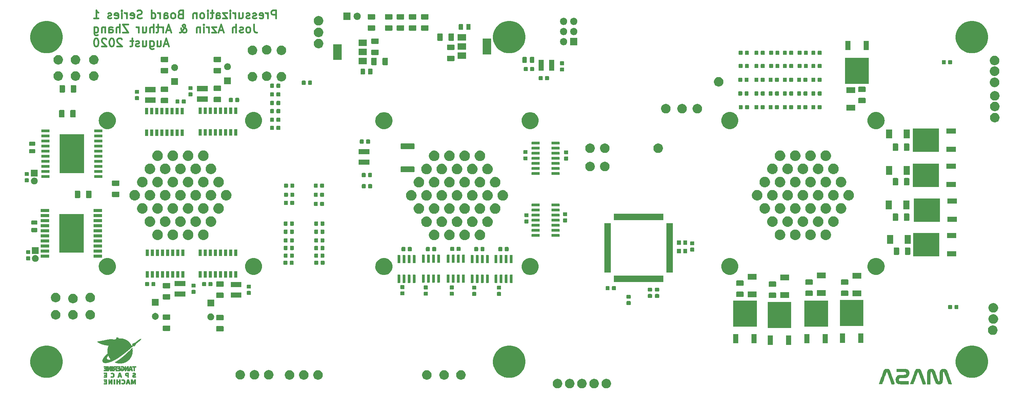
<source format=gbr>
G04 #@! TF.GenerationSoftware,KiCad,Pcbnew,(5.1.5-0-10_14)*
G04 #@! TF.CreationDate,2020-08-17T13:50:39-04:00*
G04 #@! TF.ProjectId,pressurization_series1,70726573-7375-4726-997a-6174696f6e5f,Rev 1*
G04 #@! TF.SameCoordinates,Original*
G04 #@! TF.FileFunction,Soldermask,Bot*
G04 #@! TF.FilePolarity,Negative*
%FSLAX46Y46*%
G04 Gerber Fmt 4.6, Leading zero omitted, Abs format (unit mm)*
G04 Created by KiCad (PCBNEW (5.1.5-0-10_14)) date 2020-08-17 13:50:39*
%MOMM*%
%LPD*%
G04 APERTURE LIST*
%ADD10C,0.457200*%
%ADD11C,0.010000*%
%ADD12C,0.100000*%
G04 APERTURE END LIST*
D10*
X87767522Y-55529238D02*
X87767522Y-53497238D01*
X86993427Y-53497238D01*
X86799903Y-53594000D01*
X86703141Y-53690761D01*
X86606380Y-53884285D01*
X86606380Y-54174571D01*
X86703141Y-54368095D01*
X86799903Y-54464857D01*
X86993427Y-54561619D01*
X87767522Y-54561619D01*
X85735522Y-55529238D02*
X85735522Y-54174571D01*
X85735522Y-54561619D02*
X85638760Y-54368095D01*
X85541999Y-54271333D01*
X85348475Y-54174571D01*
X85154951Y-54174571D01*
X83703522Y-55432476D02*
X83897046Y-55529238D01*
X84284094Y-55529238D01*
X84477618Y-55432476D01*
X84574380Y-55238952D01*
X84574380Y-54464857D01*
X84477618Y-54271333D01*
X84284094Y-54174571D01*
X83897046Y-54174571D01*
X83703522Y-54271333D01*
X83606760Y-54464857D01*
X83606760Y-54658380D01*
X84574380Y-54851904D01*
X82832665Y-55432476D02*
X82639141Y-55529238D01*
X82252094Y-55529238D01*
X82058570Y-55432476D01*
X81961808Y-55238952D01*
X81961808Y-55142190D01*
X82058570Y-54948666D01*
X82252094Y-54851904D01*
X82542380Y-54851904D01*
X82735903Y-54755142D01*
X82832665Y-54561619D01*
X82832665Y-54464857D01*
X82735903Y-54271333D01*
X82542380Y-54174571D01*
X82252094Y-54174571D01*
X82058570Y-54271333D01*
X81187713Y-55432476D02*
X80994189Y-55529238D01*
X80607141Y-55529238D01*
X80413618Y-55432476D01*
X80316856Y-55238952D01*
X80316856Y-55142190D01*
X80413618Y-54948666D01*
X80607141Y-54851904D01*
X80897427Y-54851904D01*
X81090951Y-54755142D01*
X81187713Y-54561619D01*
X81187713Y-54464857D01*
X81090951Y-54271333D01*
X80897427Y-54174571D01*
X80607141Y-54174571D01*
X80413618Y-54271333D01*
X78575141Y-54174571D02*
X78575141Y-55529238D01*
X79445999Y-54174571D02*
X79445999Y-55238952D01*
X79349237Y-55432476D01*
X79155713Y-55529238D01*
X78865427Y-55529238D01*
X78671903Y-55432476D01*
X78575141Y-55335714D01*
X77607522Y-55529238D02*
X77607522Y-54174571D01*
X77607522Y-54561619D02*
X77510760Y-54368095D01*
X77413999Y-54271333D01*
X77220475Y-54174571D01*
X77026951Y-54174571D01*
X76349618Y-55529238D02*
X76349618Y-54174571D01*
X76349618Y-53497238D02*
X76446380Y-53594000D01*
X76349618Y-53690761D01*
X76252856Y-53594000D01*
X76349618Y-53497238D01*
X76349618Y-53690761D01*
X75575522Y-54174571D02*
X74511141Y-54174571D01*
X75575522Y-55529238D01*
X74511141Y-55529238D01*
X72866189Y-55529238D02*
X72866189Y-54464857D01*
X72962951Y-54271333D01*
X73156475Y-54174571D01*
X73543522Y-54174571D01*
X73737046Y-54271333D01*
X72866189Y-55432476D02*
X73059713Y-55529238D01*
X73543522Y-55529238D01*
X73737046Y-55432476D01*
X73833808Y-55238952D01*
X73833808Y-55045428D01*
X73737046Y-54851904D01*
X73543522Y-54755142D01*
X73059713Y-54755142D01*
X72866189Y-54658380D01*
X72188856Y-54174571D02*
X71414760Y-54174571D01*
X71898570Y-53497238D02*
X71898570Y-55238952D01*
X71801808Y-55432476D01*
X71608284Y-55529238D01*
X71414760Y-55529238D01*
X70737427Y-55529238D02*
X70737427Y-54174571D01*
X70737427Y-53497238D02*
X70834189Y-53594000D01*
X70737427Y-53690761D01*
X70640665Y-53594000D01*
X70737427Y-53497238D01*
X70737427Y-53690761D01*
X69479522Y-55529238D02*
X69673046Y-55432476D01*
X69769808Y-55335714D01*
X69866570Y-55142190D01*
X69866570Y-54561619D01*
X69769808Y-54368095D01*
X69673046Y-54271333D01*
X69479522Y-54174571D01*
X69189237Y-54174571D01*
X68995713Y-54271333D01*
X68898951Y-54368095D01*
X68802189Y-54561619D01*
X68802189Y-55142190D01*
X68898951Y-55335714D01*
X68995713Y-55432476D01*
X69189237Y-55529238D01*
X69479522Y-55529238D01*
X67931332Y-54174571D02*
X67931332Y-55529238D01*
X67931332Y-54368095D02*
X67834570Y-54271333D01*
X67641046Y-54174571D01*
X67350760Y-54174571D01*
X67157237Y-54271333D01*
X67060475Y-54464857D01*
X67060475Y-55529238D01*
X63867332Y-54464857D02*
X63577046Y-54561619D01*
X63480284Y-54658380D01*
X63383522Y-54851904D01*
X63383522Y-55142190D01*
X63480284Y-55335714D01*
X63577046Y-55432476D01*
X63770570Y-55529238D01*
X64544665Y-55529238D01*
X64544665Y-53497238D01*
X63867332Y-53497238D01*
X63673808Y-53594000D01*
X63577046Y-53690761D01*
X63480284Y-53884285D01*
X63480284Y-54077809D01*
X63577046Y-54271333D01*
X63673808Y-54368095D01*
X63867332Y-54464857D01*
X64544665Y-54464857D01*
X62222380Y-55529238D02*
X62415903Y-55432476D01*
X62512665Y-55335714D01*
X62609427Y-55142190D01*
X62609427Y-54561619D01*
X62512665Y-54368095D01*
X62415903Y-54271333D01*
X62222380Y-54174571D01*
X61932094Y-54174571D01*
X61738570Y-54271333D01*
X61641808Y-54368095D01*
X61545046Y-54561619D01*
X61545046Y-55142190D01*
X61641808Y-55335714D01*
X61738570Y-55432476D01*
X61932094Y-55529238D01*
X62222380Y-55529238D01*
X59803332Y-55529238D02*
X59803332Y-54464857D01*
X59900094Y-54271333D01*
X60093618Y-54174571D01*
X60480665Y-54174571D01*
X60674189Y-54271333D01*
X59803332Y-55432476D02*
X59996856Y-55529238D01*
X60480665Y-55529238D01*
X60674189Y-55432476D01*
X60770951Y-55238952D01*
X60770951Y-55045428D01*
X60674189Y-54851904D01*
X60480665Y-54755142D01*
X59996856Y-54755142D01*
X59803332Y-54658380D01*
X58835713Y-55529238D02*
X58835713Y-54174571D01*
X58835713Y-54561619D02*
X58738951Y-54368095D01*
X58642189Y-54271333D01*
X58448665Y-54174571D01*
X58255141Y-54174571D01*
X56706951Y-55529238D02*
X56706951Y-53497238D01*
X56706951Y-55432476D02*
X56900475Y-55529238D01*
X57287522Y-55529238D01*
X57481046Y-55432476D01*
X57577808Y-55335714D01*
X57674570Y-55142190D01*
X57674570Y-54561619D01*
X57577808Y-54368095D01*
X57481046Y-54271333D01*
X57287522Y-54174571D01*
X56900475Y-54174571D01*
X56706951Y-54271333D01*
X54287903Y-55432476D02*
X53997618Y-55529238D01*
X53513808Y-55529238D01*
X53320284Y-55432476D01*
X53223522Y-55335714D01*
X53126760Y-55142190D01*
X53126760Y-54948666D01*
X53223522Y-54755142D01*
X53320284Y-54658380D01*
X53513808Y-54561619D01*
X53900856Y-54464857D01*
X54094380Y-54368095D01*
X54191141Y-54271333D01*
X54287903Y-54077809D01*
X54287903Y-53884285D01*
X54191141Y-53690761D01*
X54094380Y-53594000D01*
X53900856Y-53497238D01*
X53417046Y-53497238D01*
X53126760Y-53594000D01*
X51481808Y-55432476D02*
X51675332Y-55529238D01*
X52062380Y-55529238D01*
X52255903Y-55432476D01*
X52352665Y-55238952D01*
X52352665Y-54464857D01*
X52255903Y-54271333D01*
X52062380Y-54174571D01*
X51675332Y-54174571D01*
X51481808Y-54271333D01*
X51385046Y-54464857D01*
X51385046Y-54658380D01*
X52352665Y-54851904D01*
X50514189Y-55529238D02*
X50514189Y-54174571D01*
X50514189Y-54561619D02*
X50417427Y-54368095D01*
X50320665Y-54271333D01*
X50127141Y-54174571D01*
X49933618Y-54174571D01*
X49256284Y-55529238D02*
X49256284Y-54174571D01*
X49256284Y-53497238D02*
X49353046Y-53594000D01*
X49256284Y-53690761D01*
X49159522Y-53594000D01*
X49256284Y-53497238D01*
X49256284Y-53690761D01*
X47514570Y-55432476D02*
X47708094Y-55529238D01*
X48095141Y-55529238D01*
X48288665Y-55432476D01*
X48385427Y-55238952D01*
X48385427Y-54464857D01*
X48288665Y-54271333D01*
X48095141Y-54174571D01*
X47708094Y-54174571D01*
X47514570Y-54271333D01*
X47417808Y-54464857D01*
X47417808Y-54658380D01*
X48385427Y-54851904D01*
X46643713Y-55432476D02*
X46450189Y-55529238D01*
X46063141Y-55529238D01*
X45869618Y-55432476D01*
X45772856Y-55238952D01*
X45772856Y-55142190D01*
X45869618Y-54948666D01*
X46063141Y-54851904D01*
X46353427Y-54851904D01*
X46546951Y-54755142D01*
X46643713Y-54561619D01*
X46643713Y-54464857D01*
X46546951Y-54271333D01*
X46353427Y-54174571D01*
X46063141Y-54174571D01*
X45869618Y-54271333D01*
X42289427Y-55529238D02*
X43450570Y-55529238D01*
X42869999Y-55529238D02*
X42869999Y-53497238D01*
X43063522Y-53787523D01*
X43257046Y-53981047D01*
X43450570Y-54077809D01*
X82252094Y-57002438D02*
X82252094Y-58453866D01*
X82348856Y-58744152D01*
X82542380Y-58937676D01*
X82832665Y-59034438D01*
X83026189Y-59034438D01*
X80994189Y-59034438D02*
X81187713Y-58937676D01*
X81284475Y-58840914D01*
X81381237Y-58647390D01*
X81381237Y-58066819D01*
X81284475Y-57873295D01*
X81187713Y-57776533D01*
X80994189Y-57679771D01*
X80703903Y-57679771D01*
X80510380Y-57776533D01*
X80413618Y-57873295D01*
X80316856Y-58066819D01*
X80316856Y-58647390D01*
X80413618Y-58840914D01*
X80510380Y-58937676D01*
X80703903Y-59034438D01*
X80994189Y-59034438D01*
X79542760Y-58937676D02*
X79349237Y-59034438D01*
X78962189Y-59034438D01*
X78768665Y-58937676D01*
X78671903Y-58744152D01*
X78671903Y-58647390D01*
X78768665Y-58453866D01*
X78962189Y-58357104D01*
X79252475Y-58357104D01*
X79445999Y-58260342D01*
X79542760Y-58066819D01*
X79542760Y-57970057D01*
X79445999Y-57776533D01*
X79252475Y-57679771D01*
X78962189Y-57679771D01*
X78768665Y-57776533D01*
X77801046Y-59034438D02*
X77801046Y-57002438D01*
X76930189Y-59034438D02*
X76930189Y-57970057D01*
X77026951Y-57776533D01*
X77220475Y-57679771D01*
X77510760Y-57679771D01*
X77704284Y-57776533D01*
X77801046Y-57873295D01*
X74511141Y-58453866D02*
X73543522Y-58453866D01*
X74704665Y-59034438D02*
X74027332Y-57002438D01*
X73349999Y-59034438D01*
X72866189Y-57679771D02*
X71801808Y-57679771D01*
X72866189Y-59034438D01*
X71801808Y-59034438D01*
X71027713Y-59034438D02*
X71027713Y-57679771D01*
X71027713Y-58066819D02*
X70930951Y-57873295D01*
X70834189Y-57776533D01*
X70640665Y-57679771D01*
X70447141Y-57679771D01*
X69769808Y-59034438D02*
X69769808Y-57679771D01*
X69769808Y-57002438D02*
X69866570Y-57099200D01*
X69769808Y-57195961D01*
X69673046Y-57099200D01*
X69769808Y-57002438D01*
X69769808Y-57195961D01*
X68802189Y-57679771D02*
X68802189Y-59034438D01*
X68802189Y-57873295D02*
X68705427Y-57776533D01*
X68511903Y-57679771D01*
X68221618Y-57679771D01*
X68028094Y-57776533D01*
X67931332Y-57970057D01*
X67931332Y-59034438D01*
X63770570Y-59034438D02*
X63867332Y-59034438D01*
X64060856Y-58937676D01*
X64351141Y-58647390D01*
X64834951Y-58066819D01*
X65028475Y-57776533D01*
X65125237Y-57486247D01*
X65125237Y-57292723D01*
X65028475Y-57099200D01*
X64834951Y-57002438D01*
X64738189Y-57002438D01*
X64544665Y-57099200D01*
X64447903Y-57292723D01*
X64447903Y-57389485D01*
X64544665Y-57583009D01*
X64641427Y-57679771D01*
X65221999Y-58066819D01*
X65318760Y-58163580D01*
X65415522Y-58357104D01*
X65415522Y-58647390D01*
X65318760Y-58840914D01*
X65221999Y-58937676D01*
X65028475Y-59034438D01*
X64738189Y-59034438D01*
X64544665Y-58937676D01*
X64447903Y-58840914D01*
X64157618Y-58453866D01*
X64060856Y-58163580D01*
X64060856Y-57970057D01*
X61448284Y-58453866D02*
X60480665Y-58453866D01*
X61641808Y-59034438D02*
X60964475Y-57002438D01*
X60287141Y-59034438D01*
X59609808Y-59034438D02*
X59609808Y-57679771D01*
X59609808Y-58066819D02*
X59513046Y-57873295D01*
X59416284Y-57776533D01*
X59222760Y-57679771D01*
X59029237Y-57679771D01*
X58642189Y-57679771D02*
X57868094Y-57679771D01*
X58351903Y-57002438D02*
X58351903Y-58744152D01*
X58255141Y-58937676D01*
X58061618Y-59034438D01*
X57868094Y-59034438D01*
X57190760Y-59034438D02*
X57190760Y-57002438D01*
X56319903Y-59034438D02*
X56319903Y-57970057D01*
X56416665Y-57776533D01*
X56610189Y-57679771D01*
X56900475Y-57679771D01*
X57093999Y-57776533D01*
X57190760Y-57873295D01*
X54481427Y-57679771D02*
X54481427Y-59034438D01*
X55352284Y-57679771D02*
X55352284Y-58744152D01*
X55255522Y-58937676D01*
X55061999Y-59034438D01*
X54771713Y-59034438D01*
X54578189Y-58937676D01*
X54481427Y-58840914D01*
X53513808Y-59034438D02*
X53513808Y-57679771D01*
X53513808Y-58066819D02*
X53417046Y-57873295D01*
X53320284Y-57776533D01*
X53126760Y-57679771D01*
X52933237Y-57679771D01*
X50901237Y-57002438D02*
X49546570Y-57002438D01*
X50901237Y-59034438D01*
X49546570Y-59034438D01*
X48772475Y-59034438D02*
X48772475Y-57002438D01*
X47901618Y-59034438D02*
X47901618Y-57970057D01*
X47998380Y-57776533D01*
X48191903Y-57679771D01*
X48482189Y-57679771D01*
X48675713Y-57776533D01*
X48772475Y-57873295D01*
X46063141Y-59034438D02*
X46063141Y-57970057D01*
X46159903Y-57776533D01*
X46353427Y-57679771D01*
X46740475Y-57679771D01*
X46933999Y-57776533D01*
X46063141Y-58937676D02*
X46256665Y-59034438D01*
X46740475Y-59034438D01*
X46933999Y-58937676D01*
X47030760Y-58744152D01*
X47030760Y-58550628D01*
X46933999Y-58357104D01*
X46740475Y-58260342D01*
X46256665Y-58260342D01*
X46063141Y-58163580D01*
X45095522Y-57679771D02*
X45095522Y-59034438D01*
X45095522Y-57873295D02*
X44998760Y-57776533D01*
X44805237Y-57679771D01*
X44514951Y-57679771D01*
X44321427Y-57776533D01*
X44224665Y-57970057D01*
X44224665Y-59034438D01*
X42386189Y-57679771D02*
X42386189Y-59324723D01*
X42482951Y-59518247D01*
X42579713Y-59615009D01*
X42773237Y-59711771D01*
X43063522Y-59711771D01*
X43257046Y-59615009D01*
X42386189Y-58937676D02*
X42579713Y-59034438D01*
X42966760Y-59034438D01*
X43160284Y-58937676D01*
X43257046Y-58840914D01*
X43353808Y-58647390D01*
X43353808Y-58066819D01*
X43257046Y-57873295D01*
X43160284Y-57776533D01*
X42966760Y-57679771D01*
X42579713Y-57679771D01*
X42386189Y-57776533D01*
X60867713Y-61959066D02*
X59900094Y-61959066D01*
X61061237Y-62539638D02*
X60383903Y-60507638D01*
X59706570Y-62539638D01*
X58158380Y-61184971D02*
X58158380Y-62539638D01*
X59029237Y-61184971D02*
X59029237Y-62249352D01*
X58932475Y-62442876D01*
X58738951Y-62539638D01*
X58448665Y-62539638D01*
X58255141Y-62442876D01*
X58158380Y-62346114D01*
X56319903Y-61184971D02*
X56319903Y-62829923D01*
X56416665Y-63023447D01*
X56513427Y-63120209D01*
X56706951Y-63216971D01*
X56997237Y-63216971D01*
X57190760Y-63120209D01*
X56319903Y-62442876D02*
X56513427Y-62539638D01*
X56900475Y-62539638D01*
X57093999Y-62442876D01*
X57190760Y-62346114D01*
X57287522Y-62152590D01*
X57287522Y-61572019D01*
X57190760Y-61378495D01*
X57093999Y-61281733D01*
X56900475Y-61184971D01*
X56513427Y-61184971D01*
X56319903Y-61281733D01*
X54481427Y-61184971D02*
X54481427Y-62539638D01*
X55352284Y-61184971D02*
X55352284Y-62249352D01*
X55255522Y-62442876D01*
X55061999Y-62539638D01*
X54771713Y-62539638D01*
X54578189Y-62442876D01*
X54481427Y-62346114D01*
X53610570Y-62442876D02*
X53417046Y-62539638D01*
X53029999Y-62539638D01*
X52836475Y-62442876D01*
X52739713Y-62249352D01*
X52739713Y-62152590D01*
X52836475Y-61959066D01*
X53029999Y-61862304D01*
X53320284Y-61862304D01*
X53513808Y-61765542D01*
X53610570Y-61572019D01*
X53610570Y-61475257D01*
X53513808Y-61281733D01*
X53320284Y-61184971D01*
X53029999Y-61184971D01*
X52836475Y-61281733D01*
X52159141Y-61184971D02*
X51385046Y-61184971D01*
X51868856Y-60507638D02*
X51868856Y-62249352D01*
X51772094Y-62442876D01*
X51578570Y-62539638D01*
X51385046Y-62539638D01*
X49256284Y-60701161D02*
X49159522Y-60604400D01*
X48965999Y-60507638D01*
X48482189Y-60507638D01*
X48288665Y-60604400D01*
X48191903Y-60701161D01*
X48095141Y-60894685D01*
X48095141Y-61088209D01*
X48191903Y-61378495D01*
X49353046Y-62539638D01*
X48095141Y-62539638D01*
X46837237Y-60507638D02*
X46643713Y-60507638D01*
X46450189Y-60604400D01*
X46353427Y-60701161D01*
X46256665Y-60894685D01*
X46159903Y-61281733D01*
X46159903Y-61765542D01*
X46256665Y-62152590D01*
X46353427Y-62346114D01*
X46450189Y-62442876D01*
X46643713Y-62539638D01*
X46837237Y-62539638D01*
X47030760Y-62442876D01*
X47127522Y-62346114D01*
X47224284Y-62152590D01*
X47321046Y-61765542D01*
X47321046Y-61281733D01*
X47224284Y-60894685D01*
X47127522Y-60701161D01*
X47030760Y-60604400D01*
X46837237Y-60507638D01*
X45385808Y-60701161D02*
X45289046Y-60604400D01*
X45095522Y-60507638D01*
X44611713Y-60507638D01*
X44418189Y-60604400D01*
X44321427Y-60701161D01*
X44224665Y-60894685D01*
X44224665Y-61088209D01*
X44321427Y-61378495D01*
X45482570Y-62539638D01*
X44224665Y-62539638D01*
X42966760Y-60507638D02*
X42773237Y-60507638D01*
X42579713Y-60604400D01*
X42482951Y-60701161D01*
X42386189Y-60894685D01*
X42289427Y-61281733D01*
X42289427Y-61765542D01*
X42386189Y-62152590D01*
X42482951Y-62346114D01*
X42579713Y-62442876D01*
X42773237Y-62539638D01*
X42966760Y-62539638D01*
X43160284Y-62442876D01*
X43257046Y-62346114D01*
X43353808Y-62152590D01*
X43450570Y-61765542D01*
X43450570Y-61281733D01*
X43353808Y-60894685D01*
X43257046Y-60701161D01*
X43160284Y-60604400D01*
X42966760Y-60507638D01*
D11*
G36*
X49484955Y-145887113D02*
G01*
X49431246Y-145894249D01*
X49381769Y-145906578D01*
X49369133Y-145910888D01*
X49351864Y-145917918D01*
X49331178Y-145927489D01*
X49308738Y-145938701D01*
X49286204Y-145950656D01*
X49265237Y-145962454D01*
X49247498Y-145973197D01*
X49234646Y-145981985D01*
X49229433Y-145986508D01*
X49225343Y-145990020D01*
X49216262Y-145997390D01*
X49203871Y-146007260D01*
X49198742Y-146011307D01*
X49185795Y-146021963D01*
X49175908Y-146030990D01*
X49170636Y-146036929D01*
X49170167Y-146038069D01*
X49172551Y-146044193D01*
X49178392Y-146053883D01*
X49185727Y-146064204D01*
X49192591Y-146072220D01*
X49193729Y-146073283D01*
X49198339Y-146078326D01*
X49206702Y-146088341D01*
X49217393Y-146101600D01*
X49223447Y-146109267D01*
X49235187Y-146124163D01*
X49245699Y-146137362D01*
X49253375Y-146146854D01*
X49255565Y-146149483D01*
X49268387Y-146164540D01*
X49277499Y-146175321D01*
X49284704Y-146183973D01*
X49291806Y-146192647D01*
X49292157Y-146193079D01*
X49306815Y-146210980D01*
X49317145Y-146223242D01*
X49324074Y-146230868D01*
X49328525Y-146234860D01*
X49331423Y-146236220D01*
X49332017Y-146236267D01*
X49337441Y-146233628D01*
X49346457Y-146226900D01*
X49352195Y-146221958D01*
X49368991Y-146208834D01*
X49390934Y-146194552D01*
X49415186Y-146180761D01*
X49438907Y-146169112D01*
X49452914Y-146163392D01*
X49468703Y-146158690D01*
X49486319Y-146155823D01*
X49508411Y-146154436D01*
X49521533Y-146154189D01*
X49556506Y-146155664D01*
X49586595Y-146161314D01*
X49614678Y-146171937D01*
X49642713Y-146187739D01*
X49657380Y-146198335D01*
X49673490Y-146211930D01*
X49689705Y-146227145D01*
X49704689Y-146242599D01*
X49717105Y-146256914D01*
X49725617Y-146268708D01*
X49728887Y-146276603D01*
X49728890Y-146276695D01*
X49731664Y-146283410D01*
X49733712Y-146285885D01*
X49737758Y-146292144D01*
X49743476Y-146303611D01*
X49748578Y-146315306D01*
X49767070Y-146369917D01*
X49778304Y-146426365D01*
X49782423Y-146485712D01*
X49779735Y-146547271D01*
X49774716Y-146589511D01*
X49767827Y-146625830D01*
X49758450Y-146658680D01*
X49745969Y-146690514D01*
X49740811Y-146701746D01*
X49730540Y-146721623D01*
X49719654Y-146738205D01*
X49705981Y-146754460D01*
X49690994Y-146769796D01*
X49657636Y-146798170D01*
X49623060Y-146818529D01*
X49586200Y-146831324D01*
X49545989Y-146837008D01*
X49531107Y-146837400D01*
X49504231Y-146835757D01*
X49476121Y-146831207D01*
X49448626Y-146824319D01*
X49423592Y-146815662D01*
X49402865Y-146805805D01*
X49388293Y-146795316D01*
X49385814Y-146792645D01*
X49378953Y-146787454D01*
X49375577Y-146786600D01*
X49370288Y-146783896D01*
X49360606Y-146776670D01*
X49348258Y-146766255D01*
X49342696Y-146761253D01*
X49315034Y-146735905D01*
X49298692Y-146755911D01*
X49288803Y-146767820D01*
X49280225Y-146777814D01*
X49276000Y-146782471D01*
X49270994Y-146788150D01*
X49261908Y-146798922D01*
X49249989Y-146813296D01*
X49236479Y-146829781D01*
X49235023Y-146831569D01*
X49217235Y-146853388D01*
X49203521Y-146870105D01*
X49192639Y-146883205D01*
X49183345Y-146894174D01*
X49174398Y-146904498D01*
X49167012Y-146912886D01*
X49159032Y-146922362D01*
X49154066Y-146929136D01*
X49153254Y-146930873D01*
X49156212Y-146936070D01*
X49164166Y-146945303D01*
X49175669Y-146957117D01*
X49189271Y-146970054D01*
X49203526Y-146982659D01*
X49210431Y-146988371D01*
X49236734Y-147008882D01*
X49259320Y-147024879D01*
X49280438Y-147037855D01*
X49301512Y-147048905D01*
X49316097Y-147056063D01*
X49328294Y-147062122D01*
X49335527Y-147065803D01*
X49335643Y-147065865D01*
X49342334Y-147068516D01*
X49355139Y-147072867D01*
X49372041Y-147078250D01*
X49386124Y-147082543D01*
X49429879Y-147095633D01*
X49544498Y-147095347D01*
X49583186Y-147095117D01*
X49614290Y-147094611D01*
X49638690Y-147093790D01*
X49657266Y-147092613D01*
X49670897Y-147091039D01*
X49680283Y-147089079D01*
X49696997Y-147084511D01*
X49713922Y-147080121D01*
X49719293Y-147078797D01*
X49762060Y-147065261D01*
X49806521Y-147045322D01*
X49850633Y-147020171D01*
X49892348Y-146991000D01*
X49929622Y-146959001D01*
X49936535Y-146952194D01*
X49962527Y-146924066D01*
X49985791Y-146894567D01*
X50007313Y-146862153D01*
X50028077Y-146825279D01*
X50049067Y-146782400D01*
X50059577Y-146759083D01*
X50065905Y-146742063D01*
X50072930Y-146718658D01*
X50080116Y-146690859D01*
X50086930Y-146660657D01*
X50089715Y-146646900D01*
X50094020Y-146618425D01*
X50097183Y-146584323D01*
X50099190Y-146546595D01*
X50100028Y-146507245D01*
X50099686Y-146468276D01*
X50098149Y-146431690D01*
X50095404Y-146399490D01*
X50091475Y-146373850D01*
X50079682Y-146322075D01*
X50066910Y-146276817D01*
X50052399Y-146236131D01*
X50035389Y-146198071D01*
X50015118Y-146160690D01*
X49996348Y-146130433D01*
X49988990Y-146119143D01*
X49982984Y-146110250D01*
X49977237Y-146102490D01*
X49970657Y-146094600D01*
X49962150Y-146085318D01*
X49950626Y-146073379D01*
X49934990Y-146057522D01*
X49921583Y-146043988D01*
X49883507Y-146008258D01*
X49845507Y-145978569D01*
X49805534Y-145953665D01*
X49761536Y-145932290D01*
X49711462Y-145913188D01*
X49703567Y-145910530D01*
X49652202Y-145896878D01*
X49597360Y-145888425D01*
X49540969Y-145885171D01*
X49484955Y-145887113D01*
G37*
X49484955Y-145887113D02*
X49431246Y-145894249D01*
X49381769Y-145906578D01*
X49369133Y-145910888D01*
X49351864Y-145917918D01*
X49331178Y-145927489D01*
X49308738Y-145938701D01*
X49286204Y-145950656D01*
X49265237Y-145962454D01*
X49247498Y-145973197D01*
X49234646Y-145981985D01*
X49229433Y-145986508D01*
X49225343Y-145990020D01*
X49216262Y-145997390D01*
X49203871Y-146007260D01*
X49198742Y-146011307D01*
X49185795Y-146021963D01*
X49175908Y-146030990D01*
X49170636Y-146036929D01*
X49170167Y-146038069D01*
X49172551Y-146044193D01*
X49178392Y-146053883D01*
X49185727Y-146064204D01*
X49192591Y-146072220D01*
X49193729Y-146073283D01*
X49198339Y-146078326D01*
X49206702Y-146088341D01*
X49217393Y-146101600D01*
X49223447Y-146109267D01*
X49235187Y-146124163D01*
X49245699Y-146137362D01*
X49253375Y-146146854D01*
X49255565Y-146149483D01*
X49268387Y-146164540D01*
X49277499Y-146175321D01*
X49284704Y-146183973D01*
X49291806Y-146192647D01*
X49292157Y-146193079D01*
X49306815Y-146210980D01*
X49317145Y-146223242D01*
X49324074Y-146230868D01*
X49328525Y-146234860D01*
X49331423Y-146236220D01*
X49332017Y-146236267D01*
X49337441Y-146233628D01*
X49346457Y-146226900D01*
X49352195Y-146221958D01*
X49368991Y-146208834D01*
X49390934Y-146194552D01*
X49415186Y-146180761D01*
X49438907Y-146169112D01*
X49452914Y-146163392D01*
X49468703Y-146158690D01*
X49486319Y-146155823D01*
X49508411Y-146154436D01*
X49521533Y-146154189D01*
X49556506Y-146155664D01*
X49586595Y-146161314D01*
X49614678Y-146171937D01*
X49642713Y-146187739D01*
X49657380Y-146198335D01*
X49673490Y-146211930D01*
X49689705Y-146227145D01*
X49704689Y-146242599D01*
X49717105Y-146256914D01*
X49725617Y-146268708D01*
X49728887Y-146276603D01*
X49728890Y-146276695D01*
X49731664Y-146283410D01*
X49733712Y-146285885D01*
X49737758Y-146292144D01*
X49743476Y-146303611D01*
X49748578Y-146315306D01*
X49767070Y-146369917D01*
X49778304Y-146426365D01*
X49782423Y-146485712D01*
X49779735Y-146547271D01*
X49774716Y-146589511D01*
X49767827Y-146625830D01*
X49758450Y-146658680D01*
X49745969Y-146690514D01*
X49740811Y-146701746D01*
X49730540Y-146721623D01*
X49719654Y-146738205D01*
X49705981Y-146754460D01*
X49690994Y-146769796D01*
X49657636Y-146798170D01*
X49623060Y-146818529D01*
X49586200Y-146831324D01*
X49545989Y-146837008D01*
X49531107Y-146837400D01*
X49504231Y-146835757D01*
X49476121Y-146831207D01*
X49448626Y-146824319D01*
X49423592Y-146815662D01*
X49402865Y-146805805D01*
X49388293Y-146795316D01*
X49385814Y-146792645D01*
X49378953Y-146787454D01*
X49375577Y-146786600D01*
X49370288Y-146783896D01*
X49360606Y-146776670D01*
X49348258Y-146766255D01*
X49342696Y-146761253D01*
X49315034Y-146735905D01*
X49298692Y-146755911D01*
X49288803Y-146767820D01*
X49280225Y-146777814D01*
X49276000Y-146782471D01*
X49270994Y-146788150D01*
X49261908Y-146798922D01*
X49249989Y-146813296D01*
X49236479Y-146829781D01*
X49235023Y-146831569D01*
X49217235Y-146853388D01*
X49203521Y-146870105D01*
X49192639Y-146883205D01*
X49183345Y-146894174D01*
X49174398Y-146904498D01*
X49167012Y-146912886D01*
X49159032Y-146922362D01*
X49154066Y-146929136D01*
X49153254Y-146930873D01*
X49156212Y-146936070D01*
X49164166Y-146945303D01*
X49175669Y-146957117D01*
X49189271Y-146970054D01*
X49203526Y-146982659D01*
X49210431Y-146988371D01*
X49236734Y-147008882D01*
X49259320Y-147024879D01*
X49280438Y-147037855D01*
X49301512Y-147048905D01*
X49316097Y-147056063D01*
X49328294Y-147062122D01*
X49335527Y-147065803D01*
X49335643Y-147065865D01*
X49342334Y-147068516D01*
X49355139Y-147072867D01*
X49372041Y-147078250D01*
X49386124Y-147082543D01*
X49429879Y-147095633D01*
X49544498Y-147095347D01*
X49583186Y-147095117D01*
X49614290Y-147094611D01*
X49638690Y-147093790D01*
X49657266Y-147092613D01*
X49670897Y-147091039D01*
X49680283Y-147089079D01*
X49696997Y-147084511D01*
X49713922Y-147080121D01*
X49719293Y-147078797D01*
X49762060Y-147065261D01*
X49806521Y-147045322D01*
X49850633Y-147020171D01*
X49892348Y-146991000D01*
X49929622Y-146959001D01*
X49936535Y-146952194D01*
X49962527Y-146924066D01*
X49985791Y-146894567D01*
X50007313Y-146862153D01*
X50028077Y-146825279D01*
X50049067Y-146782400D01*
X50059577Y-146759083D01*
X50065905Y-146742063D01*
X50072930Y-146718658D01*
X50080116Y-146690859D01*
X50086930Y-146660657D01*
X50089715Y-146646900D01*
X50094020Y-146618425D01*
X50097183Y-146584323D01*
X50099190Y-146546595D01*
X50100028Y-146507245D01*
X50099686Y-146468276D01*
X50098149Y-146431690D01*
X50095404Y-146399490D01*
X50091475Y-146373850D01*
X50079682Y-146322075D01*
X50066910Y-146276817D01*
X50052399Y-146236131D01*
X50035389Y-146198071D01*
X50015118Y-146160690D01*
X49996348Y-146130433D01*
X49988990Y-146119143D01*
X49982984Y-146110250D01*
X49977237Y-146102490D01*
X49970657Y-146094600D01*
X49962150Y-146085318D01*
X49950626Y-146073379D01*
X49934990Y-146057522D01*
X49921583Y-146043988D01*
X49883507Y-146008258D01*
X49845507Y-145978569D01*
X49805534Y-145953665D01*
X49761536Y-145932290D01*
X49711462Y-145913188D01*
X49703567Y-145910530D01*
X49652202Y-145896878D01*
X49597360Y-145888425D01*
X49540969Y-145885171D01*
X49484955Y-145887113D01*
G36*
X52386930Y-145917708D02*
G01*
X52380404Y-145934570D01*
X52372551Y-145955356D01*
X52363904Y-145978601D01*
X52354995Y-146002844D01*
X52346354Y-146026619D01*
X52338513Y-146048465D01*
X52332005Y-146066917D01*
X52327360Y-146080511D01*
X52325111Y-146087786D01*
X52325040Y-146088100D01*
X52322138Y-146097874D01*
X52319584Y-146102917D01*
X52316650Y-146108874D01*
X52312136Y-146120385D01*
X52307118Y-146134667D01*
X52301927Y-146149156D01*
X52297208Y-146160514D01*
X52294033Y-146166205D01*
X52290636Y-146173626D01*
X52290134Y-146177904D01*
X52288151Y-146188328D01*
X52286238Y-146192932D01*
X52282778Y-146200707D01*
X52277737Y-146213453D01*
X52273200Y-146225683D01*
X52267762Y-146240260D01*
X52262902Y-146252386D01*
X52260162Y-146258434D01*
X52256851Y-146266919D01*
X52256267Y-146270494D01*
X52254608Y-146277304D01*
X52250569Y-146287555D01*
X52250119Y-146288543D01*
X52245968Y-146298502D01*
X52240081Y-146313821D01*
X52233465Y-146331849D01*
X52230573Y-146339983D01*
X52223984Y-146358644D01*
X52217785Y-146376065D01*
X52212968Y-146389464D01*
X52211582Y-146393261D01*
X52208242Y-146403171D01*
X52203237Y-146419061D01*
X52197233Y-146438774D01*
X52190897Y-146460151D01*
X52190651Y-146460994D01*
X52183588Y-146485197D01*
X52176189Y-146510559D01*
X52169403Y-146533820D01*
X52164838Y-146549474D01*
X52158146Y-146570880D01*
X52152712Y-146584588D01*
X52148222Y-146591217D01*
X52144363Y-146591389D01*
X52143888Y-146590965D01*
X52141855Y-146586181D01*
X52138056Y-146574864D01*
X52133010Y-146558636D01*
X52127233Y-146539115D01*
X52126396Y-146536214D01*
X52120114Y-146514370D01*
X52114144Y-146493620D01*
X52109163Y-146476318D01*
X52105864Y-146464867D01*
X52101403Y-146449192D01*
X52096301Y-146430976D01*
X52093966Y-146422533D01*
X52089669Y-146408291D01*
X52083393Y-146389185D01*
X52076157Y-146368272D01*
X52072069Y-146356917D01*
X52064601Y-146336297D01*
X52057301Y-146315780D01*
X52051256Y-146298433D01*
X52048842Y-146291300D01*
X52044435Y-146278372D01*
X52037976Y-146259848D01*
X52030295Y-146238094D01*
X52022223Y-146215474D01*
X52021328Y-146212983D01*
X52012956Y-146189595D01*
X52004573Y-146166016D01*
X51997126Y-146144917D01*
X51991561Y-146128969D01*
X51991336Y-146128317D01*
X51985739Y-146112509D01*
X51980678Y-146098962D01*
X51977203Y-146090482D01*
X51977078Y-146090217D01*
X51973131Y-146080269D01*
X51969072Y-146067684D01*
X51968859Y-146066933D01*
X51964470Y-146052802D01*
X51959127Y-146037385D01*
X51958309Y-146035183D01*
X51954039Y-146023599D01*
X51948257Y-146007579D01*
X51941535Y-145988749D01*
X51934446Y-145968738D01*
X51927565Y-145949174D01*
X51921464Y-145931685D01*
X51916716Y-145917898D01*
X51913896Y-145909441D01*
X51913367Y-145907587D01*
X51909284Y-145907254D01*
X51897636Y-145906945D01*
X51879325Y-145906670D01*
X51855253Y-145906437D01*
X51826321Y-145906254D01*
X51793431Y-145906129D01*
X51757486Y-145906070D01*
X51746150Y-145906067D01*
X51578933Y-145906067D01*
X51578933Y-147082933D01*
X51862567Y-147082933D01*
X51862627Y-146882908D01*
X51862582Y-146831146D01*
X51862359Y-146785551D01*
X51861875Y-146744858D01*
X51861047Y-146707805D01*
X51859790Y-146673128D01*
X51858023Y-146639563D01*
X51855661Y-146605847D01*
X51852621Y-146570717D01*
X51848821Y-146532907D01*
X51844176Y-146491157D01*
X51838604Y-146444200D01*
X51832021Y-146390775D01*
X51828169Y-146360000D01*
X51825884Y-146338431D01*
X51825359Y-146324417D01*
X51826563Y-146318152D01*
X51829465Y-146319832D01*
X51833302Y-146327794D01*
X51838076Y-146339588D01*
X51841683Y-146348450D01*
X51844072Y-146354987D01*
X51848666Y-146368155D01*
X51854984Y-146386556D01*
X51862548Y-146408790D01*
X51870875Y-146433460D01*
X51871472Y-146435233D01*
X51884516Y-146474019D01*
X51895161Y-146505615D01*
X51903698Y-146530857D01*
X51910417Y-146550582D01*
X51915611Y-146565629D01*
X51919569Y-146576835D01*
X51922583Y-146585036D01*
X51924944Y-146591070D01*
X51926943Y-146595774D01*
X51928343Y-146598856D01*
X51932542Y-146608841D01*
X51934541Y-146615430D01*
X51934566Y-146615790D01*
X51936019Y-146620799D01*
X51940003Y-146632258D01*
X51945996Y-146648719D01*
X51953475Y-146668735D01*
X51958045Y-146680767D01*
X51966999Y-146704434D01*
X51975603Y-146727576D01*
X51983054Y-146748004D01*
X51988546Y-146763528D01*
X51989908Y-146767550D01*
X51995050Y-146782435D01*
X51999779Y-146795068D01*
X52002476Y-146801417D01*
X52005201Y-146807644D01*
X52009420Y-146818387D01*
X52015443Y-146834476D01*
X52023578Y-146856740D01*
X52034137Y-146886009D01*
X52036443Y-146892433D01*
X52041664Y-146906534D01*
X52046819Y-146919818D01*
X52046872Y-146919950D01*
X52050908Y-146930496D01*
X52056466Y-146945661D01*
X52062012Y-146961225D01*
X52072041Y-146989800D01*
X52155402Y-146989800D01*
X52183900Y-146989776D01*
X52205068Y-146989620D01*
X52220043Y-146989206D01*
X52229963Y-146988408D01*
X52235965Y-146987100D01*
X52239186Y-146985156D01*
X52240763Y-146982451D01*
X52241431Y-146980275D01*
X52245401Y-146968510D01*
X52247969Y-146962283D01*
X52251968Y-146952609D01*
X52258407Y-146935860D01*
X52266941Y-146912955D01*
X52277227Y-146884817D01*
X52285938Y-146860683D01*
X52293006Y-146841219D01*
X52300348Y-146821339D01*
X52306497Y-146805013D01*
X52307066Y-146803533D01*
X52313337Y-146786972D01*
X52320717Y-146767099D01*
X52326737Y-146750617D01*
X52332963Y-146733631D01*
X52340984Y-146712087D01*
X52349552Y-146689327D01*
X52354415Y-146676533D01*
X52362459Y-146655425D01*
X52369317Y-146637277D01*
X52375419Y-146620861D01*
X52381191Y-146604947D01*
X52387063Y-146588307D01*
X52393462Y-146569711D01*
X52400817Y-146547930D01*
X52409556Y-146521735D01*
X52420107Y-146489898D01*
X52432226Y-146453225D01*
X52446170Y-146411312D01*
X52457743Y-146377303D01*
X52467062Y-146351012D01*
X52474243Y-146332249D01*
X52479403Y-146320827D01*
X52482660Y-146316558D01*
X52484131Y-146319254D01*
X52483932Y-146328728D01*
X52482181Y-146344790D01*
X52478995Y-146367253D01*
X52476765Y-146381684D01*
X52474118Y-146399129D01*
X52471554Y-146417528D01*
X52468956Y-146437922D01*
X52466206Y-146461356D01*
X52463188Y-146488870D01*
X52459784Y-146521509D01*
X52455876Y-146560313D01*
X52451347Y-146606326D01*
X52450486Y-146615150D01*
X52449445Y-146629771D01*
X52448399Y-146651767D01*
X52447377Y-146680045D01*
X52446408Y-146713515D01*
X52445520Y-146751084D01*
X52444743Y-146791661D01*
X52444105Y-146834153D01*
X52443662Y-146874442D01*
X52441787Y-147082933D01*
X52721933Y-147082933D01*
X52721933Y-145906067D01*
X52391524Y-145906067D01*
X52386930Y-145917708D01*
G37*
X52386930Y-145917708D02*
X52380404Y-145934570D01*
X52372551Y-145955356D01*
X52363904Y-145978601D01*
X52354995Y-146002844D01*
X52346354Y-146026619D01*
X52338513Y-146048465D01*
X52332005Y-146066917D01*
X52327360Y-146080511D01*
X52325111Y-146087786D01*
X52325040Y-146088100D01*
X52322138Y-146097874D01*
X52319584Y-146102917D01*
X52316650Y-146108874D01*
X52312136Y-146120385D01*
X52307118Y-146134667D01*
X52301927Y-146149156D01*
X52297208Y-146160514D01*
X52294033Y-146166205D01*
X52290636Y-146173626D01*
X52290134Y-146177904D01*
X52288151Y-146188328D01*
X52286238Y-146192932D01*
X52282778Y-146200707D01*
X52277737Y-146213453D01*
X52273200Y-146225683D01*
X52267762Y-146240260D01*
X52262902Y-146252386D01*
X52260162Y-146258434D01*
X52256851Y-146266919D01*
X52256267Y-146270494D01*
X52254608Y-146277304D01*
X52250569Y-146287555D01*
X52250119Y-146288543D01*
X52245968Y-146298502D01*
X52240081Y-146313821D01*
X52233465Y-146331849D01*
X52230573Y-146339983D01*
X52223984Y-146358644D01*
X52217785Y-146376065D01*
X52212968Y-146389464D01*
X52211582Y-146393261D01*
X52208242Y-146403171D01*
X52203237Y-146419061D01*
X52197233Y-146438774D01*
X52190897Y-146460151D01*
X52190651Y-146460994D01*
X52183588Y-146485197D01*
X52176189Y-146510559D01*
X52169403Y-146533820D01*
X52164838Y-146549474D01*
X52158146Y-146570880D01*
X52152712Y-146584588D01*
X52148222Y-146591217D01*
X52144363Y-146591389D01*
X52143888Y-146590965D01*
X52141855Y-146586181D01*
X52138056Y-146574864D01*
X52133010Y-146558636D01*
X52127233Y-146539115D01*
X52126396Y-146536214D01*
X52120114Y-146514370D01*
X52114144Y-146493620D01*
X52109163Y-146476318D01*
X52105864Y-146464867D01*
X52101403Y-146449192D01*
X52096301Y-146430976D01*
X52093966Y-146422533D01*
X52089669Y-146408291D01*
X52083393Y-146389185D01*
X52076157Y-146368272D01*
X52072069Y-146356917D01*
X52064601Y-146336297D01*
X52057301Y-146315780D01*
X52051256Y-146298433D01*
X52048842Y-146291300D01*
X52044435Y-146278372D01*
X52037976Y-146259848D01*
X52030295Y-146238094D01*
X52022223Y-146215474D01*
X52021328Y-146212983D01*
X52012956Y-146189595D01*
X52004573Y-146166016D01*
X51997126Y-146144917D01*
X51991561Y-146128969D01*
X51991336Y-146128317D01*
X51985739Y-146112509D01*
X51980678Y-146098962D01*
X51977203Y-146090482D01*
X51977078Y-146090217D01*
X51973131Y-146080269D01*
X51969072Y-146067684D01*
X51968859Y-146066933D01*
X51964470Y-146052802D01*
X51959127Y-146037385D01*
X51958309Y-146035183D01*
X51954039Y-146023599D01*
X51948257Y-146007579D01*
X51941535Y-145988749D01*
X51934446Y-145968738D01*
X51927565Y-145949174D01*
X51921464Y-145931685D01*
X51916716Y-145917898D01*
X51913896Y-145909441D01*
X51913367Y-145907587D01*
X51909284Y-145907254D01*
X51897636Y-145906945D01*
X51879325Y-145906670D01*
X51855253Y-145906437D01*
X51826321Y-145906254D01*
X51793431Y-145906129D01*
X51757486Y-145906070D01*
X51746150Y-145906067D01*
X51578933Y-145906067D01*
X51578933Y-147082933D01*
X51862567Y-147082933D01*
X51862627Y-146882908D01*
X51862582Y-146831146D01*
X51862359Y-146785551D01*
X51861875Y-146744858D01*
X51861047Y-146707805D01*
X51859790Y-146673128D01*
X51858023Y-146639563D01*
X51855661Y-146605847D01*
X51852621Y-146570717D01*
X51848821Y-146532907D01*
X51844176Y-146491157D01*
X51838604Y-146444200D01*
X51832021Y-146390775D01*
X51828169Y-146360000D01*
X51825884Y-146338431D01*
X51825359Y-146324417D01*
X51826563Y-146318152D01*
X51829465Y-146319832D01*
X51833302Y-146327794D01*
X51838076Y-146339588D01*
X51841683Y-146348450D01*
X51844072Y-146354987D01*
X51848666Y-146368155D01*
X51854984Y-146386556D01*
X51862548Y-146408790D01*
X51870875Y-146433460D01*
X51871472Y-146435233D01*
X51884516Y-146474019D01*
X51895161Y-146505615D01*
X51903698Y-146530857D01*
X51910417Y-146550582D01*
X51915611Y-146565629D01*
X51919569Y-146576835D01*
X51922583Y-146585036D01*
X51924944Y-146591070D01*
X51926943Y-146595774D01*
X51928343Y-146598856D01*
X51932542Y-146608841D01*
X51934541Y-146615430D01*
X51934566Y-146615790D01*
X51936019Y-146620799D01*
X51940003Y-146632258D01*
X51945996Y-146648719D01*
X51953475Y-146668735D01*
X51958045Y-146680767D01*
X51966999Y-146704434D01*
X51975603Y-146727576D01*
X51983054Y-146748004D01*
X51988546Y-146763528D01*
X51989908Y-146767550D01*
X51995050Y-146782435D01*
X51999779Y-146795068D01*
X52002476Y-146801417D01*
X52005201Y-146807644D01*
X52009420Y-146818387D01*
X52015443Y-146834476D01*
X52023578Y-146856740D01*
X52034137Y-146886009D01*
X52036443Y-146892433D01*
X52041664Y-146906534D01*
X52046819Y-146919818D01*
X52046872Y-146919950D01*
X52050908Y-146930496D01*
X52056466Y-146945661D01*
X52062012Y-146961225D01*
X52072041Y-146989800D01*
X52155402Y-146989800D01*
X52183900Y-146989776D01*
X52205068Y-146989620D01*
X52220043Y-146989206D01*
X52229963Y-146988408D01*
X52235965Y-146987100D01*
X52239186Y-146985156D01*
X52240763Y-146982451D01*
X52241431Y-146980275D01*
X52245401Y-146968510D01*
X52247969Y-146962283D01*
X52251968Y-146952609D01*
X52258407Y-146935860D01*
X52266941Y-146912955D01*
X52277227Y-146884817D01*
X52285938Y-146860683D01*
X52293006Y-146841219D01*
X52300348Y-146821339D01*
X52306497Y-146805013D01*
X52307066Y-146803533D01*
X52313337Y-146786972D01*
X52320717Y-146767099D01*
X52326737Y-146750617D01*
X52332963Y-146733631D01*
X52340984Y-146712087D01*
X52349552Y-146689327D01*
X52354415Y-146676533D01*
X52362459Y-146655425D01*
X52369317Y-146637277D01*
X52375419Y-146620861D01*
X52381191Y-146604947D01*
X52387063Y-146588307D01*
X52393462Y-146569711D01*
X52400817Y-146547930D01*
X52409556Y-146521735D01*
X52420107Y-146489898D01*
X52432226Y-146453225D01*
X52446170Y-146411312D01*
X52457743Y-146377303D01*
X52467062Y-146351012D01*
X52474243Y-146332249D01*
X52479403Y-146320827D01*
X52482660Y-146316558D01*
X52484131Y-146319254D01*
X52483932Y-146328728D01*
X52482181Y-146344790D01*
X52478995Y-146367253D01*
X52476765Y-146381684D01*
X52474118Y-146399129D01*
X52471554Y-146417528D01*
X52468956Y-146437922D01*
X52466206Y-146461356D01*
X52463188Y-146488870D01*
X52459784Y-146521509D01*
X52455876Y-146560313D01*
X52451347Y-146606326D01*
X52450486Y-146615150D01*
X52449445Y-146629771D01*
X52448399Y-146651767D01*
X52447377Y-146680045D01*
X52446408Y-146713515D01*
X52445520Y-146751084D01*
X52444743Y-146791661D01*
X52444105Y-146834153D01*
X52443662Y-146874442D01*
X52441787Y-147082933D01*
X52721933Y-147082933D01*
X52721933Y-145906067D01*
X52391524Y-145906067D01*
X52386930Y-145917708D01*
G36*
X50621104Y-145928292D02*
G01*
X50598674Y-146001064D01*
X50586156Y-146043650D01*
X50573862Y-146085598D01*
X50562259Y-146123900D01*
X50549957Y-146163116D01*
X50546198Y-146174883D01*
X50533053Y-146216544D01*
X50517931Y-146265652D01*
X50501056Y-146321478D01*
X50494888Y-146342100D01*
X50487572Y-146366574D01*
X50479357Y-146393986D01*
X50471616Y-146419759D01*
X50468870Y-146428883D01*
X50463129Y-146448067D01*
X50457978Y-146465507D01*
X50454128Y-146478785D01*
X50452692Y-146483917D01*
X50450524Y-146491360D01*
X50446219Y-146505637D01*
X50440161Y-146525498D01*
X50432730Y-146549693D01*
X50424311Y-146576974D01*
X50417073Y-146600333D01*
X50407758Y-146630400D01*
X50398776Y-146659499D01*
X50390593Y-146686115D01*
X50383674Y-146708733D01*
X50378484Y-146725838D01*
X50376139Y-146733683D01*
X50368845Y-146758293D01*
X50362944Y-146777830D01*
X50357496Y-146795359D01*
X50351562Y-146813946D01*
X50350824Y-146816233D01*
X50348062Y-146824878D01*
X50344690Y-146835622D01*
X50340442Y-146849331D01*
X50335054Y-146866870D01*
X50328259Y-146889104D01*
X50319794Y-146916901D01*
X50309391Y-146951125D01*
X50297650Y-146989800D01*
X50291922Y-147008523D01*
X50286394Y-147026333D01*
X50282050Y-147040069D01*
X50281192Y-147042717D01*
X50276952Y-147056670D01*
X50273592Y-147069386D01*
X50273163Y-147071292D01*
X50270672Y-147082933D01*
X50598947Y-147082933D01*
X50611113Y-147031075D01*
X50616632Y-147007701D01*
X50622280Y-146984026D01*
X50627341Y-146963051D01*
X50630642Y-146949583D01*
X50634943Y-146931978D01*
X50640258Y-146909790D01*
X50645712Y-146886689D01*
X50648075Y-146876558D01*
X50658145Y-146833167D01*
X50985940Y-146833167D01*
X50990143Y-146849042D01*
X50993718Y-146863150D01*
X50997751Y-146879900D01*
X50999185Y-146886083D01*
X51003181Y-146903304D01*
X51007730Y-146922553D01*
X51009644Y-146930533D01*
X51013095Y-146945150D01*
X51017628Y-146964775D01*
X51022493Y-146986149D01*
X51024743Y-146996150D01*
X51029520Y-147017031D01*
X51034387Y-147037569D01*
X51038586Y-147054583D01*
X51040179Y-147060708D01*
X51046134Y-147082933D01*
X51362267Y-147082933D01*
X51356504Y-147062825D01*
X51352104Y-147047562D01*
X51346685Y-147028892D01*
X51342691Y-147015200D01*
X51337384Y-146996922D01*
X51331113Y-146975118D01*
X51325207Y-146954412D01*
X51325038Y-146953817D01*
X51319375Y-146934549D01*
X51313393Y-146915322D01*
X51308299Y-146900001D01*
X51307868Y-146898783D01*
X51302764Y-146883735D01*
X51296675Y-146864681D01*
X51290957Y-146845867D01*
X51285133Y-146826264D01*
X51278906Y-146805744D01*
X51271656Y-146782291D01*
X51262760Y-146753885D01*
X51257061Y-146735800D01*
X51252019Y-146719539D01*
X51245948Y-146699557D01*
X51240338Y-146680767D01*
X51228047Y-146639571D01*
X51217745Y-146605982D01*
X51213279Y-146591867D01*
X50930122Y-146591867D01*
X50712074Y-146591867D01*
X50719785Y-146563292D01*
X50724676Y-146544806D01*
X50730420Y-146522563D01*
X50735863Y-146501033D01*
X50736436Y-146498733D01*
X50741862Y-146476910D01*
X50747767Y-146453193D01*
X50752942Y-146432437D01*
X50753301Y-146431000D01*
X50758333Y-146409984D01*
X50763754Y-146386017D01*
X50768161Y-146365383D01*
X50772386Y-146345504D01*
X50776933Y-146325276D01*
X50780855Y-146308917D01*
X50781029Y-146308233D01*
X50784858Y-146292183D01*
X50789304Y-146272036D01*
X50793437Y-146252018D01*
X50793621Y-146251083D01*
X50798565Y-146227217D01*
X50803919Y-146203510D01*
X50809280Y-146181540D01*
X50814244Y-146162885D01*
X50818408Y-146149122D01*
X50821367Y-146141828D01*
X50821702Y-146141367D01*
X50825500Y-146140903D01*
X50826797Y-146143484D01*
X50831174Y-146159899D01*
X50836088Y-146179441D01*
X50840826Y-146199145D01*
X50844670Y-146216048D01*
X50846644Y-146225683D01*
X50848677Y-146235915D01*
X50852143Y-146252395D01*
X50856609Y-146273110D01*
X50861645Y-146296049D01*
X50863411Y-146304000D01*
X50868598Y-146327564D01*
X50873403Y-146349908D01*
X50877377Y-146368908D01*
X50880071Y-146382445D01*
X50880584Y-146385245D01*
X50883966Y-146401622D01*
X50888481Y-146420082D01*
X50890537Y-146427578D01*
X50894166Y-146441061D01*
X50898953Y-146460037D01*
X50904212Y-146481735D01*
X50908191Y-146498733D01*
X50913239Y-146520585D01*
X50918188Y-146541839D01*
X50922395Y-146559743D01*
X50924755Y-146569642D01*
X50930122Y-146591867D01*
X51213279Y-146591867D01*
X51212609Y-146589750D01*
X51208918Y-146577914D01*
X51203760Y-146560951D01*
X51198045Y-146541861D01*
X51195929Y-146534717D01*
X51190140Y-146515237D01*
X51184473Y-146496397D01*
X51179887Y-146481376D01*
X51178701Y-146477567D01*
X51175232Y-146466390D01*
X51169971Y-146449272D01*
X51163578Y-146428373D01*
X51156716Y-146405855D01*
X51155352Y-146401367D01*
X51148297Y-146378269D01*
X51141391Y-146355867D01*
X51135361Y-146336503D01*
X51130932Y-146322522D01*
X51130418Y-146320933D01*
X51125313Y-146304935D01*
X51120587Y-146289658D01*
X51118554Y-146282833D01*
X51115460Y-146272260D01*
X51111242Y-146258016D01*
X51105646Y-146239246D01*
X51098415Y-146215100D01*
X51089296Y-146184724D01*
X51078033Y-146147266D01*
X51075516Y-146138900D01*
X51064066Y-146100864D01*
X51054761Y-146070009D01*
X51047316Y-146045403D01*
X51041444Y-146026116D01*
X51036859Y-146011217D01*
X51033275Y-145999777D01*
X51030407Y-145990865D01*
X51027969Y-145983551D01*
X51026069Y-145978033D01*
X51020903Y-145962164D01*
X51015473Y-145943918D01*
X51013341Y-145936210D01*
X51009583Y-145922963D01*
X51006384Y-145913093D01*
X51004978Y-145909752D01*
X51000402Y-145908985D01*
X50988226Y-145908272D01*
X50969315Y-145907631D01*
X50944535Y-145907077D01*
X50914753Y-145906627D01*
X50880835Y-145906299D01*
X50843646Y-145906108D01*
X50815444Y-145906067D01*
X50628187Y-145906067D01*
X50621104Y-145928292D01*
G37*
X50621104Y-145928292D02*
X50598674Y-146001064D01*
X50586156Y-146043650D01*
X50573862Y-146085598D01*
X50562259Y-146123900D01*
X50549957Y-146163116D01*
X50546198Y-146174883D01*
X50533053Y-146216544D01*
X50517931Y-146265652D01*
X50501056Y-146321478D01*
X50494888Y-146342100D01*
X50487572Y-146366574D01*
X50479357Y-146393986D01*
X50471616Y-146419759D01*
X50468870Y-146428883D01*
X50463129Y-146448067D01*
X50457978Y-146465507D01*
X50454128Y-146478785D01*
X50452692Y-146483917D01*
X50450524Y-146491360D01*
X50446219Y-146505637D01*
X50440161Y-146525498D01*
X50432730Y-146549693D01*
X50424311Y-146576974D01*
X50417073Y-146600333D01*
X50407758Y-146630400D01*
X50398776Y-146659499D01*
X50390593Y-146686115D01*
X50383674Y-146708733D01*
X50378484Y-146725838D01*
X50376139Y-146733683D01*
X50368845Y-146758293D01*
X50362944Y-146777830D01*
X50357496Y-146795359D01*
X50351562Y-146813946D01*
X50350824Y-146816233D01*
X50348062Y-146824878D01*
X50344690Y-146835622D01*
X50340442Y-146849331D01*
X50335054Y-146866870D01*
X50328259Y-146889104D01*
X50319794Y-146916901D01*
X50309391Y-146951125D01*
X50297650Y-146989800D01*
X50291922Y-147008523D01*
X50286394Y-147026333D01*
X50282050Y-147040069D01*
X50281192Y-147042717D01*
X50276952Y-147056670D01*
X50273592Y-147069386D01*
X50273163Y-147071292D01*
X50270672Y-147082933D01*
X50598947Y-147082933D01*
X50611113Y-147031075D01*
X50616632Y-147007701D01*
X50622280Y-146984026D01*
X50627341Y-146963051D01*
X50630642Y-146949583D01*
X50634943Y-146931978D01*
X50640258Y-146909790D01*
X50645712Y-146886689D01*
X50648075Y-146876558D01*
X50658145Y-146833167D01*
X50985940Y-146833167D01*
X50990143Y-146849042D01*
X50993718Y-146863150D01*
X50997751Y-146879900D01*
X50999185Y-146886083D01*
X51003181Y-146903304D01*
X51007730Y-146922553D01*
X51009644Y-146930533D01*
X51013095Y-146945150D01*
X51017628Y-146964775D01*
X51022493Y-146986149D01*
X51024743Y-146996150D01*
X51029520Y-147017031D01*
X51034387Y-147037569D01*
X51038586Y-147054583D01*
X51040179Y-147060708D01*
X51046134Y-147082933D01*
X51362267Y-147082933D01*
X51356504Y-147062825D01*
X51352104Y-147047562D01*
X51346685Y-147028892D01*
X51342691Y-147015200D01*
X51337384Y-146996922D01*
X51331113Y-146975118D01*
X51325207Y-146954412D01*
X51325038Y-146953817D01*
X51319375Y-146934549D01*
X51313393Y-146915322D01*
X51308299Y-146900001D01*
X51307868Y-146898783D01*
X51302764Y-146883735D01*
X51296675Y-146864681D01*
X51290957Y-146845867D01*
X51285133Y-146826264D01*
X51278906Y-146805744D01*
X51271656Y-146782291D01*
X51262760Y-146753885D01*
X51257061Y-146735800D01*
X51252019Y-146719539D01*
X51245948Y-146699557D01*
X51240338Y-146680767D01*
X51228047Y-146639571D01*
X51217745Y-146605982D01*
X51213279Y-146591867D01*
X50930122Y-146591867D01*
X50712074Y-146591867D01*
X50719785Y-146563292D01*
X50724676Y-146544806D01*
X50730420Y-146522563D01*
X50735863Y-146501033D01*
X50736436Y-146498733D01*
X50741862Y-146476910D01*
X50747767Y-146453193D01*
X50752942Y-146432437D01*
X50753301Y-146431000D01*
X50758333Y-146409984D01*
X50763754Y-146386017D01*
X50768161Y-146365383D01*
X50772386Y-146345504D01*
X50776933Y-146325276D01*
X50780855Y-146308917D01*
X50781029Y-146308233D01*
X50784858Y-146292183D01*
X50789304Y-146272036D01*
X50793437Y-146252018D01*
X50793621Y-146251083D01*
X50798565Y-146227217D01*
X50803919Y-146203510D01*
X50809280Y-146181540D01*
X50814244Y-146162885D01*
X50818408Y-146149122D01*
X50821367Y-146141828D01*
X50821702Y-146141367D01*
X50825500Y-146140903D01*
X50826797Y-146143484D01*
X50831174Y-146159899D01*
X50836088Y-146179441D01*
X50840826Y-146199145D01*
X50844670Y-146216048D01*
X50846644Y-146225683D01*
X50848677Y-146235915D01*
X50852143Y-146252395D01*
X50856609Y-146273110D01*
X50861645Y-146296049D01*
X50863411Y-146304000D01*
X50868598Y-146327564D01*
X50873403Y-146349908D01*
X50877377Y-146368908D01*
X50880071Y-146382445D01*
X50880584Y-146385245D01*
X50883966Y-146401622D01*
X50888481Y-146420082D01*
X50890537Y-146427578D01*
X50894166Y-146441061D01*
X50898953Y-146460037D01*
X50904212Y-146481735D01*
X50908191Y-146498733D01*
X50913239Y-146520585D01*
X50918188Y-146541839D01*
X50922395Y-146559743D01*
X50924755Y-146569642D01*
X50930122Y-146591867D01*
X51213279Y-146591867D01*
X51212609Y-146589750D01*
X51208918Y-146577914D01*
X51203760Y-146560951D01*
X51198045Y-146541861D01*
X51195929Y-146534717D01*
X51190140Y-146515237D01*
X51184473Y-146496397D01*
X51179887Y-146481376D01*
X51178701Y-146477567D01*
X51175232Y-146466390D01*
X51169971Y-146449272D01*
X51163578Y-146428373D01*
X51156716Y-146405855D01*
X51155352Y-146401367D01*
X51148297Y-146378269D01*
X51141391Y-146355867D01*
X51135361Y-146336503D01*
X51130932Y-146322522D01*
X51130418Y-146320933D01*
X51125313Y-146304935D01*
X51120587Y-146289658D01*
X51118554Y-146282833D01*
X51115460Y-146272260D01*
X51111242Y-146258016D01*
X51105646Y-146239246D01*
X51098415Y-146215100D01*
X51089296Y-146184724D01*
X51078033Y-146147266D01*
X51075516Y-146138900D01*
X51064066Y-146100864D01*
X51054761Y-146070009D01*
X51047316Y-146045403D01*
X51041444Y-146026116D01*
X51036859Y-146011217D01*
X51033275Y-145999777D01*
X51030407Y-145990865D01*
X51027969Y-145983551D01*
X51026069Y-145978033D01*
X51020903Y-145962164D01*
X51015473Y-145943918D01*
X51013341Y-145936210D01*
X51009583Y-145922963D01*
X51006384Y-145913093D01*
X51004978Y-145909752D01*
X51000402Y-145908985D01*
X50988226Y-145908272D01*
X50969315Y-145907631D01*
X50944535Y-145907077D01*
X50914753Y-145906627D01*
X50880835Y-145906299D01*
X50843646Y-145906108D01*
X50815444Y-145906067D01*
X50628187Y-145906067D01*
X50621104Y-145928292D01*
G36*
X48572247Y-146125142D02*
G01*
X48571150Y-146344217D01*
X48219783Y-146344217D01*
X48217591Y-145906067D01*
X47908633Y-145906067D01*
X47908633Y-147082933D01*
X48217595Y-147082933D01*
X48219783Y-146619383D01*
X48396525Y-146618278D01*
X48573267Y-146617174D01*
X48573267Y-147082933D01*
X48882300Y-147082933D01*
X48882300Y-145906067D01*
X48573343Y-145906067D01*
X48572247Y-146125142D01*
G37*
X48572247Y-146125142D02*
X48571150Y-146344217D01*
X48219783Y-146344217D01*
X48217591Y-145906067D01*
X47908633Y-145906067D01*
X47908633Y-147082933D01*
X48217595Y-147082933D01*
X48219783Y-146619383D01*
X48396525Y-146618278D01*
X48573267Y-146617174D01*
X48573267Y-147082933D01*
X48882300Y-147082933D01*
X48882300Y-145906067D01*
X48573343Y-145906067D01*
X48572247Y-146125142D01*
G36*
X47231300Y-147082933D02*
G01*
X47540334Y-147082933D01*
X47540334Y-145906067D01*
X47231300Y-145906067D01*
X47231300Y-147082933D01*
G37*
X47231300Y-147082933D02*
X47540334Y-147082933D01*
X47540334Y-145906067D01*
X47231300Y-145906067D01*
X47231300Y-147082933D01*
G36*
X46486238Y-146036242D02*
G01*
X46453605Y-146102133D01*
X46424520Y-146160886D01*
X46398765Y-146212946D01*
X46376124Y-146258757D01*
X46356377Y-146298763D01*
X46339307Y-146333411D01*
X46324697Y-146363143D01*
X46312329Y-146388406D01*
X46301985Y-146409644D01*
X46293448Y-146427302D01*
X46286499Y-146441823D01*
X46280921Y-146453654D01*
X46276496Y-146463239D01*
X46273007Y-146471022D01*
X46270236Y-146477449D01*
X46270186Y-146477567D01*
X46262185Y-146496276D01*
X46253837Y-146515331D01*
X46246893Y-146530736D01*
X46246642Y-146531279D01*
X46241112Y-146543608D01*
X46237417Y-146552597D01*
X46236467Y-146555667D01*
X46234892Y-146560664D01*
X46230905Y-146570524D01*
X46228511Y-146576038D01*
X46222194Y-146590620D01*
X46214871Y-146607989D01*
X46211040Y-146617267D01*
X46203572Y-146634842D01*
X46195296Y-146653316D01*
X46191479Y-146661450D01*
X46185849Y-146674125D01*
X46182204Y-146684177D01*
X46181434Y-146687909D01*
X46178869Y-146693014D01*
X46177200Y-146693467D01*
X46174671Y-146692679D01*
X46173403Y-146689337D01*
X46173385Y-146681968D01*
X46174610Y-146669102D01*
X46176943Y-146650248D01*
X46183387Y-146599203D01*
X46188854Y-146553213D01*
X46193422Y-146510952D01*
X46197168Y-146471091D01*
X46200168Y-146432303D01*
X46202501Y-146393261D01*
X46204242Y-146352638D01*
X46205470Y-146309107D01*
X46206261Y-146261339D01*
X46206692Y-146208009D01*
X46206842Y-146147788D01*
X46206844Y-146135725D01*
X46206834Y-145906067D01*
X45914734Y-145906067D01*
X45914734Y-147082933D01*
X46232190Y-147082933D01*
X46360751Y-146823642D01*
X46382619Y-146779505D01*
X46403528Y-146737244D01*
X46423148Y-146697527D01*
X46441151Y-146661022D01*
X46457209Y-146628398D01*
X46470992Y-146600323D01*
X46482172Y-146577466D01*
X46490420Y-146560495D01*
X46495407Y-146550078D01*
X46496627Y-146547417D01*
X46503493Y-146531789D01*
X46510764Y-146515618D01*
X46511709Y-146513550D01*
X46518068Y-146499030D01*
X46525060Y-146482127D01*
X46527703Y-146475450D01*
X46533135Y-146461949D01*
X46540842Y-146443419D01*
X46550124Y-146421483D01*
X46560280Y-146397761D01*
X46570609Y-146373875D01*
X46580410Y-146351448D01*
X46588982Y-146332101D01*
X46595623Y-146317455D01*
X46599414Y-146309550D01*
X46602997Y-146302908D01*
X46605819Y-146298634D01*
X46607852Y-146297327D01*
X46609067Y-146299587D01*
X46609436Y-146306011D01*
X46608930Y-146317200D01*
X46607521Y-146333752D01*
X46605181Y-146356266D01*
X46601882Y-146385341D01*
X46597595Y-146421576D01*
X46592292Y-146465570D01*
X46591864Y-146469100D01*
X46587014Y-146510245D01*
X46582955Y-146547575D01*
X46579620Y-146582416D01*
X46576942Y-146616098D01*
X46574854Y-146649948D01*
X46573289Y-146685294D01*
X46572178Y-146723463D01*
X46571456Y-146765784D01*
X46571054Y-146813585D01*
X46570906Y-146868193D01*
X46570900Y-146882965D01*
X46570900Y-147082933D01*
X46867234Y-147082933D01*
X46867234Y-145906067D01*
X46550718Y-145906067D01*
X46486238Y-146036242D01*
G37*
X46486238Y-146036242D02*
X46453605Y-146102133D01*
X46424520Y-146160886D01*
X46398765Y-146212946D01*
X46376124Y-146258757D01*
X46356377Y-146298763D01*
X46339307Y-146333411D01*
X46324697Y-146363143D01*
X46312329Y-146388406D01*
X46301985Y-146409644D01*
X46293448Y-146427302D01*
X46286499Y-146441823D01*
X46280921Y-146453654D01*
X46276496Y-146463239D01*
X46273007Y-146471022D01*
X46270236Y-146477449D01*
X46270186Y-146477567D01*
X46262185Y-146496276D01*
X46253837Y-146515331D01*
X46246893Y-146530736D01*
X46246642Y-146531279D01*
X46241112Y-146543608D01*
X46237417Y-146552597D01*
X46236467Y-146555667D01*
X46234892Y-146560664D01*
X46230905Y-146570524D01*
X46228511Y-146576038D01*
X46222194Y-146590620D01*
X46214871Y-146607989D01*
X46211040Y-146617267D01*
X46203572Y-146634842D01*
X46195296Y-146653316D01*
X46191479Y-146661450D01*
X46185849Y-146674125D01*
X46182204Y-146684177D01*
X46181434Y-146687909D01*
X46178869Y-146693014D01*
X46177200Y-146693467D01*
X46174671Y-146692679D01*
X46173403Y-146689337D01*
X46173385Y-146681968D01*
X46174610Y-146669102D01*
X46176943Y-146650248D01*
X46183387Y-146599203D01*
X46188854Y-146553213D01*
X46193422Y-146510952D01*
X46197168Y-146471091D01*
X46200168Y-146432303D01*
X46202501Y-146393261D01*
X46204242Y-146352638D01*
X46205470Y-146309107D01*
X46206261Y-146261339D01*
X46206692Y-146208009D01*
X46206842Y-146147788D01*
X46206844Y-146135725D01*
X46206834Y-145906067D01*
X45914734Y-145906067D01*
X45914734Y-147082933D01*
X46232190Y-147082933D01*
X46360751Y-146823642D01*
X46382619Y-146779505D01*
X46403528Y-146737244D01*
X46423148Y-146697527D01*
X46441151Y-146661022D01*
X46457209Y-146628398D01*
X46470992Y-146600323D01*
X46482172Y-146577466D01*
X46490420Y-146560495D01*
X46495407Y-146550078D01*
X46496627Y-146547417D01*
X46503493Y-146531789D01*
X46510764Y-146515618D01*
X46511709Y-146513550D01*
X46518068Y-146499030D01*
X46525060Y-146482127D01*
X46527703Y-146475450D01*
X46533135Y-146461949D01*
X46540842Y-146443419D01*
X46550124Y-146421483D01*
X46560280Y-146397761D01*
X46570609Y-146373875D01*
X46580410Y-146351448D01*
X46588982Y-146332101D01*
X46595623Y-146317455D01*
X46599414Y-146309550D01*
X46602997Y-146302908D01*
X46605819Y-146298634D01*
X46607852Y-146297327D01*
X46609067Y-146299587D01*
X46609436Y-146306011D01*
X46608930Y-146317200D01*
X46607521Y-146333752D01*
X46605181Y-146356266D01*
X46601882Y-146385341D01*
X46597595Y-146421576D01*
X46592292Y-146465570D01*
X46591864Y-146469100D01*
X46587014Y-146510245D01*
X46582955Y-146547575D01*
X46579620Y-146582416D01*
X46576942Y-146616098D01*
X46574854Y-146649948D01*
X46573289Y-146685294D01*
X46572178Y-146723463D01*
X46571456Y-146765784D01*
X46571054Y-146813585D01*
X46570906Y-146868193D01*
X46570900Y-146882965D01*
X46570900Y-147082933D01*
X46867234Y-147082933D01*
X46867234Y-145906067D01*
X46550718Y-145906067D01*
X46486238Y-146036242D01*
G36*
X44784433Y-146168459D02*
G01*
X45009858Y-146169554D01*
X45235283Y-146170650D01*
X45235283Y-146348450D01*
X45043725Y-146349551D01*
X44852167Y-146350653D01*
X44852167Y-146612947D01*
X45043725Y-146614048D01*
X45235283Y-146615150D01*
X45235283Y-146818350D01*
X45002450Y-146820467D01*
X44769617Y-146822583D01*
X44768497Y-146952758D01*
X44767378Y-147082933D01*
X45546433Y-147082933D01*
X45546433Y-145906067D01*
X44784433Y-145906067D01*
X44784433Y-146168459D01*
G37*
X44784433Y-146168459D02*
X45009858Y-146169554D01*
X45235283Y-146170650D01*
X45235283Y-146348450D01*
X45043725Y-146349551D01*
X44852167Y-146350653D01*
X44852167Y-146612947D01*
X45043725Y-146614048D01*
X45235283Y-146615150D01*
X45235283Y-146818350D01*
X45002450Y-146820467D01*
X44769617Y-146822583D01*
X44768497Y-146952758D01*
X44767378Y-147082933D01*
X45546433Y-147082933D01*
X45546433Y-145906067D01*
X44784433Y-145906067D01*
X44784433Y-146168459D01*
G36*
X52303066Y-144227911D02*
G01*
X52280021Y-144229338D01*
X52257325Y-144231458D01*
X52234114Y-144234134D01*
X52212207Y-144237240D01*
X52193865Y-144240417D01*
X52181347Y-144243308D01*
X52180067Y-144243709D01*
X52164754Y-144248370D01*
X52149852Y-144252228D01*
X52146200Y-144253017D01*
X52135442Y-144255996D01*
X52119874Y-144261326D01*
X52101542Y-144268187D01*
X52082495Y-144275760D01*
X52064779Y-144283224D01*
X52050442Y-144289760D01*
X52041530Y-144294549D01*
X52040367Y-144295396D01*
X52032513Y-144300873D01*
X52021344Y-144307522D01*
X52019200Y-144308697D01*
X52006398Y-144316273D01*
X51992374Y-144325609D01*
X51978950Y-144335347D01*
X51967948Y-144344130D01*
X51961192Y-144350602D01*
X51959933Y-144352830D01*
X51956572Y-144356486D01*
X51954642Y-144356801D01*
X51948653Y-144359685D01*
X51939752Y-144366796D01*
X51935793Y-144370576D01*
X51922236Y-144384216D01*
X51935276Y-144399016D01*
X51943167Y-144408376D01*
X51954587Y-144422432D01*
X51967911Y-144439164D01*
X51979558Y-144454033D01*
X52004274Y-144485726D01*
X52028352Y-144516370D01*
X52050256Y-144544017D01*
X52067172Y-144565138D01*
X52079161Y-144579994D01*
X52101039Y-144565694D01*
X52113319Y-144557605D01*
X52122946Y-144551151D01*
X52127150Y-144548222D01*
X52132866Y-144544895D01*
X52143908Y-144539136D01*
X52157957Y-144532151D01*
X52158900Y-144531692D01*
X52200167Y-144514320D01*
X52241234Y-144502060D01*
X52281096Y-144494935D01*
X52318754Y-144492970D01*
X52353205Y-144496188D01*
X52383446Y-144504613D01*
X52408477Y-144518270D01*
X52417124Y-144525505D01*
X52431357Y-144544214D01*
X52437884Y-144564937D01*
X52436700Y-144586184D01*
X52427801Y-144606460D01*
X52417384Y-144618893D01*
X52406211Y-144627255D01*
X52388469Y-144637643D01*
X52365600Y-144649352D01*
X52339051Y-144661679D01*
X52310264Y-144673920D01*
X52281667Y-144685010D01*
X52267048Y-144690523D01*
X52253442Y-144695858D01*
X52249917Y-144697296D01*
X52240633Y-144701005D01*
X52225765Y-144706789D01*
X52207651Y-144713743D01*
X52194884Y-144718598D01*
X52175283Y-144726060D01*
X52156755Y-144733182D01*
X52141907Y-144738959D01*
X52135652Y-144741440D01*
X52122984Y-144746854D01*
X52107029Y-144754112D01*
X52089576Y-144762341D01*
X52072417Y-144770672D01*
X52057342Y-144778232D01*
X52046144Y-144784150D01*
X52040613Y-144787556D01*
X52040393Y-144787782D01*
X52035911Y-144791562D01*
X52026711Y-144798224D01*
X52019295Y-144803295D01*
X51982770Y-144832762D01*
X51951601Y-144868383D01*
X51926309Y-144909363D01*
X51907417Y-144954903D01*
X51898628Y-144987433D01*
X51891288Y-145041045D01*
X51892041Y-145095045D01*
X51900643Y-145148349D01*
X51916848Y-145199875D01*
X51940413Y-145248537D01*
X51966283Y-145287149D01*
X51991623Y-145315273D01*
X52023356Y-145342843D01*
X52059464Y-145368326D01*
X52097932Y-145390190D01*
X52108823Y-145395442D01*
X52145635Y-145411530D01*
X52179214Y-145423868D01*
X52211636Y-145432875D01*
X52244976Y-145438970D01*
X52281309Y-145442573D01*
X52322709Y-145444104D01*
X52349924Y-145444208D01*
X52381268Y-145443887D01*
X52406098Y-145443184D01*
X52426364Y-145441943D01*
X52444014Y-145440007D01*
X52461000Y-145437220D01*
X52476400Y-145434058D01*
X52512609Y-145425884D01*
X52542434Y-145418453D01*
X52567844Y-145411107D01*
X52590805Y-145403191D01*
X52613286Y-145394047D01*
X52637253Y-145383018D01*
X52654200Y-145374708D01*
X52673276Y-145364515D01*
X52694302Y-145352146D01*
X52716053Y-145338455D01*
X52737303Y-145324293D01*
X52756828Y-145310516D01*
X52773402Y-145297975D01*
X52785800Y-145287524D01*
X52792797Y-145280015D01*
X52793900Y-145277421D01*
X52791332Y-145273419D01*
X52784329Y-145264251D01*
X52773947Y-145251199D01*
X52761241Y-145235545D01*
X52747265Y-145218569D01*
X52733073Y-145201552D01*
X52719722Y-145185776D01*
X52708266Y-145172523D01*
X52699800Y-145163117D01*
X52690942Y-145152772D01*
X52685160Y-145144301D01*
X52683879Y-145140892D01*
X52681386Y-145135969D01*
X52679966Y-145135600D01*
X52675379Y-145132470D01*
X52668119Y-145124524D01*
X52664091Y-145119346D01*
X52649729Y-145100572D01*
X52636889Y-145085042D01*
X52626444Y-145073715D01*
X52619268Y-145067548D01*
X52616410Y-145067051D01*
X52610772Y-145072239D01*
X52599360Y-145080531D01*
X52583792Y-145090903D01*
X52565686Y-145102331D01*
X52546662Y-145113791D01*
X52528337Y-145124258D01*
X52513908Y-145131920D01*
X52472183Y-145151051D01*
X52433546Y-145164443D01*
X52395566Y-145172777D01*
X52355809Y-145176734D01*
X52353254Y-145176849D01*
X52317066Y-145176942D01*
X52287163Y-145173644D01*
X52261950Y-145166662D01*
X52240260Y-145155965D01*
X52225295Y-145142224D01*
X52215091Y-145123652D01*
X52210248Y-145102681D01*
X52211369Y-145081743D01*
X52217822Y-145065182D01*
X52228415Y-145051425D01*
X52243279Y-145038565D01*
X52263408Y-145025988D01*
X52289795Y-145013080D01*
X52323433Y-144999228D01*
X52326117Y-144998195D01*
X52347258Y-144989893D01*
X52368805Y-144981108D01*
X52387450Y-144973201D01*
X52394920Y-144969880D01*
X52408519Y-144963830D01*
X52418912Y-144959496D01*
X52423885Y-144957800D01*
X52423913Y-144957800D01*
X52429145Y-144956254D01*
X52438564Y-144952480D01*
X52439777Y-144951952D01*
X52452668Y-144946328D01*
X52467383Y-144939943D01*
X52470050Y-144938790D01*
X52484054Y-144932602D01*
X52497112Y-144926615D01*
X52499276Y-144925588D01*
X52508860Y-144921478D01*
X52514992Y-144919702D01*
X52515083Y-144919700D01*
X52520427Y-144917899D01*
X52531135Y-144913178D01*
X52545077Y-144906557D01*
X52560123Y-144899054D01*
X52574143Y-144891691D01*
X52578000Y-144889568D01*
X52623376Y-144859590D01*
X52662504Y-144823927D01*
X52695250Y-144782752D01*
X52721480Y-144736237D01*
X52741061Y-144684556D01*
X52743257Y-144676943D01*
X52747043Y-144662193D01*
X52749520Y-144648820D01*
X52750862Y-144634588D01*
X52751243Y-144617257D01*
X52750836Y-144594589D01*
X52750501Y-144583810D01*
X52749241Y-144555347D01*
X52747199Y-144532784D01*
X52743779Y-144513559D01*
X52738385Y-144495108D01*
X52730417Y-144474866D01*
X52719510Y-144450759D01*
X52698101Y-144411853D01*
X52671182Y-144375670D01*
X52637523Y-144340636D01*
X52623621Y-144328092D01*
X52613708Y-144320093D01*
X52606116Y-144315131D01*
X52603866Y-144314333D01*
X52598700Y-144311320D01*
X52598461Y-144310825D01*
X52594081Y-144306816D01*
X52584185Y-144300226D01*
X52570837Y-144292246D01*
X52556102Y-144284067D01*
X52542042Y-144276880D01*
X52531433Y-144272150D01*
X52520559Y-144267545D01*
X52513051Y-144263755D01*
X52512383Y-144263317D01*
X52502067Y-144258309D01*
X52485101Y-144252727D01*
X52463245Y-144246977D01*
X52438261Y-144241464D01*
X52411907Y-144236593D01*
X52385945Y-144232770D01*
X52373742Y-144231386D01*
X52346451Y-144228937D01*
X52324051Y-144227778D01*
X52303066Y-144227911D01*
G37*
X52303066Y-144227911D02*
X52280021Y-144229338D01*
X52257325Y-144231458D01*
X52234114Y-144234134D01*
X52212207Y-144237240D01*
X52193865Y-144240417D01*
X52181347Y-144243308D01*
X52180067Y-144243709D01*
X52164754Y-144248370D01*
X52149852Y-144252228D01*
X52146200Y-144253017D01*
X52135442Y-144255996D01*
X52119874Y-144261326D01*
X52101542Y-144268187D01*
X52082495Y-144275760D01*
X52064779Y-144283224D01*
X52050442Y-144289760D01*
X52041530Y-144294549D01*
X52040367Y-144295396D01*
X52032513Y-144300873D01*
X52021344Y-144307522D01*
X52019200Y-144308697D01*
X52006398Y-144316273D01*
X51992374Y-144325609D01*
X51978950Y-144335347D01*
X51967948Y-144344130D01*
X51961192Y-144350602D01*
X51959933Y-144352830D01*
X51956572Y-144356486D01*
X51954642Y-144356801D01*
X51948653Y-144359685D01*
X51939752Y-144366796D01*
X51935793Y-144370576D01*
X51922236Y-144384216D01*
X51935276Y-144399016D01*
X51943167Y-144408376D01*
X51954587Y-144422432D01*
X51967911Y-144439164D01*
X51979558Y-144454033D01*
X52004274Y-144485726D01*
X52028352Y-144516370D01*
X52050256Y-144544017D01*
X52067172Y-144565138D01*
X52079161Y-144579994D01*
X52101039Y-144565694D01*
X52113319Y-144557605D01*
X52122946Y-144551151D01*
X52127150Y-144548222D01*
X52132866Y-144544895D01*
X52143908Y-144539136D01*
X52157957Y-144532151D01*
X52158900Y-144531692D01*
X52200167Y-144514320D01*
X52241234Y-144502060D01*
X52281096Y-144494935D01*
X52318754Y-144492970D01*
X52353205Y-144496188D01*
X52383446Y-144504613D01*
X52408477Y-144518270D01*
X52417124Y-144525505D01*
X52431357Y-144544214D01*
X52437884Y-144564937D01*
X52436700Y-144586184D01*
X52427801Y-144606460D01*
X52417384Y-144618893D01*
X52406211Y-144627255D01*
X52388469Y-144637643D01*
X52365600Y-144649352D01*
X52339051Y-144661679D01*
X52310264Y-144673920D01*
X52281667Y-144685010D01*
X52267048Y-144690523D01*
X52253442Y-144695858D01*
X52249917Y-144697296D01*
X52240633Y-144701005D01*
X52225765Y-144706789D01*
X52207651Y-144713743D01*
X52194884Y-144718598D01*
X52175283Y-144726060D01*
X52156755Y-144733182D01*
X52141907Y-144738959D01*
X52135652Y-144741440D01*
X52122984Y-144746854D01*
X52107029Y-144754112D01*
X52089576Y-144762341D01*
X52072417Y-144770672D01*
X52057342Y-144778232D01*
X52046144Y-144784150D01*
X52040613Y-144787556D01*
X52040393Y-144787782D01*
X52035911Y-144791562D01*
X52026711Y-144798224D01*
X52019295Y-144803295D01*
X51982770Y-144832762D01*
X51951601Y-144868383D01*
X51926309Y-144909363D01*
X51907417Y-144954903D01*
X51898628Y-144987433D01*
X51891288Y-145041045D01*
X51892041Y-145095045D01*
X51900643Y-145148349D01*
X51916848Y-145199875D01*
X51940413Y-145248537D01*
X51966283Y-145287149D01*
X51991623Y-145315273D01*
X52023356Y-145342843D01*
X52059464Y-145368326D01*
X52097932Y-145390190D01*
X52108823Y-145395442D01*
X52145635Y-145411530D01*
X52179214Y-145423868D01*
X52211636Y-145432875D01*
X52244976Y-145438970D01*
X52281309Y-145442573D01*
X52322709Y-145444104D01*
X52349924Y-145444208D01*
X52381268Y-145443887D01*
X52406098Y-145443184D01*
X52426364Y-145441943D01*
X52444014Y-145440007D01*
X52461000Y-145437220D01*
X52476400Y-145434058D01*
X52512609Y-145425884D01*
X52542434Y-145418453D01*
X52567844Y-145411107D01*
X52590805Y-145403191D01*
X52613286Y-145394047D01*
X52637253Y-145383018D01*
X52654200Y-145374708D01*
X52673276Y-145364515D01*
X52694302Y-145352146D01*
X52716053Y-145338455D01*
X52737303Y-145324293D01*
X52756828Y-145310516D01*
X52773402Y-145297975D01*
X52785800Y-145287524D01*
X52792797Y-145280015D01*
X52793900Y-145277421D01*
X52791332Y-145273419D01*
X52784329Y-145264251D01*
X52773947Y-145251199D01*
X52761241Y-145235545D01*
X52747265Y-145218569D01*
X52733073Y-145201552D01*
X52719722Y-145185776D01*
X52708266Y-145172523D01*
X52699800Y-145163117D01*
X52690942Y-145152772D01*
X52685160Y-145144301D01*
X52683879Y-145140892D01*
X52681386Y-145135969D01*
X52679966Y-145135600D01*
X52675379Y-145132470D01*
X52668119Y-145124524D01*
X52664091Y-145119346D01*
X52649729Y-145100572D01*
X52636889Y-145085042D01*
X52626444Y-145073715D01*
X52619268Y-145067548D01*
X52616410Y-145067051D01*
X52610772Y-145072239D01*
X52599360Y-145080531D01*
X52583792Y-145090903D01*
X52565686Y-145102331D01*
X52546662Y-145113791D01*
X52528337Y-145124258D01*
X52513908Y-145131920D01*
X52472183Y-145151051D01*
X52433546Y-145164443D01*
X52395566Y-145172777D01*
X52355809Y-145176734D01*
X52353254Y-145176849D01*
X52317066Y-145176942D01*
X52287163Y-145173644D01*
X52261950Y-145166662D01*
X52240260Y-145155965D01*
X52225295Y-145142224D01*
X52215091Y-145123652D01*
X52210248Y-145102681D01*
X52211369Y-145081743D01*
X52217822Y-145065182D01*
X52228415Y-145051425D01*
X52243279Y-145038565D01*
X52263408Y-145025988D01*
X52289795Y-145013080D01*
X52323433Y-144999228D01*
X52326117Y-144998195D01*
X52347258Y-144989893D01*
X52368805Y-144981108D01*
X52387450Y-144973201D01*
X52394920Y-144969880D01*
X52408519Y-144963830D01*
X52418912Y-144959496D01*
X52423885Y-144957800D01*
X52423913Y-144957800D01*
X52429145Y-144956254D01*
X52438564Y-144952480D01*
X52439777Y-144951952D01*
X52452668Y-144946328D01*
X52467383Y-144939943D01*
X52470050Y-144938790D01*
X52484054Y-144932602D01*
X52497112Y-144926615D01*
X52499276Y-144925588D01*
X52508860Y-144921478D01*
X52514992Y-144919702D01*
X52515083Y-144919700D01*
X52520427Y-144917899D01*
X52531135Y-144913178D01*
X52545077Y-144906557D01*
X52560123Y-144899054D01*
X52574143Y-144891691D01*
X52578000Y-144889568D01*
X52623376Y-144859590D01*
X52662504Y-144823927D01*
X52695250Y-144782752D01*
X52721480Y-144736237D01*
X52741061Y-144684556D01*
X52743257Y-144676943D01*
X52747043Y-144662193D01*
X52749520Y-144648820D01*
X52750862Y-144634588D01*
X52751243Y-144617257D01*
X52750836Y-144594589D01*
X52750501Y-144583810D01*
X52749241Y-144555347D01*
X52747199Y-144532784D01*
X52743779Y-144513559D01*
X52738385Y-144495108D01*
X52730417Y-144474866D01*
X52719510Y-144450759D01*
X52698101Y-144411853D01*
X52671182Y-144375670D01*
X52637523Y-144340636D01*
X52623621Y-144328092D01*
X52613708Y-144320093D01*
X52606116Y-144315131D01*
X52603866Y-144314333D01*
X52598700Y-144311320D01*
X52598461Y-144310825D01*
X52594081Y-144306816D01*
X52584185Y-144300226D01*
X52570837Y-144292246D01*
X52556102Y-144284067D01*
X52542042Y-144276880D01*
X52531433Y-144272150D01*
X52520559Y-144267545D01*
X52513051Y-144263755D01*
X52512383Y-144263317D01*
X52502067Y-144258309D01*
X52485101Y-144252727D01*
X52463245Y-144246977D01*
X52438261Y-144241464D01*
X52411907Y-144236593D01*
X52385945Y-144232770D01*
X52373742Y-144231386D01*
X52346451Y-144228937D01*
X52324051Y-144227778D01*
X52303066Y-144227911D01*
G36*
X46764920Y-144233065D02*
G01*
X46706522Y-144244651D01*
X46651619Y-144262914D01*
X46623817Y-144275552D01*
X46607560Y-144283870D01*
X46594310Y-144290922D01*
X46585791Y-144295773D01*
X46583600Y-144297315D01*
X46579000Y-144300787D01*
X46569538Y-144306823D01*
X46562434Y-144311079D01*
X46550776Y-144318632D01*
X46535087Y-144329768D01*
X46517868Y-144342683D01*
X46508358Y-144350124D01*
X46492486Y-144363083D01*
X46482534Y-144372186D01*
X46477546Y-144378519D01*
X46476567Y-144383166D01*
X46477354Y-144385332D01*
X46481368Y-144391024D01*
X46490053Y-144402287D01*
X46502656Y-144418190D01*
X46518424Y-144437804D01*
X46536602Y-144460198D01*
X46556438Y-144484441D01*
X46577178Y-144509605D01*
X46598068Y-144534758D01*
X46608440Y-144547167D01*
X46618183Y-144558887D01*
X46627111Y-144569773D01*
X46629028Y-144572144D01*
X46637201Y-144582305D01*
X46653792Y-144567320D01*
X46680348Y-144546554D01*
X46710986Y-144527899D01*
X46743643Y-144512257D01*
X46776258Y-144500530D01*
X46806767Y-144493620D01*
X46825669Y-144492133D01*
X46867468Y-144496260D01*
X46907825Y-144508258D01*
X46945886Y-144527552D01*
X46980799Y-144553566D01*
X47011709Y-144585725D01*
X47037764Y-144623454D01*
X47047443Y-144641617D01*
X47067327Y-144691336D01*
X47080936Y-144745709D01*
X47088133Y-144803555D01*
X47088776Y-144863693D01*
X47082729Y-144924941D01*
X47081635Y-144931780D01*
X47070926Y-144981972D01*
X47056337Y-145025416D01*
X47037296Y-145063158D01*
X47013231Y-145096244D01*
X46983571Y-145125721D01*
X46969341Y-145137251D01*
X46944430Y-145153657D01*
X46918007Y-145165254D01*
X46888076Y-145172669D01*
X46852640Y-145176528D01*
X46842682Y-145177011D01*
X46819973Y-145177629D01*
X46802979Y-145177253D01*
X46788980Y-145175609D01*
X46775256Y-145172424D01*
X46764366Y-145169135D01*
X46736977Y-145158342D01*
X46707596Y-145143334D01*
X46679206Y-145125858D01*
X46654791Y-145107660D01*
X46646058Y-145099857D01*
X46635252Y-145089991D01*
X46626624Y-145083037D01*
X46622226Y-145080567D01*
X46617793Y-145083627D01*
X46610055Y-145091579D01*
X46602349Y-145100675D01*
X46590280Y-145115435D01*
X46577381Y-145130803D01*
X46571147Y-145138049D01*
X46561714Y-145149101D01*
X46549072Y-145164233D01*
X46535319Y-145180927D01*
X46528862Y-145188849D01*
X46516946Y-145203402D01*
X46506707Y-145215675D01*
X46499512Y-145224041D01*
X46497112Y-145226617D01*
X46492150Y-145232041D01*
X46483924Y-145241768D01*
X46476312Y-145251096D01*
X46467484Y-145262442D01*
X46463352Y-145269625D01*
X46463192Y-145274983D01*
X46466277Y-145280856D01*
X46466824Y-145281695D01*
X46473594Y-145289671D01*
X46485415Y-145301371D01*
X46500629Y-145315358D01*
X46517579Y-145330191D01*
X46534605Y-145344433D01*
X46550050Y-145356644D01*
X46562255Y-145365385D01*
X46565712Y-145367505D01*
X46611515Y-145392017D01*
X46653355Y-145411097D01*
X46693266Y-145425287D01*
X46733284Y-145435131D01*
X46775444Y-145441172D01*
X46821782Y-145443951D01*
X46853594Y-145444274D01*
X46883761Y-145443942D01*
X46907661Y-145443144D01*
X46927492Y-145441686D01*
X46945448Y-145439378D01*
X46963726Y-145436026D01*
X46974634Y-145433686D01*
X46999544Y-145427962D01*
X47019663Y-145422748D01*
X47038032Y-145417100D01*
X47057688Y-145410073D01*
X47081670Y-145400723D01*
X47085250Y-145399293D01*
X47127397Y-145379519D01*
X47169184Y-145354510D01*
X47208739Y-145325669D01*
X47244190Y-145294402D01*
X47273666Y-145262114D01*
X47281287Y-145252132D01*
X47290365Y-145239906D01*
X47298087Y-145229983D01*
X47301975Y-145225403D01*
X47307065Y-145218253D01*
X47314808Y-145205180D01*
X47324290Y-145187942D01*
X47334599Y-145168295D01*
X47344823Y-145147997D01*
X47354048Y-145128804D01*
X47361362Y-145112475D01*
X47364005Y-145105967D01*
X47377032Y-145069647D01*
X47387208Y-145035135D01*
X47394818Y-145000632D01*
X47400149Y-144964335D01*
X47403486Y-144924446D01*
X47405116Y-144879163D01*
X47405396Y-144845600D01*
X47405168Y-144807751D01*
X47404338Y-144776444D01*
X47402688Y-144749762D01*
X47399998Y-144725789D01*
X47396048Y-144702609D01*
X47390621Y-144678304D01*
X47383496Y-144650960D01*
X47382897Y-144648767D01*
X47377362Y-144628961D01*
X47372565Y-144613271D01*
X47367599Y-144599355D01*
X47361558Y-144584871D01*
X47353535Y-144567478D01*
X47342727Y-144545050D01*
X47328939Y-144517170D01*
X47317668Y-144495633D01*
X47308091Y-144479003D01*
X47299382Y-144465843D01*
X47291231Y-144455328D01*
X47282024Y-144443602D01*
X47272438Y-144430403D01*
X47271220Y-144428633D01*
X47258848Y-144413137D01*
X47241160Y-144394532D01*
X47219888Y-144374401D01*
X47196764Y-144354328D01*
X47173519Y-144335896D01*
X47156321Y-144323610D01*
X47140255Y-144313043D01*
X47126631Y-144304515D01*
X47117045Y-144298997D01*
X47113282Y-144297400D01*
X47108081Y-144294661D01*
X47107828Y-144294186D01*
X47103563Y-144291192D01*
X47093301Y-144285842D01*
X47078857Y-144279051D01*
X47070434Y-144275314D01*
X47011233Y-144253506D01*
X46949970Y-144238377D01*
X46887755Y-144229928D01*
X46825702Y-144228157D01*
X46764920Y-144233065D01*
G37*
X46764920Y-144233065D02*
X46706522Y-144244651D01*
X46651619Y-144262914D01*
X46623817Y-144275552D01*
X46607560Y-144283870D01*
X46594310Y-144290922D01*
X46585791Y-144295773D01*
X46583600Y-144297315D01*
X46579000Y-144300787D01*
X46569538Y-144306823D01*
X46562434Y-144311079D01*
X46550776Y-144318632D01*
X46535087Y-144329768D01*
X46517868Y-144342683D01*
X46508358Y-144350124D01*
X46492486Y-144363083D01*
X46482534Y-144372186D01*
X46477546Y-144378519D01*
X46476567Y-144383166D01*
X46477354Y-144385332D01*
X46481368Y-144391024D01*
X46490053Y-144402287D01*
X46502656Y-144418190D01*
X46518424Y-144437804D01*
X46536602Y-144460198D01*
X46556438Y-144484441D01*
X46577178Y-144509605D01*
X46598068Y-144534758D01*
X46608440Y-144547167D01*
X46618183Y-144558887D01*
X46627111Y-144569773D01*
X46629028Y-144572144D01*
X46637201Y-144582305D01*
X46653792Y-144567320D01*
X46680348Y-144546554D01*
X46710986Y-144527899D01*
X46743643Y-144512257D01*
X46776258Y-144500530D01*
X46806767Y-144493620D01*
X46825669Y-144492133D01*
X46867468Y-144496260D01*
X46907825Y-144508258D01*
X46945886Y-144527552D01*
X46980799Y-144553566D01*
X47011709Y-144585725D01*
X47037764Y-144623454D01*
X47047443Y-144641617D01*
X47067327Y-144691336D01*
X47080936Y-144745709D01*
X47088133Y-144803555D01*
X47088776Y-144863693D01*
X47082729Y-144924941D01*
X47081635Y-144931780D01*
X47070926Y-144981972D01*
X47056337Y-145025416D01*
X47037296Y-145063158D01*
X47013231Y-145096244D01*
X46983571Y-145125721D01*
X46969341Y-145137251D01*
X46944430Y-145153657D01*
X46918007Y-145165254D01*
X46888076Y-145172669D01*
X46852640Y-145176528D01*
X46842682Y-145177011D01*
X46819973Y-145177629D01*
X46802979Y-145177253D01*
X46788980Y-145175609D01*
X46775256Y-145172424D01*
X46764366Y-145169135D01*
X46736977Y-145158342D01*
X46707596Y-145143334D01*
X46679206Y-145125858D01*
X46654791Y-145107660D01*
X46646058Y-145099857D01*
X46635252Y-145089991D01*
X46626624Y-145083037D01*
X46622226Y-145080567D01*
X46617793Y-145083627D01*
X46610055Y-145091579D01*
X46602349Y-145100675D01*
X46590280Y-145115435D01*
X46577381Y-145130803D01*
X46571147Y-145138049D01*
X46561714Y-145149101D01*
X46549072Y-145164233D01*
X46535319Y-145180927D01*
X46528862Y-145188849D01*
X46516946Y-145203402D01*
X46506707Y-145215675D01*
X46499512Y-145224041D01*
X46497112Y-145226617D01*
X46492150Y-145232041D01*
X46483924Y-145241768D01*
X46476312Y-145251096D01*
X46467484Y-145262442D01*
X46463352Y-145269625D01*
X46463192Y-145274983D01*
X46466277Y-145280856D01*
X46466824Y-145281695D01*
X46473594Y-145289671D01*
X46485415Y-145301371D01*
X46500629Y-145315358D01*
X46517579Y-145330191D01*
X46534605Y-145344433D01*
X46550050Y-145356644D01*
X46562255Y-145365385D01*
X46565712Y-145367505D01*
X46611515Y-145392017D01*
X46653355Y-145411097D01*
X46693266Y-145425287D01*
X46733284Y-145435131D01*
X46775444Y-145441172D01*
X46821782Y-145443951D01*
X46853594Y-145444274D01*
X46883761Y-145443942D01*
X46907661Y-145443144D01*
X46927492Y-145441686D01*
X46945448Y-145439378D01*
X46963726Y-145436026D01*
X46974634Y-145433686D01*
X46999544Y-145427962D01*
X47019663Y-145422748D01*
X47038032Y-145417100D01*
X47057688Y-145410073D01*
X47081670Y-145400723D01*
X47085250Y-145399293D01*
X47127397Y-145379519D01*
X47169184Y-145354510D01*
X47208739Y-145325669D01*
X47244190Y-145294402D01*
X47273666Y-145262114D01*
X47281287Y-145252132D01*
X47290365Y-145239906D01*
X47298087Y-145229983D01*
X47301975Y-145225403D01*
X47307065Y-145218253D01*
X47314808Y-145205180D01*
X47324290Y-145187942D01*
X47334599Y-145168295D01*
X47344823Y-145147997D01*
X47354048Y-145128804D01*
X47361362Y-145112475D01*
X47364005Y-145105967D01*
X47377032Y-145069647D01*
X47387208Y-145035135D01*
X47394818Y-145000632D01*
X47400149Y-144964335D01*
X47403486Y-144924446D01*
X47405116Y-144879163D01*
X47405396Y-144845600D01*
X47405168Y-144807751D01*
X47404338Y-144776444D01*
X47402688Y-144749762D01*
X47399998Y-144725789D01*
X47396048Y-144702609D01*
X47390621Y-144678304D01*
X47383496Y-144650960D01*
X47382897Y-144648767D01*
X47377362Y-144628961D01*
X47372565Y-144613271D01*
X47367599Y-144599355D01*
X47361558Y-144584871D01*
X47353535Y-144567478D01*
X47342727Y-144545050D01*
X47328939Y-144517170D01*
X47317668Y-144495633D01*
X47308091Y-144479003D01*
X47299382Y-144465843D01*
X47291231Y-144455328D01*
X47282024Y-144443602D01*
X47272438Y-144430403D01*
X47271220Y-144428633D01*
X47258848Y-144413137D01*
X47241160Y-144394532D01*
X47219888Y-144374401D01*
X47196764Y-144354328D01*
X47173519Y-144335896D01*
X47156321Y-144323610D01*
X47140255Y-144313043D01*
X47126631Y-144304515D01*
X47117045Y-144298997D01*
X47113282Y-144297400D01*
X47108081Y-144294661D01*
X47107828Y-144294186D01*
X47103563Y-144291192D01*
X47093301Y-144285842D01*
X47078857Y-144279051D01*
X47070434Y-144275314D01*
X47011233Y-144253506D01*
X46949970Y-144238377D01*
X46887755Y-144229928D01*
X46825702Y-144228157D01*
X46764920Y-144233065D01*
G36*
X50714275Y-144250967D02*
G01*
X50655618Y-144251047D01*
X50604827Y-144251228D01*
X50561299Y-144251524D01*
X50524434Y-144251945D01*
X50493630Y-144252504D01*
X50468286Y-144253213D01*
X50447802Y-144254083D01*
X50431575Y-144255127D01*
X50419006Y-144256356D01*
X50414767Y-144256917D01*
X50354300Y-144268285D01*
X50300472Y-144284089D01*
X50252518Y-144304658D01*
X50209671Y-144330323D01*
X50171166Y-144361415D01*
X50169822Y-144362668D01*
X50151058Y-144382456D01*
X50132217Y-144406208D01*
X50114797Y-144431686D01*
X50100295Y-144456653D01*
X50090208Y-144478872D01*
X50088368Y-144484334D01*
X50080324Y-144511127D01*
X50074461Y-144532137D01*
X50070432Y-144549657D01*
X50067887Y-144565983D01*
X50066479Y-144583411D01*
X50065859Y-144604236D01*
X50065680Y-144630754D01*
X50065673Y-144633950D01*
X50065871Y-144665328D01*
X50066718Y-144690250D01*
X50068358Y-144710709D01*
X50070940Y-144728700D01*
X50073610Y-144741900D01*
X50077661Y-144758630D01*
X50081493Y-144772246D01*
X50084473Y-144780576D01*
X50085252Y-144781905D01*
X50088494Y-144789502D01*
X50088800Y-144792522D01*
X50090861Y-144799965D01*
X50096338Y-144812385D01*
X50104167Y-144827884D01*
X50113289Y-144844564D01*
X50122642Y-144860526D01*
X50131164Y-144873874D01*
X50137794Y-144882707D01*
X50140582Y-144885128D01*
X50143954Y-144890027D01*
X50144186Y-144891478D01*
X50147322Y-144896056D01*
X50155488Y-144904800D01*
X50167256Y-144916394D01*
X50181200Y-144929526D01*
X50195896Y-144942881D01*
X50209916Y-144955145D01*
X50221835Y-144965004D01*
X50230227Y-144971144D01*
X50231364Y-144971814D01*
X50240405Y-144976900D01*
X50253030Y-144984166D01*
X50259884Y-144988162D01*
X50285508Y-145001103D01*
X50317643Y-145013991D01*
X50354358Y-145026122D01*
X50391484Y-145036244D01*
X50406457Y-145039779D01*
X50420116Y-145042559D01*
X50433876Y-145044711D01*
X50449151Y-145046360D01*
X50467358Y-145047632D01*
X50489910Y-145048653D01*
X50518224Y-145049550D01*
X50550234Y-145050364D01*
X50662417Y-145053050D01*
X50663519Y-145240375D01*
X50664622Y-145427700D01*
X50973567Y-145427700D01*
X50973567Y-144711974D01*
X50663794Y-144711974D01*
X50663734Y-144740848D01*
X50663555Y-144765151D01*
X50663265Y-144783882D01*
X50662871Y-144796040D01*
X50662436Y-144800527D01*
X50660196Y-144802529D01*
X50654581Y-144803935D01*
X50644583Y-144804792D01*
X50629197Y-144805146D01*
X50607413Y-144805045D01*
X50578225Y-144804535D01*
X50576655Y-144804501D01*
X50546638Y-144803755D01*
X50523575Y-144802862D01*
X50505952Y-144801671D01*
X50492258Y-144800029D01*
X50480979Y-144797785D01*
X50470603Y-144794786D01*
X50466618Y-144793430D01*
X50434786Y-144778373D01*
X50408956Y-144757461D01*
X50388580Y-144730202D01*
X50381780Y-144717298D01*
X50376927Y-144706449D01*
X50373672Y-144696683D01*
X50371701Y-144685881D01*
X50370697Y-144671922D01*
X50370346Y-144652689D01*
X50370317Y-144640300D01*
X50370450Y-144617744D01*
X50371032Y-144601763D01*
X50372339Y-144590467D01*
X50374648Y-144581967D01*
X50378233Y-144574373D01*
X50380516Y-144570450D01*
X50395135Y-144549194D01*
X50411433Y-144532037D01*
X50430402Y-144518608D01*
X50453035Y-144508535D01*
X50480324Y-144501448D01*
X50513263Y-144496975D01*
X50552843Y-144494745D01*
X50584100Y-144494320D01*
X50662417Y-144494250D01*
X50663530Y-144644511D01*
X50663728Y-144679528D01*
X50663794Y-144711974D01*
X50973567Y-144711974D01*
X50973567Y-144250833D01*
X50714275Y-144250967D01*
G37*
X50714275Y-144250967D02*
X50655618Y-144251047D01*
X50604827Y-144251228D01*
X50561299Y-144251524D01*
X50524434Y-144251945D01*
X50493630Y-144252504D01*
X50468286Y-144253213D01*
X50447802Y-144254083D01*
X50431575Y-144255127D01*
X50419006Y-144256356D01*
X50414767Y-144256917D01*
X50354300Y-144268285D01*
X50300472Y-144284089D01*
X50252518Y-144304658D01*
X50209671Y-144330323D01*
X50171166Y-144361415D01*
X50169822Y-144362668D01*
X50151058Y-144382456D01*
X50132217Y-144406208D01*
X50114797Y-144431686D01*
X50100295Y-144456653D01*
X50090208Y-144478872D01*
X50088368Y-144484334D01*
X50080324Y-144511127D01*
X50074461Y-144532137D01*
X50070432Y-144549657D01*
X50067887Y-144565983D01*
X50066479Y-144583411D01*
X50065859Y-144604236D01*
X50065680Y-144630754D01*
X50065673Y-144633950D01*
X50065871Y-144665328D01*
X50066718Y-144690250D01*
X50068358Y-144710709D01*
X50070940Y-144728700D01*
X50073610Y-144741900D01*
X50077661Y-144758630D01*
X50081493Y-144772246D01*
X50084473Y-144780576D01*
X50085252Y-144781905D01*
X50088494Y-144789502D01*
X50088800Y-144792522D01*
X50090861Y-144799965D01*
X50096338Y-144812385D01*
X50104167Y-144827884D01*
X50113289Y-144844564D01*
X50122642Y-144860526D01*
X50131164Y-144873874D01*
X50137794Y-144882707D01*
X50140582Y-144885128D01*
X50143954Y-144890027D01*
X50144186Y-144891478D01*
X50147322Y-144896056D01*
X50155488Y-144904800D01*
X50167256Y-144916394D01*
X50181200Y-144929526D01*
X50195896Y-144942881D01*
X50209916Y-144955145D01*
X50221835Y-144965004D01*
X50230227Y-144971144D01*
X50231364Y-144971814D01*
X50240405Y-144976900D01*
X50253030Y-144984166D01*
X50259884Y-144988162D01*
X50285508Y-145001103D01*
X50317643Y-145013991D01*
X50354358Y-145026122D01*
X50391484Y-145036244D01*
X50406457Y-145039779D01*
X50420116Y-145042559D01*
X50433876Y-145044711D01*
X50449151Y-145046360D01*
X50467358Y-145047632D01*
X50489910Y-145048653D01*
X50518224Y-145049550D01*
X50550234Y-145050364D01*
X50662417Y-145053050D01*
X50663519Y-145240375D01*
X50664622Y-145427700D01*
X50973567Y-145427700D01*
X50973567Y-144711974D01*
X50663794Y-144711974D01*
X50663734Y-144740848D01*
X50663555Y-144765151D01*
X50663265Y-144783882D01*
X50662871Y-144796040D01*
X50662436Y-144800527D01*
X50660196Y-144802529D01*
X50654581Y-144803935D01*
X50644583Y-144804792D01*
X50629197Y-144805146D01*
X50607413Y-144805045D01*
X50578225Y-144804535D01*
X50576655Y-144804501D01*
X50546638Y-144803755D01*
X50523575Y-144802862D01*
X50505952Y-144801671D01*
X50492258Y-144800029D01*
X50480979Y-144797785D01*
X50470603Y-144794786D01*
X50466618Y-144793430D01*
X50434786Y-144778373D01*
X50408956Y-144757461D01*
X50388580Y-144730202D01*
X50381780Y-144717298D01*
X50376927Y-144706449D01*
X50373672Y-144696683D01*
X50371701Y-144685881D01*
X50370697Y-144671922D01*
X50370346Y-144652689D01*
X50370317Y-144640300D01*
X50370450Y-144617744D01*
X50371032Y-144601763D01*
X50372339Y-144590467D01*
X50374648Y-144581967D01*
X50378233Y-144574373D01*
X50380516Y-144570450D01*
X50395135Y-144549194D01*
X50411433Y-144532037D01*
X50430402Y-144518608D01*
X50453035Y-144508535D01*
X50480324Y-144501448D01*
X50513263Y-144496975D01*
X50552843Y-144494745D01*
X50584100Y-144494320D01*
X50662417Y-144494250D01*
X50663530Y-144644511D01*
X50663728Y-144679528D01*
X50663794Y-144711974D01*
X50973567Y-144711974D01*
X50973567Y-144250833D01*
X50714275Y-144250967D01*
G36*
X48545697Y-144277249D02*
G01*
X48539914Y-144296668D01*
X48533563Y-144317713D01*
X48530070Y-144329150D01*
X48519693Y-144363043D01*
X48511849Y-144389006D01*
X48506497Y-144407176D01*
X48505808Y-144409583D01*
X48502702Y-144420171D01*
X48497594Y-144437211D01*
X48490985Y-144459066D01*
X48483374Y-144484100D01*
X48475261Y-144510675D01*
X48467148Y-144537156D01*
X48459534Y-144561905D01*
X48452918Y-144583286D01*
X48447803Y-144599662D01*
X48445652Y-144606433D01*
X48439136Y-144626828D01*
X48433310Y-144645427D01*
X48427545Y-144664314D01*
X48421213Y-144685569D01*
X48413683Y-144711276D01*
X48406633Y-144735550D01*
X48400270Y-144757240D01*
X48393396Y-144780220D01*
X48386535Y-144802788D01*
X48380211Y-144823243D01*
X48374948Y-144839883D01*
X48371270Y-144851005D01*
X48370142Y-144854083D01*
X48367328Y-144862147D01*
X48363072Y-144875648D01*
X48358226Y-144891872D01*
X48357522Y-144894300D01*
X48351691Y-144914185D01*
X48345425Y-144935079D01*
X48340395Y-144951450D01*
X48331070Y-144981599D01*
X48320366Y-145016828D01*
X48309204Y-145054070D01*
X48298503Y-145090256D01*
X48289625Y-145120783D01*
X48283331Y-145142034D01*
X48276912Y-145162646D01*
X48271244Y-145179855D01*
X48268116Y-145188598D01*
X48263489Y-145202037D01*
X48260551Y-145213123D01*
X48260000Y-145217231D01*
X48257985Y-145227303D01*
X48255977Y-145231966D01*
X48253175Y-145238920D01*
X48248740Y-145251987D01*
X48243341Y-145269131D01*
X48238965Y-145283767D01*
X48226740Y-145325234D01*
X48216635Y-145358712D01*
X48208589Y-145384391D01*
X48202543Y-145402463D01*
X48202195Y-145403444D01*
X48198550Y-145414625D01*
X48196602Y-145422487D01*
X48196500Y-145423552D01*
X48200678Y-145424686D01*
X48212989Y-145425652D01*
X48233103Y-145426441D01*
X48260688Y-145427047D01*
X48295414Y-145427460D01*
X48336949Y-145427672D01*
X48360800Y-145427700D01*
X48525100Y-145427700D01*
X48529923Y-145407592D01*
X48533146Y-145394026D01*
X48537494Y-145375558D01*
X48542180Y-145355535D01*
X48543613Y-145349383D01*
X48548864Y-145326882D01*
X48554621Y-145302301D01*
X48559767Y-145280414D01*
X48560474Y-145277417D01*
X48564612Y-145259716D01*
X48568297Y-145243655D01*
X48570839Y-145232245D01*
X48571136Y-145230850D01*
X48573884Y-145219300D01*
X48577897Y-145204097D01*
X48580200Y-145195875D01*
X48586596Y-145173601D01*
X48913092Y-145175817D01*
X48927218Y-145235083D01*
X48937086Y-145276693D01*
X48946996Y-145318872D01*
X48956336Y-145359000D01*
X48964496Y-145394457D01*
X48967004Y-145405475D01*
X48972045Y-145427700D01*
X49288861Y-145427700D01*
X49286244Y-145416058D01*
X49283570Y-145405688D01*
X49279367Y-145390937D01*
X49275776Y-145379017D01*
X49271132Y-145363815D01*
X49265048Y-145343658D01*
X49258477Y-145321710D01*
X49254747Y-145309167D01*
X49245892Y-145279364D01*
X49238966Y-145256239D01*
X49233525Y-145238339D01*
X49229124Y-145224216D01*
X49225318Y-145212417D01*
X49222286Y-145203333D01*
X49217519Y-145188691D01*
X49213382Y-145175072D01*
X49212402Y-145171583D01*
X49209341Y-145160841D01*
X49204810Y-145145582D01*
X49200482Y-145131367D01*
X49194869Y-145113165D01*
X49188169Y-145091447D01*
X49181792Y-145070785D01*
X49181545Y-145069983D01*
X49176338Y-145052896D01*
X49169587Y-145030424D01*
X49162112Y-145005314D01*
X49154733Y-144980311D01*
X49153718Y-144976850D01*
X49143792Y-144943078D01*
X49139504Y-144928612D01*
X48856900Y-144928612D01*
X48852841Y-144929666D01*
X48841363Y-144930600D01*
X48823511Y-144931375D01*
X48800333Y-144931958D01*
X48772874Y-144932309D01*
X48748665Y-144932400D01*
X48715600Y-144932367D01*
X48690064Y-144932224D01*
X48671118Y-144931906D01*
X48657824Y-144931347D01*
X48649245Y-144930483D01*
X48644441Y-144929246D01*
X48642476Y-144927573D01*
X48642411Y-144925396D01*
X48642516Y-144924992D01*
X48644499Y-144917319D01*
X48647981Y-144903243D01*
X48652522Y-144884602D01*
X48657681Y-144863234D01*
X48663017Y-144840977D01*
X48668090Y-144819669D01*
X48672458Y-144801148D01*
X48675681Y-144787253D01*
X48677283Y-144780000D01*
X48679646Y-144769644D01*
X48683239Y-144755423D01*
X48685152Y-144748250D01*
X48688938Y-144733429D01*
X48693500Y-144714267D01*
X48697903Y-144694711D01*
X48698226Y-144693217D01*
X48702641Y-144672919D01*
X48707275Y-144651835D01*
X48711150Y-144634422D01*
X48711256Y-144633950D01*
X48714586Y-144619136D01*
X48719106Y-144599009D01*
X48724153Y-144576519D01*
X48727888Y-144559867D01*
X48734240Y-144531641D01*
X48739069Y-144510740D01*
X48742703Y-144496225D01*
X48745465Y-144487157D01*
X48747681Y-144482599D01*
X48749675Y-144481612D01*
X48751774Y-144483257D01*
X48753603Y-144485641D01*
X48758409Y-144495782D01*
X48759533Y-144502330D01*
X48760473Y-144510362D01*
X48762964Y-144524000D01*
X48766519Y-144540634D01*
X48767507Y-144544913D01*
X48777146Y-144586885D01*
X48787580Y-144633860D01*
X48798077Y-144682512D01*
X48802125Y-144701683D01*
X48806987Y-144724261D01*
X48812323Y-144748095D01*
X48817231Y-144769182D01*
X48818827Y-144775767D01*
X48824050Y-144797297D01*
X48829748Y-144821275D01*
X48833937Y-144839267D01*
X48838866Y-144859680D01*
X48844489Y-144881415D01*
X48849063Y-144897921D01*
X48853074Y-144912228D01*
X48855900Y-144923333D01*
X48856900Y-144928612D01*
X49139504Y-144928612D01*
X49135720Y-144915850D01*
X49129021Y-144893572D01*
X49123213Y-144874649D01*
X49117813Y-144857487D01*
X49114686Y-144847733D01*
X49110769Y-144835413D01*
X49105521Y-144818584D01*
X49098763Y-144796665D01*
X49090318Y-144769075D01*
X49080008Y-144735233D01*
X49067655Y-144694558D01*
X49053081Y-144646469D01*
X49049931Y-144636067D01*
X49042095Y-144610241D01*
X49034678Y-144585904D01*
X49028191Y-144564722D01*
X49023145Y-144548365D01*
X49020114Y-144538700D01*
X49016304Y-144526494D01*
X49010942Y-144508893D01*
X49004853Y-144488625D01*
X49000864Y-144475200D01*
X48995131Y-144456173D01*
X48989914Y-144439508D01*
X48985878Y-144427296D01*
X48984013Y-144422283D01*
X48980143Y-144411182D01*
X48978112Y-144403233D01*
X48975854Y-144394436D01*
X48971737Y-144380169D01*
X48966515Y-144363014D01*
X48964522Y-144356667D01*
X48957718Y-144334624D01*
X48950460Y-144310238D01*
X48944227Y-144288479D01*
X48943766Y-144286817D01*
X48934406Y-144252950D01*
X48553512Y-144250748D01*
X48545697Y-144277249D01*
G37*
X48545697Y-144277249D02*
X48539914Y-144296668D01*
X48533563Y-144317713D01*
X48530070Y-144329150D01*
X48519693Y-144363043D01*
X48511849Y-144389006D01*
X48506497Y-144407176D01*
X48505808Y-144409583D01*
X48502702Y-144420171D01*
X48497594Y-144437211D01*
X48490985Y-144459066D01*
X48483374Y-144484100D01*
X48475261Y-144510675D01*
X48467148Y-144537156D01*
X48459534Y-144561905D01*
X48452918Y-144583286D01*
X48447803Y-144599662D01*
X48445652Y-144606433D01*
X48439136Y-144626828D01*
X48433310Y-144645427D01*
X48427545Y-144664314D01*
X48421213Y-144685569D01*
X48413683Y-144711276D01*
X48406633Y-144735550D01*
X48400270Y-144757240D01*
X48393396Y-144780220D01*
X48386535Y-144802788D01*
X48380211Y-144823243D01*
X48374948Y-144839883D01*
X48371270Y-144851005D01*
X48370142Y-144854083D01*
X48367328Y-144862147D01*
X48363072Y-144875648D01*
X48358226Y-144891872D01*
X48357522Y-144894300D01*
X48351691Y-144914185D01*
X48345425Y-144935079D01*
X48340395Y-144951450D01*
X48331070Y-144981599D01*
X48320366Y-145016828D01*
X48309204Y-145054070D01*
X48298503Y-145090256D01*
X48289625Y-145120783D01*
X48283331Y-145142034D01*
X48276912Y-145162646D01*
X48271244Y-145179855D01*
X48268116Y-145188598D01*
X48263489Y-145202037D01*
X48260551Y-145213123D01*
X48260000Y-145217231D01*
X48257985Y-145227303D01*
X48255977Y-145231966D01*
X48253175Y-145238920D01*
X48248740Y-145251987D01*
X48243341Y-145269131D01*
X48238965Y-145283767D01*
X48226740Y-145325234D01*
X48216635Y-145358712D01*
X48208589Y-145384391D01*
X48202543Y-145402463D01*
X48202195Y-145403444D01*
X48198550Y-145414625D01*
X48196602Y-145422487D01*
X48196500Y-145423552D01*
X48200678Y-145424686D01*
X48212989Y-145425652D01*
X48233103Y-145426441D01*
X48260688Y-145427047D01*
X48295414Y-145427460D01*
X48336949Y-145427672D01*
X48360800Y-145427700D01*
X48525100Y-145427700D01*
X48529923Y-145407592D01*
X48533146Y-145394026D01*
X48537494Y-145375558D01*
X48542180Y-145355535D01*
X48543613Y-145349383D01*
X48548864Y-145326882D01*
X48554621Y-145302301D01*
X48559767Y-145280414D01*
X48560474Y-145277417D01*
X48564612Y-145259716D01*
X48568297Y-145243655D01*
X48570839Y-145232245D01*
X48571136Y-145230850D01*
X48573884Y-145219300D01*
X48577897Y-145204097D01*
X48580200Y-145195875D01*
X48586596Y-145173601D01*
X48913092Y-145175817D01*
X48927218Y-145235083D01*
X48937086Y-145276693D01*
X48946996Y-145318872D01*
X48956336Y-145359000D01*
X48964496Y-145394457D01*
X48967004Y-145405475D01*
X48972045Y-145427700D01*
X49288861Y-145427700D01*
X49286244Y-145416058D01*
X49283570Y-145405688D01*
X49279367Y-145390937D01*
X49275776Y-145379017D01*
X49271132Y-145363815D01*
X49265048Y-145343658D01*
X49258477Y-145321710D01*
X49254747Y-145309167D01*
X49245892Y-145279364D01*
X49238966Y-145256239D01*
X49233525Y-145238339D01*
X49229124Y-145224216D01*
X49225318Y-145212417D01*
X49222286Y-145203333D01*
X49217519Y-145188691D01*
X49213382Y-145175072D01*
X49212402Y-145171583D01*
X49209341Y-145160841D01*
X49204810Y-145145582D01*
X49200482Y-145131367D01*
X49194869Y-145113165D01*
X49188169Y-145091447D01*
X49181792Y-145070785D01*
X49181545Y-145069983D01*
X49176338Y-145052896D01*
X49169587Y-145030424D01*
X49162112Y-145005314D01*
X49154733Y-144980311D01*
X49153718Y-144976850D01*
X49143792Y-144943078D01*
X49139504Y-144928612D01*
X48856900Y-144928612D01*
X48852841Y-144929666D01*
X48841363Y-144930600D01*
X48823511Y-144931375D01*
X48800333Y-144931958D01*
X48772874Y-144932309D01*
X48748665Y-144932400D01*
X48715600Y-144932367D01*
X48690064Y-144932224D01*
X48671118Y-144931906D01*
X48657824Y-144931347D01*
X48649245Y-144930483D01*
X48644441Y-144929246D01*
X48642476Y-144927573D01*
X48642411Y-144925396D01*
X48642516Y-144924992D01*
X48644499Y-144917319D01*
X48647981Y-144903243D01*
X48652522Y-144884602D01*
X48657681Y-144863234D01*
X48663017Y-144840977D01*
X48668090Y-144819669D01*
X48672458Y-144801148D01*
X48675681Y-144787253D01*
X48677283Y-144780000D01*
X48679646Y-144769644D01*
X48683239Y-144755423D01*
X48685152Y-144748250D01*
X48688938Y-144733429D01*
X48693500Y-144714267D01*
X48697903Y-144694711D01*
X48698226Y-144693217D01*
X48702641Y-144672919D01*
X48707275Y-144651835D01*
X48711150Y-144634422D01*
X48711256Y-144633950D01*
X48714586Y-144619136D01*
X48719106Y-144599009D01*
X48724153Y-144576519D01*
X48727888Y-144559867D01*
X48734240Y-144531641D01*
X48739069Y-144510740D01*
X48742703Y-144496225D01*
X48745465Y-144487157D01*
X48747681Y-144482599D01*
X48749675Y-144481612D01*
X48751774Y-144483257D01*
X48753603Y-144485641D01*
X48758409Y-144495782D01*
X48759533Y-144502330D01*
X48760473Y-144510362D01*
X48762964Y-144524000D01*
X48766519Y-144540634D01*
X48767507Y-144544913D01*
X48777146Y-144586885D01*
X48787580Y-144633860D01*
X48798077Y-144682512D01*
X48802125Y-144701683D01*
X48806987Y-144724261D01*
X48812323Y-144748095D01*
X48817231Y-144769182D01*
X48818827Y-144775767D01*
X48824050Y-144797297D01*
X48829748Y-144821275D01*
X48833937Y-144839267D01*
X48838866Y-144859680D01*
X48844489Y-144881415D01*
X48849063Y-144897921D01*
X48853074Y-144912228D01*
X48855900Y-144923333D01*
X48856900Y-144928612D01*
X49139504Y-144928612D01*
X49135720Y-144915850D01*
X49129021Y-144893572D01*
X49123213Y-144874649D01*
X49117813Y-144857487D01*
X49114686Y-144847733D01*
X49110769Y-144835413D01*
X49105521Y-144818584D01*
X49098763Y-144796665D01*
X49090318Y-144769075D01*
X49080008Y-144735233D01*
X49067655Y-144694558D01*
X49053081Y-144646469D01*
X49049931Y-144636067D01*
X49042095Y-144610241D01*
X49034678Y-144585904D01*
X49028191Y-144564722D01*
X49023145Y-144548365D01*
X49020114Y-144538700D01*
X49016304Y-144526494D01*
X49010942Y-144508893D01*
X49004853Y-144488625D01*
X49000864Y-144475200D01*
X48995131Y-144456173D01*
X48989914Y-144439508D01*
X48985878Y-144427296D01*
X48984013Y-144422283D01*
X48980143Y-144411182D01*
X48978112Y-144403233D01*
X48975854Y-144394436D01*
X48971737Y-144380169D01*
X48966515Y-144363014D01*
X48964522Y-144356667D01*
X48957718Y-144334624D01*
X48950460Y-144310238D01*
X48944227Y-144288479D01*
X48943766Y-144286817D01*
X48934406Y-144252950D01*
X48553512Y-144250748D01*
X48545697Y-144277249D01*
G36*
X44805600Y-144509067D02*
G01*
X45254333Y-144509067D01*
X45254333Y-144691100D01*
X44873333Y-144691100D01*
X44873333Y-144953479D01*
X45252217Y-144955683D01*
X45253350Y-145058342D01*
X45254484Y-145161000D01*
X44788667Y-145161000D01*
X44788667Y-145427700D01*
X45563367Y-145427700D01*
X45563367Y-144250833D01*
X44805600Y-144250833D01*
X44805600Y-144509067D01*
G37*
X44805600Y-144509067D02*
X45254333Y-144509067D01*
X45254333Y-144691100D01*
X44873333Y-144691100D01*
X44873333Y-144953479D01*
X45252217Y-144955683D01*
X45253350Y-145058342D01*
X45254484Y-145161000D01*
X44788667Y-145161000D01*
X44788667Y-145427700D01*
X45563367Y-145427700D01*
X45563367Y-144250833D01*
X44805600Y-144250833D01*
X44805600Y-144509067D01*
G36*
X49290511Y-142566943D02*
G01*
X49242137Y-142572922D01*
X49195846Y-142583439D01*
X49171121Y-142591025D01*
X49113161Y-142614499D01*
X49056073Y-142645889D01*
X49000792Y-142684645D01*
X48973677Y-142707000D01*
X48965886Y-142714261D01*
X48963797Y-142719407D01*
X48966686Y-142725837D01*
X48968937Y-142729320D01*
X48976287Y-142739291D01*
X48986510Y-142751716D01*
X48992240Y-142758218D01*
X49002076Y-142769516D01*
X49014879Y-142784855D01*
X49028443Y-142801576D01*
X49033612Y-142808086D01*
X49047865Y-142825992D01*
X49064857Y-142847069D01*
X49081900Y-142867993D01*
X49090078Y-142877936D01*
X49102376Y-142892838D01*
X49112536Y-142905176D01*
X49119438Y-142913589D01*
X49121944Y-142916687D01*
X49125890Y-142915927D01*
X49133540Y-142911923D01*
X49141861Y-142906560D01*
X49147820Y-142901726D01*
X49149000Y-142899867D01*
X49152618Y-142895261D01*
X49162492Y-142888018D01*
X49177151Y-142878967D01*
X49195127Y-142868934D01*
X49214949Y-142858748D01*
X49235148Y-142849235D01*
X49250600Y-142842662D01*
X49266149Y-142838618D01*
X49287807Y-142835894D01*
X49313320Y-142834489D01*
X49340435Y-142834398D01*
X49366899Y-142835621D01*
X49390457Y-142838155D01*
X49408855Y-142841997D01*
X49411467Y-142842835D01*
X49446124Y-142856933D01*
X49476135Y-142874220D01*
X49504496Y-142896580D01*
X49519701Y-142910953D01*
X49537302Y-142929216D01*
X49550481Y-142945244D01*
X49561443Y-142962075D01*
X49572391Y-142982745D01*
X49573676Y-142985356D01*
X49581871Y-143002695D01*
X49588416Y-143017673D01*
X49592513Y-143028395D01*
X49593500Y-143032465D01*
X49595046Y-143040686D01*
X49598821Y-143052001D01*
X49599360Y-143053341D01*
X49601928Y-143062886D01*
X49604762Y-143078784D01*
X49607545Y-143098944D01*
X49609955Y-143121271D01*
X49610272Y-143124766D01*
X49612688Y-143190044D01*
X49608148Y-143251701D01*
X49596722Y-143309276D01*
X49578482Y-143362305D01*
X49571797Y-143377038D01*
X49564089Y-143391823D01*
X49556384Y-143404608D01*
X49551048Y-143411786D01*
X49545030Y-143418937D01*
X49542700Y-143422987D01*
X49539604Y-143427741D01*
X49531490Y-143436036D01*
X49520122Y-143446346D01*
X49507264Y-143457144D01*
X49494680Y-143466901D01*
X49484133Y-143474089D01*
X49482789Y-143474878D01*
X49455817Y-143488796D01*
X49429517Y-143498967D01*
X49401034Y-143506266D01*
X49367513Y-143511571D01*
X49360667Y-143512389D01*
X49321588Y-143515382D01*
X49286807Y-143515044D01*
X49257369Y-143511468D01*
X49234319Y-143504745D01*
X49226167Y-143500631D01*
X49212316Y-143492262D01*
X49213467Y-143413289D01*
X49214617Y-143334316D01*
X49302458Y-143333172D01*
X49390300Y-143332028D01*
X49390300Y-143078200D01*
X48941567Y-143078200D01*
X48941567Y-143644717D01*
X48972258Y-143667721D01*
X48997670Y-143685090D01*
X49028273Y-143703383D01*
X49061173Y-143721015D01*
X49093477Y-143736400D01*
X49110900Y-143743707D01*
X49172909Y-143763814D01*
X49239316Y-143777208D01*
X49309239Y-143783797D01*
X49381793Y-143783486D01*
X49437480Y-143778658D01*
X49459396Y-143775596D01*
X49481208Y-143771877D01*
X49499667Y-143768084D01*
X49507330Y-143766143D01*
X49529714Y-143759755D01*
X49546221Y-143754917D01*
X49559130Y-143750899D01*
X49570718Y-143746971D01*
X49583264Y-143742406D01*
X49593500Y-143738567D01*
X49641797Y-143716827D01*
X49690080Y-143688479D01*
X49736034Y-143655062D01*
X49777343Y-143618115D01*
X49782284Y-143613099D01*
X49798346Y-143594667D01*
X49816238Y-143571098D01*
X49834210Y-143544928D01*
X49850513Y-143518691D01*
X49862218Y-143497300D01*
X49869574Y-143482699D01*
X49876282Y-143469501D01*
X49879700Y-143462858D01*
X49884337Y-143451967D01*
X49890396Y-143434958D01*
X49897238Y-143413925D01*
X49904225Y-143390963D01*
X49910719Y-143368167D01*
X49916080Y-143347630D01*
X49919529Y-143332200D01*
X49923191Y-143306958D01*
X49925894Y-143275547D01*
X49927646Y-143239767D01*
X49928457Y-143201413D01*
X49928332Y-143162283D01*
X49927282Y-143124175D01*
X49925314Y-143088885D01*
X49922436Y-143058212D01*
X49918656Y-143033952D01*
X49918159Y-143031633D01*
X49912062Y-143004865D01*
X49906790Y-142983797D01*
X49901542Y-142965821D01*
X49895517Y-142948327D01*
X49887915Y-142928707D01*
X49882422Y-142915216D01*
X49871875Y-142890800D01*
X49860763Y-142868011D01*
X49848321Y-142844888D01*
X49838985Y-142828132D01*
X49832875Y-142817363D01*
X49829148Y-142811146D01*
X49826962Y-142808043D01*
X49826242Y-142807266D01*
X49822812Y-142803172D01*
X49815524Y-142794030D01*
X49805693Y-142781497D01*
X49801041Y-142775516D01*
X49787666Y-142759042D01*
X49773274Y-142742517D01*
X49760636Y-142729099D01*
X49758799Y-142727296D01*
X49744916Y-142714427D01*
X49729388Y-142700882D01*
X49713693Y-142687847D01*
X49699311Y-142676511D01*
X49687721Y-142668061D01*
X49680403Y-142663683D01*
X49679110Y-142663333D01*
X49673662Y-142660270D01*
X49673228Y-142659378D01*
X49669112Y-142655990D01*
X49658967Y-142649719D01*
X49644334Y-142641471D01*
X49627367Y-142632465D01*
X49564643Y-142604254D01*
X49500425Y-142583825D01*
X49433718Y-142570942D01*
X49363527Y-142565368D01*
X49343733Y-142565086D01*
X49290511Y-142566943D01*
G37*
X49290511Y-142566943D02*
X49242137Y-142572922D01*
X49195846Y-142583439D01*
X49171121Y-142591025D01*
X49113161Y-142614499D01*
X49056073Y-142645889D01*
X49000792Y-142684645D01*
X48973677Y-142707000D01*
X48965886Y-142714261D01*
X48963797Y-142719407D01*
X48966686Y-142725837D01*
X48968937Y-142729320D01*
X48976287Y-142739291D01*
X48986510Y-142751716D01*
X48992240Y-142758218D01*
X49002076Y-142769516D01*
X49014879Y-142784855D01*
X49028443Y-142801576D01*
X49033612Y-142808086D01*
X49047865Y-142825992D01*
X49064857Y-142847069D01*
X49081900Y-142867993D01*
X49090078Y-142877936D01*
X49102376Y-142892838D01*
X49112536Y-142905176D01*
X49119438Y-142913589D01*
X49121944Y-142916687D01*
X49125890Y-142915927D01*
X49133540Y-142911923D01*
X49141861Y-142906560D01*
X49147820Y-142901726D01*
X49149000Y-142899867D01*
X49152618Y-142895261D01*
X49162492Y-142888018D01*
X49177151Y-142878967D01*
X49195127Y-142868934D01*
X49214949Y-142858748D01*
X49235148Y-142849235D01*
X49250600Y-142842662D01*
X49266149Y-142838618D01*
X49287807Y-142835894D01*
X49313320Y-142834489D01*
X49340435Y-142834398D01*
X49366899Y-142835621D01*
X49390457Y-142838155D01*
X49408855Y-142841997D01*
X49411467Y-142842835D01*
X49446124Y-142856933D01*
X49476135Y-142874220D01*
X49504496Y-142896580D01*
X49519701Y-142910953D01*
X49537302Y-142929216D01*
X49550481Y-142945244D01*
X49561443Y-142962075D01*
X49572391Y-142982745D01*
X49573676Y-142985356D01*
X49581871Y-143002695D01*
X49588416Y-143017673D01*
X49592513Y-143028395D01*
X49593500Y-143032465D01*
X49595046Y-143040686D01*
X49598821Y-143052001D01*
X49599360Y-143053341D01*
X49601928Y-143062886D01*
X49604762Y-143078784D01*
X49607545Y-143098944D01*
X49609955Y-143121271D01*
X49610272Y-143124766D01*
X49612688Y-143190044D01*
X49608148Y-143251701D01*
X49596722Y-143309276D01*
X49578482Y-143362305D01*
X49571797Y-143377038D01*
X49564089Y-143391823D01*
X49556384Y-143404608D01*
X49551048Y-143411786D01*
X49545030Y-143418937D01*
X49542700Y-143422987D01*
X49539604Y-143427741D01*
X49531490Y-143436036D01*
X49520122Y-143446346D01*
X49507264Y-143457144D01*
X49494680Y-143466901D01*
X49484133Y-143474089D01*
X49482789Y-143474878D01*
X49455817Y-143488796D01*
X49429517Y-143498967D01*
X49401034Y-143506266D01*
X49367513Y-143511571D01*
X49360667Y-143512389D01*
X49321588Y-143515382D01*
X49286807Y-143515044D01*
X49257369Y-143511468D01*
X49234319Y-143504745D01*
X49226167Y-143500631D01*
X49212316Y-143492262D01*
X49213467Y-143413289D01*
X49214617Y-143334316D01*
X49302458Y-143333172D01*
X49390300Y-143332028D01*
X49390300Y-143078200D01*
X48941567Y-143078200D01*
X48941567Y-143644717D01*
X48972258Y-143667721D01*
X48997670Y-143685090D01*
X49028273Y-143703383D01*
X49061173Y-143721015D01*
X49093477Y-143736400D01*
X49110900Y-143743707D01*
X49172909Y-143763814D01*
X49239316Y-143777208D01*
X49309239Y-143783797D01*
X49381793Y-143783486D01*
X49437480Y-143778658D01*
X49459396Y-143775596D01*
X49481208Y-143771877D01*
X49499667Y-143768084D01*
X49507330Y-143766143D01*
X49529714Y-143759755D01*
X49546221Y-143754917D01*
X49559130Y-143750899D01*
X49570718Y-143746971D01*
X49583264Y-143742406D01*
X49593500Y-143738567D01*
X49641797Y-143716827D01*
X49690080Y-143688479D01*
X49736034Y-143655062D01*
X49777343Y-143618115D01*
X49782284Y-143613099D01*
X49798346Y-143594667D01*
X49816238Y-143571098D01*
X49834210Y-143544928D01*
X49850513Y-143518691D01*
X49862218Y-143497300D01*
X49869574Y-143482699D01*
X49876282Y-143469501D01*
X49879700Y-143462858D01*
X49884337Y-143451967D01*
X49890396Y-143434958D01*
X49897238Y-143413925D01*
X49904225Y-143390963D01*
X49910719Y-143368167D01*
X49916080Y-143347630D01*
X49919529Y-143332200D01*
X49923191Y-143306958D01*
X49925894Y-143275547D01*
X49927646Y-143239767D01*
X49928457Y-143201413D01*
X49928332Y-143162283D01*
X49927282Y-143124175D01*
X49925314Y-143088885D01*
X49922436Y-143058212D01*
X49918656Y-143033952D01*
X49918159Y-143031633D01*
X49912062Y-143004865D01*
X49906790Y-142983797D01*
X49901542Y-142965821D01*
X49895517Y-142948327D01*
X49887915Y-142928707D01*
X49882422Y-142915216D01*
X49871875Y-142890800D01*
X49860763Y-142868011D01*
X49848321Y-142844888D01*
X49838985Y-142828132D01*
X49832875Y-142817363D01*
X49829148Y-142811146D01*
X49826962Y-142808043D01*
X49826242Y-142807266D01*
X49822812Y-142803172D01*
X49815524Y-142794030D01*
X49805693Y-142781497D01*
X49801041Y-142775516D01*
X49787666Y-142759042D01*
X49773274Y-142742517D01*
X49760636Y-142729099D01*
X49758799Y-142727296D01*
X49744916Y-142714427D01*
X49729388Y-142700882D01*
X49713693Y-142687847D01*
X49699311Y-142676511D01*
X49687721Y-142668061D01*
X49680403Y-142663683D01*
X49679110Y-142663333D01*
X49673662Y-142660270D01*
X49673228Y-142659378D01*
X49669112Y-142655990D01*
X49658967Y-142649719D01*
X49644334Y-142641471D01*
X49627367Y-142632465D01*
X49564643Y-142604254D01*
X49500425Y-142583825D01*
X49433718Y-142570942D01*
X49363527Y-142565368D01*
X49343733Y-142565086D01*
X49290511Y-142566943D01*
G36*
X51875267Y-142845366D02*
G01*
X52188534Y-142845366D01*
X52188534Y-143764000D01*
X52342345Y-143764000D01*
X52377628Y-143763925D01*
X52410216Y-143763711D01*
X52439143Y-143763376D01*
X52463447Y-143762937D01*
X52482164Y-143762412D01*
X52494331Y-143761817D01*
X52498978Y-143761178D01*
X52499358Y-143756650D01*
X52499723Y-143744206D01*
X52500069Y-143724395D01*
X52500394Y-143697769D01*
X52500693Y-143664878D01*
X52500964Y-143626271D01*
X52501203Y-143582500D01*
X52501406Y-143534113D01*
X52501571Y-143481663D01*
X52501694Y-143425699D01*
X52501772Y-143366770D01*
X52501800Y-143305429D01*
X52501800Y-142845366D01*
X52810833Y-142845366D01*
X52810833Y-142587133D01*
X51875267Y-142587133D01*
X51875267Y-142845366D01*
G37*
X51875267Y-142845366D02*
X52188534Y-142845366D01*
X52188534Y-143764000D01*
X52342345Y-143764000D01*
X52377628Y-143763925D01*
X52410216Y-143763711D01*
X52439143Y-143763376D01*
X52463447Y-143762937D01*
X52482164Y-143762412D01*
X52494331Y-143761817D01*
X52498978Y-143761178D01*
X52499358Y-143756650D01*
X52499723Y-143744206D01*
X52500069Y-143724395D01*
X52500394Y-143697769D01*
X52500693Y-143664878D01*
X52500964Y-143626271D01*
X52501203Y-143582500D01*
X52501406Y-143534113D01*
X52501571Y-143481663D01*
X52501694Y-143425699D01*
X52501772Y-143366770D01*
X52501800Y-143305429D01*
X52501800Y-142845366D01*
X52810833Y-142845366D01*
X52810833Y-142587133D01*
X51875267Y-142587133D01*
X51875267Y-142845366D01*
G36*
X51259171Y-142600849D02*
G01*
X51255836Y-142614323D01*
X51251498Y-142629421D01*
X51250820Y-142631583D01*
X51246576Y-142645321D01*
X51241423Y-142662575D01*
X51238119Y-142673916D01*
X51233157Y-142690920D01*
X51228188Y-142707545D01*
X51225516Y-142716250D01*
X51221612Y-142728854D01*
X51216360Y-142745972D01*
X51210861Y-142764012D01*
X51210582Y-142764933D01*
X51205544Y-142781290D01*
X51201089Y-142795337D01*
X51198071Y-142804378D01*
X51197791Y-142805150D01*
X51195317Y-142812576D01*
X51191095Y-142826035D01*
X51185772Y-142843442D01*
X51181377Y-142858066D01*
X51174939Y-142879576D01*
X51168440Y-142901169D01*
X51162832Y-142919683D01*
X51160318Y-142927916D01*
X51154463Y-142947224D01*
X51148174Y-142968322D01*
X51145122Y-142978716D01*
X51139495Y-142997479D01*
X51133259Y-143017455D01*
X51130041Y-143027400D01*
X51124320Y-143045352D01*
X51118171Y-143065558D01*
X51115095Y-143076083D01*
X51105825Y-143108059D01*
X51097004Y-143137648D01*
X51089287Y-143162670D01*
X51085136Y-143175566D01*
X51080947Y-143188759D01*
X51075461Y-143206711D01*
X51069709Y-143226039D01*
X51068376Y-143230600D01*
X51060355Y-143257854D01*
X51051234Y-143288347D01*
X51041847Y-143319331D01*
X51033026Y-143348058D01*
X51025606Y-143371782D01*
X51024730Y-143374533D01*
X51018902Y-143393063D01*
X51012717Y-143413109D01*
X51010292Y-143421100D01*
X50998212Y-143460963D01*
X50984197Y-143506771D01*
X50968893Y-143556407D01*
X50967503Y-143560899D01*
X50961628Y-143580288D01*
X50956820Y-143596938D01*
X50953578Y-143609066D01*
X50952400Y-143614874D01*
X50949683Y-143619720D01*
X50948167Y-143620066D01*
X50947446Y-143615839D01*
X50946791Y-143603183D01*
X50946203Y-143582133D01*
X50945682Y-143552728D01*
X50945228Y-143515003D01*
X50944842Y-143468996D01*
X50944523Y-143414743D01*
X50944273Y-143352281D01*
X50944091Y-143281647D01*
X50943978Y-143202877D01*
X50943934Y-143116010D01*
X50943933Y-143103600D01*
X50943933Y-142587133D01*
X50626055Y-142587133D01*
X50495041Y-142851971D01*
X50472692Y-142897230D01*
X50451103Y-142941113D01*
X50430625Y-142982895D01*
X50411609Y-143021850D01*
X50394407Y-143057254D01*
X50379371Y-143088383D01*
X50366852Y-143114510D01*
X50357202Y-143134913D01*
X50350772Y-143148866D01*
X50348707Y-143153596D01*
X50340113Y-143173917D01*
X50330947Y-143195087D01*
X50322877Y-143213262D01*
X50321161Y-143217032D01*
X50315006Y-143231158D01*
X50310614Y-143242602D01*
X50308934Y-143248891D01*
X50308934Y-143248898D01*
X50306719Y-143256320D01*
X50303299Y-143262466D01*
X50298226Y-143271650D01*
X50292405Y-143284433D01*
X50290706Y-143288628D01*
X50281422Y-143311169D01*
X50269328Y-143338667D01*
X50258699Y-143361833D01*
X50251784Y-143376650D01*
X50250449Y-143357990D01*
X50250567Y-143345614D01*
X50251986Y-143327828D01*
X50254440Y-143307541D01*
X50256095Y-143296607D01*
X50259704Y-143272106D01*
X50263239Y-143244059D01*
X50266095Y-143217370D01*
X50266808Y-143209433D01*
X50268781Y-143187382D01*
X50271377Y-143160370D01*
X50274257Y-143131847D01*
X50277030Y-143105716D01*
X50278587Y-143089427D01*
X50279895Y-143070878D01*
X50280969Y-143049286D01*
X50281830Y-143023866D01*
X50282493Y-142993837D01*
X50282976Y-142958413D01*
X50283298Y-142916811D01*
X50283475Y-142868247D01*
X50283526Y-142816791D01*
X50283534Y-142587133D01*
X49991434Y-142587133D01*
X49991434Y-143764000D01*
X50307906Y-143764000D01*
X50382179Y-143614775D01*
X50402293Y-143574307D01*
X50422958Y-143532628D01*
X50443817Y-143490468D01*
X50464509Y-143448557D01*
X50484678Y-143407627D01*
X50503964Y-143368409D01*
X50522008Y-143331633D01*
X50538453Y-143298030D01*
X50552939Y-143268331D01*
X50565108Y-143243266D01*
X50574602Y-143223567D01*
X50581061Y-143209965D01*
X50584128Y-143203189D01*
X50584170Y-143203083D01*
X50587853Y-143194168D01*
X50593310Y-143181458D01*
X50595891Y-143175566D01*
X50602091Y-143161278D01*
X50609687Y-143143460D01*
X50615766Y-143129000D01*
X50622463Y-143112976D01*
X50628642Y-143098259D01*
X50632645Y-143088783D01*
X50637081Y-143078259D01*
X50643333Y-143063305D01*
X50649463Y-143048566D01*
X50660829Y-143022113D01*
X50670706Y-143001034D01*
X50678719Y-142986057D01*
X50684491Y-142977909D01*
X50686658Y-142976600D01*
X50689085Y-142979688D01*
X50688460Y-142982801D01*
X50687011Y-142989819D01*
X50685351Y-143002722D01*
X50683801Y-143018944D01*
X50683562Y-143021959D01*
X50682094Y-143038289D01*
X50679796Y-143060463D01*
X50676945Y-143085932D01*
X50673821Y-143112147D01*
X50672777Y-143120533D01*
X50668025Y-143158341D01*
X50663999Y-143190995D01*
X50660633Y-143219631D01*
X50657860Y-143245386D01*
X50655614Y-143269396D01*
X50653829Y-143292796D01*
X50652440Y-143316723D01*
X50651379Y-143342312D01*
X50650581Y-143370701D01*
X50649980Y-143403024D01*
X50649510Y-143440419D01*
X50649105Y-143484020D01*
X50648702Y-143534341D01*
X50646907Y-143764000D01*
X51234777Y-143764000D01*
X51241534Y-143737541D01*
X51245644Y-143721002D01*
X51250724Y-143699927D01*
X51255881Y-143678039D01*
X51257540Y-143670866D01*
X51262718Y-143648770D01*
X51268343Y-143625412D01*
X51273417Y-143604928D01*
X51274695Y-143599911D01*
X51278554Y-143584047D01*
X51281369Y-143570836D01*
X51282587Y-143562896D01*
X51282600Y-143562462D01*
X51283735Y-143554820D01*
X51286653Y-143542348D01*
X51289251Y-143532876D01*
X51295901Y-143510000D01*
X51457059Y-143510000D01*
X51498440Y-143510024D01*
X51532169Y-143510121D01*
X51559058Y-143510326D01*
X51579922Y-143510676D01*
X51595575Y-143511207D01*
X51606831Y-143511955D01*
X51614503Y-143512956D01*
X51619404Y-143514247D01*
X51622350Y-143515863D01*
X51623841Y-143517408D01*
X51628565Y-143527394D01*
X51629542Y-143533283D01*
X51630548Y-143541140D01*
X51633160Y-143554718D01*
X51636887Y-143571533D01*
X51638366Y-143577733D01*
X51643678Y-143599571D01*
X51649455Y-143623301D01*
X51654515Y-143644061D01*
X51654858Y-143645466D01*
X51660870Y-143670637D01*
X51667008Y-143697222D01*
X51672635Y-143722405D01*
X51677116Y-143743371D01*
X51678503Y-143750242D01*
X51681206Y-143764000D01*
X51839620Y-143764000D01*
X51880923Y-143763964D01*
X51914522Y-143763836D01*
X51941180Y-143763586D01*
X51961658Y-143763183D01*
X51976718Y-143762598D01*
X51987123Y-143761800D01*
X51993636Y-143760760D01*
X51997018Y-143759446D01*
X51998031Y-143757830D01*
X51998033Y-143757736D01*
X51996650Y-143749875D01*
X51993226Y-143738322D01*
X51992238Y-143735511D01*
X51988839Y-143725717D01*
X51984625Y-143712697D01*
X51979230Y-143695270D01*
X51972291Y-143672255D01*
X51963443Y-143642470D01*
X51961827Y-143637000D01*
X51956475Y-143619169D01*
X51950322Y-143599075D01*
X51946973Y-143588316D01*
X51942690Y-143574557D01*
X51936695Y-143555134D01*
X51929739Y-143532485D01*
X51922571Y-143509046D01*
X51921570Y-143505766D01*
X51914652Y-143483184D01*
X51908038Y-143461790D01*
X51902402Y-143443747D01*
X51898415Y-143431215D01*
X51897877Y-143429566D01*
X51893259Y-143414919D01*
X51887781Y-143396684D01*
X51883825Y-143383000D01*
X51874705Y-143351110D01*
X51865816Y-143320681D01*
X51857508Y-143292856D01*
X51851404Y-143272933D01*
X51567292Y-143272933D01*
X51458813Y-143272933D01*
X51429513Y-143272894D01*
X51403218Y-143272783D01*
X51381047Y-143272611D01*
X51364118Y-143272389D01*
X51353551Y-143272128D01*
X51350402Y-143271875D01*
X51351418Y-143267633D01*
X51354183Y-143256568D01*
X51358352Y-143240059D01*
X51363575Y-143219487D01*
X51367754Y-143203083D01*
X51373857Y-143178923D01*
X51379444Y-143156359D01*
X51384066Y-143137231D01*
X51387279Y-143123376D01*
X51388332Y-143118416D01*
X51391805Y-143101688D01*
X51396949Y-143078419D01*
X51403386Y-143050282D01*
X51410736Y-143018953D01*
X51413767Y-143006233D01*
X51418834Y-142984685D01*
X51424343Y-142960690D01*
X51428370Y-142942733D01*
X51433019Y-142921662D01*
X51438097Y-142898644D01*
X51441913Y-142881350D01*
X51447660Y-142855803D01*
X51452386Y-142836996D01*
X51456421Y-142825129D01*
X51460095Y-142820400D01*
X51463738Y-142823011D01*
X51467679Y-142833162D01*
X51472248Y-142851052D01*
X51477774Y-142876881D01*
X51483773Y-142906750D01*
X51488470Y-142930087D01*
X51493187Y-142953013D01*
X51497377Y-142972900D01*
X51500494Y-142987121D01*
X51500508Y-142987183D01*
X51504033Y-143002867D01*
X51508570Y-143023392D01*
X51513362Y-143045324D01*
X51515438Y-143054916D01*
X51520374Y-143077100D01*
X51525751Y-143100169D01*
X51530676Y-143120320D01*
X51532365Y-143126883D01*
X51537174Y-143145562D01*
X51541886Y-143164507D01*
X51545028Y-143177683D01*
X51548894Y-143194276D01*
X51553460Y-143213572D01*
X51556017Y-143224250D01*
X51559779Y-143240015D01*
X51563088Y-143254146D01*
X51564715Y-143261291D01*
X51567292Y-143272933D01*
X51851404Y-143272933D01*
X51850131Y-143268780D01*
X51844034Y-143249596D01*
X51839567Y-143236448D01*
X51837310Y-143230867D01*
X51833620Y-143219889D01*
X51832933Y-143213887D01*
X51830963Y-143202775D01*
X51828878Y-143197734D01*
X51826012Y-143190759D01*
X51821609Y-143178065D01*
X51816323Y-143161771D01*
X51810803Y-143143997D01*
X51805703Y-143126864D01*
X51801675Y-143112492D01*
X51799370Y-143103001D01*
X51799067Y-143100791D01*
X51797635Y-143094496D01*
X51793974Y-143083361D01*
X51791096Y-143075589D01*
X51786334Y-143062081D01*
X51780388Y-143043565D01*
X51774262Y-143023211D01*
X51771826Y-143014700D01*
X51765972Y-142994308D01*
X51758561Y-142969146D01*
X51750576Y-142942521D01*
X51743528Y-142919450D01*
X51731963Y-142882005D01*
X51722547Y-142851511D01*
X51714931Y-142826830D01*
X51708766Y-142806824D01*
X51703699Y-142790355D01*
X51699383Y-142776285D01*
X51695465Y-142763475D01*
X51691596Y-142750789D01*
X51689458Y-142743766D01*
X51682863Y-142722145D01*
X51674956Y-142696296D01*
X51666922Y-142670087D01*
X51662247Y-142654866D01*
X51656258Y-142635081D01*
X51651155Y-142617642D01*
X51647494Y-142604490D01*
X51645856Y-142597716D01*
X51645313Y-142595715D01*
X51643929Y-142594050D01*
X51640971Y-142592687D01*
X51635706Y-142591589D01*
X51627402Y-142590720D01*
X51615326Y-142590042D01*
X51598746Y-142589520D01*
X51576929Y-142589118D01*
X51549143Y-142588798D01*
X51514655Y-142588525D01*
X51472733Y-142588262D01*
X51453280Y-142588149D01*
X51262125Y-142587047D01*
X51259171Y-142600849D01*
G37*
X51259171Y-142600849D02*
X51255836Y-142614323D01*
X51251498Y-142629421D01*
X51250820Y-142631583D01*
X51246576Y-142645321D01*
X51241423Y-142662575D01*
X51238119Y-142673916D01*
X51233157Y-142690920D01*
X51228188Y-142707545D01*
X51225516Y-142716250D01*
X51221612Y-142728854D01*
X51216360Y-142745972D01*
X51210861Y-142764012D01*
X51210582Y-142764933D01*
X51205544Y-142781290D01*
X51201089Y-142795337D01*
X51198071Y-142804378D01*
X51197791Y-142805150D01*
X51195317Y-142812576D01*
X51191095Y-142826035D01*
X51185772Y-142843442D01*
X51181377Y-142858066D01*
X51174939Y-142879576D01*
X51168440Y-142901169D01*
X51162832Y-142919683D01*
X51160318Y-142927916D01*
X51154463Y-142947224D01*
X51148174Y-142968322D01*
X51145122Y-142978716D01*
X51139495Y-142997479D01*
X51133259Y-143017455D01*
X51130041Y-143027400D01*
X51124320Y-143045352D01*
X51118171Y-143065558D01*
X51115095Y-143076083D01*
X51105825Y-143108059D01*
X51097004Y-143137648D01*
X51089287Y-143162670D01*
X51085136Y-143175566D01*
X51080947Y-143188759D01*
X51075461Y-143206711D01*
X51069709Y-143226039D01*
X51068376Y-143230600D01*
X51060355Y-143257854D01*
X51051234Y-143288347D01*
X51041847Y-143319331D01*
X51033026Y-143348058D01*
X51025606Y-143371782D01*
X51024730Y-143374533D01*
X51018902Y-143393063D01*
X51012717Y-143413109D01*
X51010292Y-143421100D01*
X50998212Y-143460963D01*
X50984197Y-143506771D01*
X50968893Y-143556407D01*
X50967503Y-143560899D01*
X50961628Y-143580288D01*
X50956820Y-143596938D01*
X50953578Y-143609066D01*
X50952400Y-143614874D01*
X50949683Y-143619720D01*
X50948167Y-143620066D01*
X50947446Y-143615839D01*
X50946791Y-143603183D01*
X50946203Y-143582133D01*
X50945682Y-143552728D01*
X50945228Y-143515003D01*
X50944842Y-143468996D01*
X50944523Y-143414743D01*
X50944273Y-143352281D01*
X50944091Y-143281647D01*
X50943978Y-143202877D01*
X50943934Y-143116010D01*
X50943933Y-143103600D01*
X50943933Y-142587133D01*
X50626055Y-142587133D01*
X50495041Y-142851971D01*
X50472692Y-142897230D01*
X50451103Y-142941113D01*
X50430625Y-142982895D01*
X50411609Y-143021850D01*
X50394407Y-143057254D01*
X50379371Y-143088383D01*
X50366852Y-143114510D01*
X50357202Y-143134913D01*
X50350772Y-143148866D01*
X50348707Y-143153596D01*
X50340113Y-143173917D01*
X50330947Y-143195087D01*
X50322877Y-143213262D01*
X50321161Y-143217032D01*
X50315006Y-143231158D01*
X50310614Y-143242602D01*
X50308934Y-143248891D01*
X50308934Y-143248898D01*
X50306719Y-143256320D01*
X50303299Y-143262466D01*
X50298226Y-143271650D01*
X50292405Y-143284433D01*
X50290706Y-143288628D01*
X50281422Y-143311169D01*
X50269328Y-143338667D01*
X50258699Y-143361833D01*
X50251784Y-143376650D01*
X50250449Y-143357990D01*
X50250567Y-143345614D01*
X50251986Y-143327828D01*
X50254440Y-143307541D01*
X50256095Y-143296607D01*
X50259704Y-143272106D01*
X50263239Y-143244059D01*
X50266095Y-143217370D01*
X50266808Y-143209433D01*
X50268781Y-143187382D01*
X50271377Y-143160370D01*
X50274257Y-143131847D01*
X50277030Y-143105716D01*
X50278587Y-143089427D01*
X50279895Y-143070878D01*
X50280969Y-143049286D01*
X50281830Y-143023866D01*
X50282493Y-142993837D01*
X50282976Y-142958413D01*
X50283298Y-142916811D01*
X50283475Y-142868247D01*
X50283526Y-142816791D01*
X50283534Y-142587133D01*
X49991434Y-142587133D01*
X49991434Y-143764000D01*
X50307906Y-143764000D01*
X50382179Y-143614775D01*
X50402293Y-143574307D01*
X50422958Y-143532628D01*
X50443817Y-143490468D01*
X50464509Y-143448557D01*
X50484678Y-143407627D01*
X50503964Y-143368409D01*
X50522008Y-143331633D01*
X50538453Y-143298030D01*
X50552939Y-143268331D01*
X50565108Y-143243266D01*
X50574602Y-143223567D01*
X50581061Y-143209965D01*
X50584128Y-143203189D01*
X50584170Y-143203083D01*
X50587853Y-143194168D01*
X50593310Y-143181458D01*
X50595891Y-143175566D01*
X50602091Y-143161278D01*
X50609687Y-143143460D01*
X50615766Y-143129000D01*
X50622463Y-143112976D01*
X50628642Y-143098259D01*
X50632645Y-143088783D01*
X50637081Y-143078259D01*
X50643333Y-143063305D01*
X50649463Y-143048566D01*
X50660829Y-143022113D01*
X50670706Y-143001034D01*
X50678719Y-142986057D01*
X50684491Y-142977909D01*
X50686658Y-142976600D01*
X50689085Y-142979688D01*
X50688460Y-142982801D01*
X50687011Y-142989819D01*
X50685351Y-143002722D01*
X50683801Y-143018944D01*
X50683562Y-143021959D01*
X50682094Y-143038289D01*
X50679796Y-143060463D01*
X50676945Y-143085932D01*
X50673821Y-143112147D01*
X50672777Y-143120533D01*
X50668025Y-143158341D01*
X50663999Y-143190995D01*
X50660633Y-143219631D01*
X50657860Y-143245386D01*
X50655614Y-143269396D01*
X50653829Y-143292796D01*
X50652440Y-143316723D01*
X50651379Y-143342312D01*
X50650581Y-143370701D01*
X50649980Y-143403024D01*
X50649510Y-143440419D01*
X50649105Y-143484020D01*
X50648702Y-143534341D01*
X50646907Y-143764000D01*
X51234777Y-143764000D01*
X51241534Y-143737541D01*
X51245644Y-143721002D01*
X51250724Y-143699927D01*
X51255881Y-143678039D01*
X51257540Y-143670866D01*
X51262718Y-143648770D01*
X51268343Y-143625412D01*
X51273417Y-143604928D01*
X51274695Y-143599911D01*
X51278554Y-143584047D01*
X51281369Y-143570836D01*
X51282587Y-143562896D01*
X51282600Y-143562462D01*
X51283735Y-143554820D01*
X51286653Y-143542348D01*
X51289251Y-143532876D01*
X51295901Y-143510000D01*
X51457059Y-143510000D01*
X51498440Y-143510024D01*
X51532169Y-143510121D01*
X51559058Y-143510326D01*
X51579922Y-143510676D01*
X51595575Y-143511207D01*
X51606831Y-143511955D01*
X51614503Y-143512956D01*
X51619404Y-143514247D01*
X51622350Y-143515863D01*
X51623841Y-143517408D01*
X51628565Y-143527394D01*
X51629542Y-143533283D01*
X51630548Y-143541140D01*
X51633160Y-143554718D01*
X51636887Y-143571533D01*
X51638366Y-143577733D01*
X51643678Y-143599571D01*
X51649455Y-143623301D01*
X51654515Y-143644061D01*
X51654858Y-143645466D01*
X51660870Y-143670637D01*
X51667008Y-143697222D01*
X51672635Y-143722405D01*
X51677116Y-143743371D01*
X51678503Y-143750242D01*
X51681206Y-143764000D01*
X51839620Y-143764000D01*
X51880923Y-143763964D01*
X51914522Y-143763836D01*
X51941180Y-143763586D01*
X51961658Y-143763183D01*
X51976718Y-143762598D01*
X51987123Y-143761800D01*
X51993636Y-143760760D01*
X51997018Y-143759446D01*
X51998031Y-143757830D01*
X51998033Y-143757736D01*
X51996650Y-143749875D01*
X51993226Y-143738322D01*
X51992238Y-143735511D01*
X51988839Y-143725717D01*
X51984625Y-143712697D01*
X51979230Y-143695270D01*
X51972291Y-143672255D01*
X51963443Y-143642470D01*
X51961827Y-143637000D01*
X51956475Y-143619169D01*
X51950322Y-143599075D01*
X51946973Y-143588316D01*
X51942690Y-143574557D01*
X51936695Y-143555134D01*
X51929739Y-143532485D01*
X51922571Y-143509046D01*
X51921570Y-143505766D01*
X51914652Y-143483184D01*
X51908038Y-143461790D01*
X51902402Y-143443747D01*
X51898415Y-143431215D01*
X51897877Y-143429566D01*
X51893259Y-143414919D01*
X51887781Y-143396684D01*
X51883825Y-143383000D01*
X51874705Y-143351110D01*
X51865816Y-143320681D01*
X51857508Y-143292856D01*
X51851404Y-143272933D01*
X51567292Y-143272933D01*
X51458813Y-143272933D01*
X51429513Y-143272894D01*
X51403218Y-143272783D01*
X51381047Y-143272611D01*
X51364118Y-143272389D01*
X51353551Y-143272128D01*
X51350402Y-143271875D01*
X51351418Y-143267633D01*
X51354183Y-143256568D01*
X51358352Y-143240059D01*
X51363575Y-143219487D01*
X51367754Y-143203083D01*
X51373857Y-143178923D01*
X51379444Y-143156359D01*
X51384066Y-143137231D01*
X51387279Y-143123376D01*
X51388332Y-143118416D01*
X51391805Y-143101688D01*
X51396949Y-143078419D01*
X51403386Y-143050282D01*
X51410736Y-143018953D01*
X51413767Y-143006233D01*
X51418834Y-142984685D01*
X51424343Y-142960690D01*
X51428370Y-142942733D01*
X51433019Y-142921662D01*
X51438097Y-142898644D01*
X51441913Y-142881350D01*
X51447660Y-142855803D01*
X51452386Y-142836996D01*
X51456421Y-142825129D01*
X51460095Y-142820400D01*
X51463738Y-142823011D01*
X51467679Y-142833162D01*
X51472248Y-142851052D01*
X51477774Y-142876881D01*
X51483773Y-142906750D01*
X51488470Y-142930087D01*
X51493187Y-142953013D01*
X51497377Y-142972900D01*
X51500494Y-142987121D01*
X51500508Y-142987183D01*
X51504033Y-143002867D01*
X51508570Y-143023392D01*
X51513362Y-143045324D01*
X51515438Y-143054916D01*
X51520374Y-143077100D01*
X51525751Y-143100169D01*
X51530676Y-143120320D01*
X51532365Y-143126883D01*
X51537174Y-143145562D01*
X51541886Y-143164507D01*
X51545028Y-143177683D01*
X51548894Y-143194276D01*
X51553460Y-143213572D01*
X51556017Y-143224250D01*
X51559779Y-143240015D01*
X51563088Y-143254146D01*
X51564715Y-143261291D01*
X51567292Y-143272933D01*
X51851404Y-143272933D01*
X51850131Y-143268780D01*
X51844034Y-143249596D01*
X51839567Y-143236448D01*
X51837310Y-143230867D01*
X51833620Y-143219889D01*
X51832933Y-143213887D01*
X51830963Y-143202775D01*
X51828878Y-143197734D01*
X51826012Y-143190759D01*
X51821609Y-143178065D01*
X51816323Y-143161771D01*
X51810803Y-143143997D01*
X51805703Y-143126864D01*
X51801675Y-143112492D01*
X51799370Y-143103001D01*
X51799067Y-143100791D01*
X51797635Y-143094496D01*
X51793974Y-143083361D01*
X51791096Y-143075589D01*
X51786334Y-143062081D01*
X51780388Y-143043565D01*
X51774262Y-143023211D01*
X51771826Y-143014700D01*
X51765972Y-142994308D01*
X51758561Y-142969146D01*
X51750576Y-142942521D01*
X51743528Y-142919450D01*
X51731963Y-142882005D01*
X51722547Y-142851511D01*
X51714931Y-142826830D01*
X51708766Y-142806824D01*
X51703699Y-142790355D01*
X51699383Y-142776285D01*
X51695465Y-142763475D01*
X51691596Y-142750789D01*
X51689458Y-142743766D01*
X51682863Y-142722145D01*
X51674956Y-142696296D01*
X51666922Y-142670087D01*
X51662247Y-142654866D01*
X51656258Y-142635081D01*
X51651155Y-142617642D01*
X51647494Y-142604490D01*
X51645856Y-142597716D01*
X51645313Y-142595715D01*
X51643929Y-142594050D01*
X51640971Y-142592687D01*
X51635706Y-142591589D01*
X51627402Y-142590720D01*
X51615326Y-142590042D01*
X51598746Y-142589520D01*
X51576929Y-142589118D01*
X51549143Y-142588798D01*
X51514655Y-142588525D01*
X51472733Y-142588262D01*
X51453280Y-142588149D01*
X51262125Y-142587047D01*
X51259171Y-142600849D01*
G36*
X48099133Y-142845366D02*
G01*
X48548032Y-142845366D01*
X48545750Y-143029516D01*
X48356308Y-143030618D01*
X48166867Y-143031720D01*
X48166867Y-143294100D01*
X48547867Y-143294100D01*
X48547867Y-143501533D01*
X48082200Y-143501533D01*
X48082200Y-143764000D01*
X48856900Y-143764000D01*
X48856900Y-142587133D01*
X48099133Y-142587133D01*
X48099133Y-142845366D01*
G37*
X48099133Y-142845366D02*
X48548032Y-142845366D01*
X48545750Y-143029516D01*
X48356308Y-143030618D01*
X48166867Y-143031720D01*
X48166867Y-143294100D01*
X48547867Y-143294100D01*
X48547867Y-143501533D01*
X48082200Y-143501533D01*
X48082200Y-143764000D01*
X48856900Y-143764000D01*
X48856900Y-142587133D01*
X48099133Y-142587133D01*
X48099133Y-142845366D01*
G36*
X47445084Y-142590164D02*
G01*
X47396400Y-142601106D01*
X47354559Y-142611362D01*
X47319269Y-142622092D01*
X47288621Y-142634091D01*
X47260706Y-142648152D01*
X47233615Y-142665070D01*
X47220717Y-142674166D01*
X47184312Y-142705093D01*
X47154152Y-142740571D01*
X47129868Y-142781214D01*
X47111091Y-142827635D01*
X47097808Y-142878676D01*
X47094333Y-142903289D01*
X47092430Y-142933291D01*
X47092033Y-142966342D01*
X47093075Y-143000107D01*
X47095488Y-143032247D01*
X47099207Y-143060425D01*
X47103571Y-143080316D01*
X47111682Y-143107305D01*
X47118813Y-143127982D01*
X47125735Y-143144317D01*
X47133222Y-143158280D01*
X47135692Y-143162299D01*
X47142088Y-143172934D01*
X47146028Y-143180456D01*
X47146634Y-143182282D01*
X47149528Y-143188758D01*
X47157354Y-143199583D01*
X47168820Y-143213362D01*
X47182640Y-143228699D01*
X47197523Y-143244197D01*
X47212180Y-143258461D01*
X47225323Y-143270095D01*
X47233417Y-143276259D01*
X47244596Y-143283881D01*
X47252422Y-143289398D01*
X47260558Y-143295447D01*
X47268963Y-143301840D01*
X47279109Y-143309577D01*
X47265115Y-143334647D01*
X47256457Y-143350250D01*
X47248212Y-143365260D01*
X47243186Y-143374533D01*
X47235771Y-143388116D01*
X47227395Y-143403110D01*
X47225593Y-143406283D01*
X47218686Y-143418553D01*
X47209621Y-143434863D01*
X47200287Y-143451814D01*
X47199720Y-143452850D01*
X47191698Y-143467349D01*
X47185024Y-143479120D01*
X47180905Y-143486042D01*
X47180452Y-143486716D01*
X47176744Y-143492674D01*
X47170677Y-143503166D01*
X47166849Y-143510000D01*
X47158644Y-143524749D01*
X47150495Y-143539303D01*
X47147924Y-143543866D01*
X47141365Y-143555594D01*
X47132815Y-143571044D01*
X47125651Y-143584083D01*
X47114946Y-143603468D01*
X47103501Y-143623899D01*
X47092662Y-143642999D01*
X47083776Y-143658385D01*
X47080140Y-143664516D01*
X47074065Y-143675421D01*
X47071038Y-143681450D01*
X47067198Y-143688814D01*
X47060325Y-143701306D01*
X47051635Y-143716731D01*
X47047605Y-143723783D01*
X47039073Y-143738963D01*
X47032440Y-143751371D01*
X47028656Y-143759196D01*
X47028132Y-143760825D01*
X47032210Y-143761511D01*
X47043868Y-143762146D01*
X47062218Y-143762714D01*
X47086373Y-143763198D01*
X47115446Y-143763582D01*
X47148549Y-143763851D01*
X47184796Y-143763986D01*
X47200768Y-143764000D01*
X47373437Y-143764000D01*
X47405324Y-143701558D01*
X47415031Y-143682576D01*
X47427917Y-143657413D01*
X47443289Y-143627419D01*
X47460456Y-143593943D01*
X47478725Y-143558335D01*
X47497403Y-143521944D01*
X47515798Y-143486119D01*
X47533218Y-143452210D01*
X47548970Y-143421565D01*
X47562277Y-143395700D01*
X47568753Y-143384074D01*
X47574303Y-143375721D01*
X47576317Y-143373540D01*
X47581904Y-143372399D01*
X47594278Y-143371437D01*
X47611758Y-143370738D01*
X47632664Y-143370388D01*
X47638758Y-143370365D01*
X47696967Y-143370300D01*
X47696967Y-143764000D01*
X48006000Y-143764000D01*
X48006000Y-143124766D01*
X47696967Y-143124766D01*
X47647225Y-143124657D01*
X47622121Y-143124228D01*
X47594989Y-143123162D01*
X47569855Y-143121642D01*
X47557267Y-143120574D01*
X47523643Y-143116177D01*
X47496485Y-143110015D01*
X47473877Y-143101516D01*
X47453904Y-143090108D01*
X47452886Y-143089414D01*
X47428945Y-143068024D01*
X47411549Y-143041281D01*
X47400717Y-143009228D01*
X47396468Y-142971909D01*
X47396400Y-142966111D01*
X47399325Y-142933103D01*
X47407797Y-142904299D01*
X47421360Y-142880672D01*
X47439558Y-142863191D01*
X47446744Y-142858808D01*
X47460668Y-142851813D01*
X47473936Y-142846358D01*
X47487933Y-142842221D01*
X47504041Y-142839174D01*
X47523643Y-142836994D01*
X47548124Y-142835455D01*
X47578867Y-142834333D01*
X47600659Y-142833771D01*
X47696967Y-142831517D01*
X47696967Y-143124766D01*
X48006000Y-143124766D01*
X48006000Y-142586410D01*
X47445084Y-142590164D01*
G37*
X47445084Y-142590164D02*
X47396400Y-142601106D01*
X47354559Y-142611362D01*
X47319269Y-142622092D01*
X47288621Y-142634091D01*
X47260706Y-142648152D01*
X47233615Y-142665070D01*
X47220717Y-142674166D01*
X47184312Y-142705093D01*
X47154152Y-142740571D01*
X47129868Y-142781214D01*
X47111091Y-142827635D01*
X47097808Y-142878676D01*
X47094333Y-142903289D01*
X47092430Y-142933291D01*
X47092033Y-142966342D01*
X47093075Y-143000107D01*
X47095488Y-143032247D01*
X47099207Y-143060425D01*
X47103571Y-143080316D01*
X47111682Y-143107305D01*
X47118813Y-143127982D01*
X47125735Y-143144317D01*
X47133222Y-143158280D01*
X47135692Y-143162299D01*
X47142088Y-143172934D01*
X47146028Y-143180456D01*
X47146634Y-143182282D01*
X47149528Y-143188758D01*
X47157354Y-143199583D01*
X47168820Y-143213362D01*
X47182640Y-143228699D01*
X47197523Y-143244197D01*
X47212180Y-143258461D01*
X47225323Y-143270095D01*
X47233417Y-143276259D01*
X47244596Y-143283881D01*
X47252422Y-143289398D01*
X47260558Y-143295447D01*
X47268963Y-143301840D01*
X47279109Y-143309577D01*
X47265115Y-143334647D01*
X47256457Y-143350250D01*
X47248212Y-143365260D01*
X47243186Y-143374533D01*
X47235771Y-143388116D01*
X47227395Y-143403110D01*
X47225593Y-143406283D01*
X47218686Y-143418553D01*
X47209621Y-143434863D01*
X47200287Y-143451814D01*
X47199720Y-143452850D01*
X47191698Y-143467349D01*
X47185024Y-143479120D01*
X47180905Y-143486042D01*
X47180452Y-143486716D01*
X47176744Y-143492674D01*
X47170677Y-143503166D01*
X47166849Y-143510000D01*
X47158644Y-143524749D01*
X47150495Y-143539303D01*
X47147924Y-143543866D01*
X47141365Y-143555594D01*
X47132815Y-143571044D01*
X47125651Y-143584083D01*
X47114946Y-143603468D01*
X47103501Y-143623899D01*
X47092662Y-143642999D01*
X47083776Y-143658385D01*
X47080140Y-143664516D01*
X47074065Y-143675421D01*
X47071038Y-143681450D01*
X47067198Y-143688814D01*
X47060325Y-143701306D01*
X47051635Y-143716731D01*
X47047605Y-143723783D01*
X47039073Y-143738963D01*
X47032440Y-143751371D01*
X47028656Y-143759196D01*
X47028132Y-143760825D01*
X47032210Y-143761511D01*
X47043868Y-143762146D01*
X47062218Y-143762714D01*
X47086373Y-143763198D01*
X47115446Y-143763582D01*
X47148549Y-143763851D01*
X47184796Y-143763986D01*
X47200768Y-143764000D01*
X47373437Y-143764000D01*
X47405324Y-143701558D01*
X47415031Y-143682576D01*
X47427917Y-143657413D01*
X47443289Y-143627419D01*
X47460456Y-143593943D01*
X47478725Y-143558335D01*
X47497403Y-143521944D01*
X47515798Y-143486119D01*
X47533218Y-143452210D01*
X47548970Y-143421565D01*
X47562277Y-143395700D01*
X47568753Y-143384074D01*
X47574303Y-143375721D01*
X47576317Y-143373540D01*
X47581904Y-143372399D01*
X47594278Y-143371437D01*
X47611758Y-143370738D01*
X47632664Y-143370388D01*
X47638758Y-143370365D01*
X47696967Y-143370300D01*
X47696967Y-143764000D01*
X48006000Y-143764000D01*
X48006000Y-143124766D01*
X47696967Y-143124766D01*
X47647225Y-143124657D01*
X47622121Y-143124228D01*
X47594989Y-143123162D01*
X47569855Y-143121642D01*
X47557267Y-143120574D01*
X47523643Y-143116177D01*
X47496485Y-143110015D01*
X47473877Y-143101516D01*
X47453904Y-143090108D01*
X47452886Y-143089414D01*
X47428945Y-143068024D01*
X47411549Y-143041281D01*
X47400717Y-143009228D01*
X47396468Y-142971909D01*
X47396400Y-142966111D01*
X47399325Y-142933103D01*
X47407797Y-142904299D01*
X47421360Y-142880672D01*
X47439558Y-142863191D01*
X47446744Y-142858808D01*
X47460668Y-142851813D01*
X47473936Y-142846358D01*
X47487933Y-142842221D01*
X47504041Y-142839174D01*
X47523643Y-142836994D01*
X47548124Y-142835455D01*
X47578867Y-142834333D01*
X47600659Y-142833771D01*
X47696967Y-142831517D01*
X47696967Y-143124766D01*
X48006000Y-143124766D01*
X48006000Y-142586410D01*
X47445084Y-142590164D01*
G36*
X46706367Y-143764000D02*
G01*
X47015400Y-143764000D01*
X47015400Y-142587133D01*
X46706367Y-142587133D01*
X46706367Y-143764000D01*
G37*
X46706367Y-143764000D02*
X47015400Y-143764000D01*
X47015400Y-142587133D01*
X46706367Y-142587133D01*
X46706367Y-143764000D01*
G36*
X46433036Y-142588141D02*
G01*
X46274005Y-142589250D01*
X46259661Y-142616766D01*
X46248476Y-142638502D01*
X46234631Y-142665864D01*
X46218529Y-142698024D01*
X46200573Y-142734151D01*
X46181168Y-142773415D01*
X46160717Y-142814988D01*
X46139624Y-142858039D01*
X46118292Y-142901738D01*
X46097125Y-142945255D01*
X46076527Y-142987761D01*
X46056902Y-143028426D01*
X46038652Y-143066420D01*
X46022183Y-143100913D01*
X46007896Y-143131076D01*
X45996197Y-143156079D01*
X45987489Y-143175091D01*
X45982467Y-143186576D01*
X45972661Y-143210052D01*
X45963118Y-143232652D01*
X45954690Y-143252375D01*
X45948229Y-143267221D01*
X45946088Y-143272000D01*
X45940590Y-143284420D01*
X45936891Y-143293463D01*
X45935900Y-143296604D01*
X45934234Y-143301455D01*
X45929792Y-143312074D01*
X45923410Y-143326570D01*
X45915920Y-143343053D01*
X45908159Y-143359632D01*
X45907107Y-143361833D01*
X45900011Y-143376650D01*
X45898630Y-143357990D01*
X45898727Y-143345614D01*
X45900130Y-143327829D01*
X45902574Y-143307543D01*
X45904228Y-143296607D01*
X45907837Y-143272106D01*
X45911372Y-143244059D01*
X45914228Y-143217370D01*
X45914942Y-143209433D01*
X45916914Y-143187382D01*
X45919510Y-143160370D01*
X45922390Y-143131847D01*
X45925163Y-143105716D01*
X45926721Y-143089427D01*
X45928028Y-143070878D01*
X45929103Y-143049286D01*
X45929963Y-143023866D01*
X45930626Y-142993837D01*
X45931109Y-142958413D01*
X45931431Y-142916811D01*
X45931608Y-142868247D01*
X45931659Y-142816791D01*
X45931667Y-142587133D01*
X45639567Y-142587133D01*
X45639567Y-143764000D01*
X45955772Y-143764000D01*
X46031064Y-143612658D01*
X46056817Y-143560841D01*
X46081889Y-143510299D01*
X46105978Y-143461644D01*
X46128785Y-143415485D01*
X46150009Y-143372436D01*
X46169348Y-143333106D01*
X46186504Y-143298108D01*
X46201175Y-143268052D01*
X46213061Y-143243550D01*
X46221862Y-143225213D01*
X46227276Y-143213653D01*
X46228216Y-143211550D01*
X46234761Y-143196601D01*
X46242038Y-143180049D01*
X46244015Y-143175566D01*
X46250220Y-143161278D01*
X46257819Y-143143459D01*
X46263899Y-143129000D01*
X46270597Y-143112976D01*
X46276775Y-143098259D01*
X46280779Y-143088783D01*
X46285215Y-143078259D01*
X46291467Y-143063305D01*
X46297596Y-143048566D01*
X46308962Y-143022113D01*
X46318840Y-143001034D01*
X46326852Y-142986057D01*
X46332624Y-142977909D01*
X46334791Y-142976600D01*
X46337219Y-142979688D01*
X46336593Y-142982801D01*
X46335144Y-142989819D01*
X46333484Y-143002722D01*
X46331934Y-143018944D01*
X46331696Y-143021959D01*
X46330228Y-143038289D01*
X46327929Y-143060463D01*
X46325078Y-143085932D01*
X46321954Y-143112147D01*
X46320910Y-143120533D01*
X46316158Y-143158341D01*
X46312133Y-143190995D01*
X46308766Y-143219631D01*
X46305993Y-143245386D01*
X46303747Y-143269396D01*
X46301963Y-143292796D01*
X46300573Y-143316723D01*
X46299512Y-143342312D01*
X46298715Y-143370701D01*
X46298114Y-143403024D01*
X46297644Y-143440419D01*
X46297238Y-143484020D01*
X46296836Y-143534341D01*
X46295041Y-143764000D01*
X46592067Y-143764000D01*
X46592067Y-142587031D01*
X46433036Y-142588141D01*
G37*
X46433036Y-142588141D02*
X46274005Y-142589250D01*
X46259661Y-142616766D01*
X46248476Y-142638502D01*
X46234631Y-142665864D01*
X46218529Y-142698024D01*
X46200573Y-142734151D01*
X46181168Y-142773415D01*
X46160717Y-142814988D01*
X46139624Y-142858039D01*
X46118292Y-142901738D01*
X46097125Y-142945255D01*
X46076527Y-142987761D01*
X46056902Y-143028426D01*
X46038652Y-143066420D01*
X46022183Y-143100913D01*
X46007896Y-143131076D01*
X45996197Y-143156079D01*
X45987489Y-143175091D01*
X45982467Y-143186576D01*
X45972661Y-143210052D01*
X45963118Y-143232652D01*
X45954690Y-143252375D01*
X45948229Y-143267221D01*
X45946088Y-143272000D01*
X45940590Y-143284420D01*
X45936891Y-143293463D01*
X45935900Y-143296604D01*
X45934234Y-143301455D01*
X45929792Y-143312074D01*
X45923410Y-143326570D01*
X45915920Y-143343053D01*
X45908159Y-143359632D01*
X45907107Y-143361833D01*
X45900011Y-143376650D01*
X45898630Y-143357990D01*
X45898727Y-143345614D01*
X45900130Y-143327829D01*
X45902574Y-143307543D01*
X45904228Y-143296607D01*
X45907837Y-143272106D01*
X45911372Y-143244059D01*
X45914228Y-143217370D01*
X45914942Y-143209433D01*
X45916914Y-143187382D01*
X45919510Y-143160370D01*
X45922390Y-143131847D01*
X45925163Y-143105716D01*
X45926721Y-143089427D01*
X45928028Y-143070878D01*
X45929103Y-143049286D01*
X45929963Y-143023866D01*
X45930626Y-142993837D01*
X45931109Y-142958413D01*
X45931431Y-142916811D01*
X45931608Y-142868247D01*
X45931659Y-142816791D01*
X45931667Y-142587133D01*
X45639567Y-142587133D01*
X45639567Y-143764000D01*
X45955772Y-143764000D01*
X46031064Y-143612658D01*
X46056817Y-143560841D01*
X46081889Y-143510299D01*
X46105978Y-143461644D01*
X46128785Y-143415485D01*
X46150009Y-143372436D01*
X46169348Y-143333106D01*
X46186504Y-143298108D01*
X46201175Y-143268052D01*
X46213061Y-143243550D01*
X46221862Y-143225213D01*
X46227276Y-143213653D01*
X46228216Y-143211550D01*
X46234761Y-143196601D01*
X46242038Y-143180049D01*
X46244015Y-143175566D01*
X46250220Y-143161278D01*
X46257819Y-143143459D01*
X46263899Y-143129000D01*
X46270597Y-143112976D01*
X46276775Y-143098259D01*
X46280779Y-143088783D01*
X46285215Y-143078259D01*
X46291467Y-143063305D01*
X46297596Y-143048566D01*
X46308962Y-143022113D01*
X46318840Y-143001034D01*
X46326852Y-142986057D01*
X46332624Y-142977909D01*
X46334791Y-142976600D01*
X46337219Y-142979688D01*
X46336593Y-142982801D01*
X46335144Y-142989819D01*
X46333484Y-143002722D01*
X46331934Y-143018944D01*
X46331696Y-143021959D01*
X46330228Y-143038289D01*
X46327929Y-143060463D01*
X46325078Y-143085932D01*
X46321954Y-143112147D01*
X46320910Y-143120533D01*
X46316158Y-143158341D01*
X46312133Y-143190995D01*
X46308766Y-143219631D01*
X46305993Y-143245386D01*
X46303747Y-143269396D01*
X46301963Y-143292796D01*
X46300573Y-143316723D01*
X46299512Y-143342312D01*
X46298715Y-143370701D01*
X46298114Y-143403024D01*
X46297644Y-143440419D01*
X46297238Y-143484020D01*
X46296836Y-143534341D01*
X46295041Y-143764000D01*
X46592067Y-143764000D01*
X46592067Y-142587031D01*
X46433036Y-142588141D01*
G36*
X44767500Y-142845292D02*
G01*
X44992925Y-142846388D01*
X45218350Y-142847483D01*
X45218350Y-143029516D01*
X45026792Y-143030618D01*
X44835233Y-143031719D01*
X44835233Y-143294014D01*
X45026792Y-143295115D01*
X45218350Y-143296216D01*
X45218350Y-143499416D01*
X44984458Y-143500511D01*
X44750567Y-143501605D01*
X44750567Y-143764000D01*
X45529500Y-143764000D01*
X45529500Y-142587133D01*
X44767500Y-142587133D01*
X44767500Y-142845292D01*
G37*
X44767500Y-142845292D02*
X44992925Y-142846388D01*
X45218350Y-142847483D01*
X45218350Y-143029516D01*
X45026792Y-143030618D01*
X44835233Y-143031719D01*
X44835233Y-143294014D01*
X45026792Y-143295115D01*
X45218350Y-143296216D01*
X45218350Y-143499416D01*
X44984458Y-143500511D01*
X44750567Y-143501605D01*
X44750567Y-143764000D01*
X45529500Y-143764000D01*
X45529500Y-142587133D01*
X44767500Y-142587133D01*
X44767500Y-142845292D01*
G36*
X51834572Y-138034653D02*
G01*
X51826433Y-138042546D01*
X51819799Y-138050029D01*
X51808005Y-138063601D01*
X51796499Y-138076708D01*
X51789455Y-138084632D01*
X51781971Y-138093134D01*
X51770644Y-138106208D01*
X51757104Y-138121966D01*
X51745005Y-138136138D01*
X51719929Y-138164997D01*
X51689013Y-138199509D01*
X51652489Y-138239422D01*
X51610585Y-138284486D01*
X51563532Y-138334450D01*
X51551707Y-138346923D01*
X51532939Y-138366749D01*
X51516142Y-138384591D01*
X51502195Y-138399509D01*
X51491975Y-138410562D01*
X51486359Y-138416810D01*
X51485593Y-138417763D01*
X51481607Y-138422376D01*
X51472241Y-138432355D01*
X51458011Y-138447179D01*
X51439430Y-138466332D01*
X51417013Y-138489295D01*
X51391275Y-138515550D01*
X51362729Y-138544578D01*
X51331890Y-138575862D01*
X51299273Y-138608883D01*
X51265392Y-138643123D01*
X51230761Y-138678064D01*
X51195895Y-138713188D01*
X51161307Y-138747976D01*
X51127514Y-138781910D01*
X51095028Y-138814473D01*
X51064365Y-138845145D01*
X51036038Y-138873409D01*
X51010562Y-138898747D01*
X50988452Y-138920640D01*
X50970222Y-138938570D01*
X50956386Y-138952018D01*
X50947458Y-138960468D01*
X50943954Y-138963400D01*
X50939948Y-138966247D01*
X50931559Y-138973889D01*
X50920232Y-138984977D01*
X50913352Y-138991975D01*
X50898336Y-139007168D01*
X50879841Y-139025475D01*
X50860574Y-139044231D01*
X50848099Y-139056182D01*
X50830063Y-139073375D01*
X50808630Y-139093903D01*
X50786474Y-139115200D01*
X50766270Y-139134699D01*
X50766134Y-139134831D01*
X50747119Y-139153119D01*
X50722949Y-139176185D01*
X50694670Y-139203046D01*
X50663325Y-139232713D01*
X50629962Y-139264203D01*
X50595625Y-139296528D01*
X50561361Y-139328704D01*
X50528214Y-139359745D01*
X50497230Y-139388664D01*
X50474034Y-139410231D01*
X50456817Y-139426249D01*
X50439189Y-139442726D01*
X50423633Y-139457337D01*
X50415619Y-139464915D01*
X50404051Y-139475558D01*
X50394552Y-139483678D01*
X50389028Y-139487652D01*
X50388784Y-139487753D01*
X50383780Y-139491315D01*
X50374711Y-139499262D01*
X50363452Y-139509944D01*
X50362341Y-139511036D01*
X50342443Y-139530276D01*
X50317947Y-139553348D01*
X50290680Y-139578576D01*
X50262470Y-139604280D01*
X50235145Y-139628781D01*
X50211917Y-139649200D01*
X50197837Y-139661702D01*
X50184910Y-139673667D01*
X50175553Y-139682847D01*
X50174346Y-139684125D01*
X50166536Y-139691716D01*
X50160946Y-139695625D01*
X50160301Y-139695767D01*
X50155832Y-139698531D01*
X50147295Y-139705775D01*
X50136597Y-139715875D01*
X50125158Y-139726940D01*
X50112619Y-139738591D01*
X50097663Y-139752013D01*
X50078968Y-139768387D01*
X50055214Y-139788896D01*
X50052747Y-139791017D01*
X50039361Y-139802967D01*
X50026371Y-139815284D01*
X50020021Y-139821708D01*
X50011412Y-139830037D01*
X50004944Y-139834927D01*
X50003449Y-139835467D01*
X49998762Y-139838279D01*
X49990436Y-139845526D01*
X49983458Y-139852400D01*
X49973878Y-139861709D01*
X49966504Y-139867860D01*
X49963736Y-139869333D01*
X49959090Y-139872051D01*
X49950669Y-139879034D01*
X49944019Y-139885208D01*
X49926408Y-139902169D01*
X49913849Y-139914076D01*
X49905348Y-139921801D01*
X49899908Y-139926214D01*
X49896535Y-139928188D01*
X49894478Y-139928600D01*
X49889303Y-139931714D01*
X49882155Y-139939395D01*
X49880697Y-139941300D01*
X49873603Y-139949595D01*
X49868085Y-139953851D01*
X49867375Y-139954000D01*
X49862249Y-139956707D01*
X49852250Y-139964985D01*
X49837112Y-139979071D01*
X49816570Y-139999202D01*
X49816262Y-139999508D01*
X49807571Y-140007703D01*
X49801453Y-140012627D01*
X49800107Y-140013267D01*
X49795345Y-140016003D01*
X49785843Y-140023450D01*
X49772977Y-140034464D01*
X49758122Y-140047901D01*
X49755537Y-140050308D01*
X49746492Y-140058384D01*
X49740168Y-140063333D01*
X49738704Y-140064067D01*
X49734682Y-140066753D01*
X49726904Y-140073561D01*
X49722404Y-140077825D01*
X49709784Y-140089130D01*
X49695266Y-140100867D01*
X49690688Y-140104283D01*
X49679676Y-140113119D01*
X49671433Y-140121272D01*
X49669162Y-140124392D01*
X49663152Y-140130569D01*
X49659208Y-140131800D01*
X49652049Y-140134902D01*
X49647715Y-140139208D01*
X49641812Y-140145402D01*
X49631357Y-140154884D01*
X49618477Y-140165738D01*
X49616783Y-140167111D01*
X49601035Y-140179954D01*
X49584774Y-140193428D01*
X49572333Y-140203926D01*
X49558115Y-140215988D01*
X49539395Y-140231701D01*
X49518224Y-140249357D01*
X49496656Y-140267247D01*
X49476742Y-140283662D01*
X49466559Y-140291996D01*
X49453439Y-140303031D01*
X49440955Y-140314068D01*
X49435542Y-140319125D01*
X49427394Y-140326518D01*
X49421983Y-140330529D01*
X49421290Y-140330767D01*
X49417339Y-140333315D01*
X49408233Y-140340244D01*
X49395294Y-140350482D01*
X49379842Y-140362957D01*
X49363200Y-140376597D01*
X49346689Y-140390329D01*
X49331629Y-140403081D01*
X49323473Y-140410138D01*
X49312422Y-140419130D01*
X49303163Y-140425487D01*
X49299131Y-140427385D01*
X49293587Y-140430439D01*
X49292933Y-140432052D01*
X49289821Y-140436089D01*
X49281823Y-140443440D01*
X49270951Y-140452509D01*
X49259214Y-140461696D01*
X49248624Y-140469405D01*
X49241191Y-140474037D01*
X49239276Y-140474700D01*
X49234500Y-140477885D01*
X49230416Y-140483167D01*
X49224017Y-140489827D01*
X49219301Y-140491633D01*
X49212991Y-140494874D01*
X49206539Y-140502217D01*
X49200147Y-140509792D01*
X49194896Y-140512800D01*
X49188866Y-140515598D01*
X49180983Y-140522325D01*
X49174616Y-140528024D01*
X49162831Y-140537759D01*
X49146963Y-140550458D01*
X49128344Y-140565051D01*
X49113822Y-140576253D01*
X49094878Y-140590945D01*
X49078530Y-140603963D01*
X49065871Y-140614410D01*
X49057992Y-140621387D01*
X49055867Y-140623878D01*
X49052469Y-140626819D01*
X49050135Y-140627100D01*
X49043584Y-140629822D01*
X49034496Y-140636575D01*
X49032143Y-140638711D01*
X49022299Y-140647395D01*
X49013808Y-140653861D01*
X49012654Y-140654586D01*
X49004745Y-140659899D01*
X48992575Y-140668819D01*
X48977666Y-140680148D01*
X48961544Y-140692686D01*
X48945731Y-140705232D01*
X48931751Y-140716588D01*
X48921127Y-140725554D01*
X48915384Y-140730930D01*
X48914898Y-140731558D01*
X48909660Y-140736594D01*
X48907596Y-140737167D01*
X48903072Y-140739585D01*
X48892986Y-140746288D01*
X48878524Y-140756446D01*
X48860873Y-140769230D01*
X48845365Y-140780704D01*
X48825520Y-140795496D01*
X48807493Y-140808888D01*
X48792611Y-140819897D01*
X48782203Y-140827540D01*
X48778169Y-140830446D01*
X48765054Y-140839818D01*
X48749915Y-140850951D01*
X48734679Y-140862390D01*
X48721271Y-140872679D01*
X48711618Y-140880364D01*
X48708378Y-140883168D01*
X48701675Y-140888316D01*
X48698468Y-140889567D01*
X48693704Y-140892111D01*
X48684904Y-140898648D01*
X48677953Y-140904383D01*
X48667448Y-140912697D01*
X48659134Y-140918073D01*
X48656073Y-140919200D01*
X48650486Y-140922416D01*
X48646216Y-140927667D01*
X48640329Y-140934297D01*
X48636333Y-140936133D01*
X48630930Y-140938545D01*
X48620929Y-140944909D01*
X48608364Y-140953916D01*
X48606688Y-140955183D01*
X48594335Y-140964375D01*
X48584744Y-140971133D01*
X48579744Y-140974176D01*
X48579505Y-140974233D01*
X48575111Y-140976572D01*
X48565852Y-140982689D01*
X48553599Y-140991236D01*
X48540223Y-141000862D01*
X48527598Y-141010221D01*
X48517595Y-141017962D01*
X48512085Y-141022736D01*
X48511883Y-141022963D01*
X48505505Y-141028081D01*
X48495161Y-141034330D01*
X48492833Y-141035557D01*
X48482822Y-141041089D01*
X48476535Y-141045311D01*
X48475900Y-141045950D01*
X48471407Y-141049688D01*
X48461286Y-141057037D01*
X48446870Y-141067105D01*
X48429490Y-141079001D01*
X48410480Y-141091833D01*
X48391170Y-141104711D01*
X48372893Y-141116744D01*
X48356981Y-141127039D01*
X48344765Y-141134705D01*
X48337579Y-141138853D01*
X48336336Y-141139333D01*
X48332113Y-141142222D01*
X48331967Y-141143218D01*
X48328594Y-141147551D01*
X48320235Y-141153416D01*
X48317693Y-141154860D01*
X48307282Y-141160951D01*
X48293072Y-141169811D01*
X48277338Y-141179953D01*
X48262354Y-141189895D01*
X48250397Y-141198152D01*
X48244340Y-141202713D01*
X48237332Y-141207275D01*
X48226540Y-141213045D01*
X48224232Y-141214166D01*
X48214674Y-141219517D01*
X48209501Y-141223954D01*
X48209200Y-141224784D01*
X48205820Y-141227957D01*
X48203648Y-141228233D01*
X48196721Y-141230917D01*
X48189009Y-141236700D01*
X48181366Y-141242808D01*
X48176409Y-141245167D01*
X48171330Y-141247702D01*
X48162588Y-141254104D01*
X48158240Y-141257694D01*
X48148183Y-141265329D01*
X48140038Y-141269867D01*
X48137926Y-141270394D01*
X48131346Y-141272758D01*
X48120913Y-141278585D01*
X48114642Y-141282675D01*
X48098474Y-141293508D01*
X48079856Y-141305547D01*
X48060194Y-141317936D01*
X48040894Y-141329818D01*
X48023361Y-141340335D01*
X48008999Y-141348632D01*
X47999215Y-141353850D01*
X47995639Y-141355233D01*
X47990703Y-141357563D01*
X47982015Y-141363358D01*
X47979259Y-141365391D01*
X47968464Y-141372589D01*
X47953410Y-141381483D01*
X47938267Y-141389666D01*
X47924279Y-141397315D01*
X47913292Y-141404194D01*
X47907531Y-141408904D01*
X47907365Y-141409141D01*
X47900642Y-141413722D01*
X47896048Y-141414500D01*
X47887742Y-141417111D01*
X47877448Y-141423548D01*
X47875539Y-141425083D01*
X47866721Y-141431885D01*
X47860613Y-141435492D01*
X47859841Y-141435667D01*
X47855049Y-141437636D01*
X47844666Y-141442938D01*
X47830429Y-141450665D01*
X47820236Y-141456383D01*
X47800759Y-141467223D01*
X47777164Y-141480029D01*
X47752888Y-141492950D01*
X47737333Y-141501069D01*
X47719109Y-141510572D01*
X47703495Y-141518888D01*
X47692116Y-141525140D01*
X47686598Y-141528448D01*
X47686533Y-141528498D01*
X47679907Y-141532078D01*
X47669039Y-141536573D01*
X47666275Y-141537579D01*
X47656258Y-141541745D01*
X47650761Y-141545233D01*
X47650400Y-141545941D01*
X47646856Y-141549031D01*
X47637880Y-141553717D01*
X47632408Y-141556105D01*
X47620031Y-141561468D01*
X47610305Y-141566124D01*
X47608067Y-141567358D01*
X47598633Y-141572247D01*
X47595367Y-141573635D01*
X47588033Y-141576758D01*
X47576277Y-141582047D01*
X47568571Y-141585600D01*
X47548125Y-141595117D01*
X47558726Y-141602063D01*
X47569238Y-141607781D01*
X47586169Y-141615615D01*
X47607938Y-141624904D01*
X47632966Y-141634990D01*
X47659673Y-141645212D01*
X47678608Y-141652127D01*
X47695410Y-141658262D01*
X47709295Y-141663575D01*
X47718241Y-141667281D01*
X47720250Y-141668298D01*
X47725443Y-141670455D01*
X47737354Y-141674772D01*
X47754652Y-141680787D01*
X47776003Y-141688037D01*
X47800077Y-141696060D01*
X47800683Y-141696260D01*
X47824636Y-141704273D01*
X47845728Y-141711529D01*
X47862673Y-141717569D01*
X47874185Y-141721935D01*
X47878978Y-141724167D01*
X47879010Y-141724204D01*
X47883883Y-141726300D01*
X47894950Y-141729407D01*
X47910090Y-141732948D01*
X47914888Y-141733962D01*
X47930824Y-141737556D01*
X47943309Y-141740939D01*
X47950213Y-141743514D01*
X47950861Y-141744018D01*
X47955686Y-141746285D01*
X47966859Y-141749879D01*
X47982479Y-141754220D01*
X47993300Y-141756967D01*
X48012227Y-141761664D01*
X48029397Y-141766023D01*
X48042224Y-141769383D01*
X48046217Y-141770487D01*
X48071432Y-141777101D01*
X48103518Y-141784516D01*
X48140948Y-141792455D01*
X48182195Y-141800642D01*
X48225733Y-141808800D01*
X48270033Y-141816653D01*
X48313570Y-141823925D01*
X48354817Y-141830339D01*
X48392245Y-141835619D01*
X48424330Y-141839489D01*
X48431450Y-141840215D01*
X48446953Y-141842188D01*
X48459330Y-141844617D01*
X48465949Y-141846982D01*
X48466006Y-141847026D01*
X48471369Y-141848187D01*
X48484073Y-141849514D01*
X48502994Y-141850934D01*
X48527009Y-141852373D01*
X48554995Y-141853758D01*
X48585829Y-141855015D01*
X48590889Y-141855198D01*
X48622222Y-141856434D01*
X48651022Y-141857815D01*
X48676135Y-141859267D01*
X48696409Y-141860713D01*
X48710692Y-141862081D01*
X48717829Y-141863295D01*
X48718201Y-141863452D01*
X48724672Y-141864747D01*
X48737830Y-141865788D01*
X48756102Y-141866572D01*
X48777910Y-141867096D01*
X48801681Y-141867357D01*
X48825838Y-141867352D01*
X48848806Y-141867078D01*
X48869010Y-141866532D01*
X48884875Y-141865711D01*
X48894825Y-141864612D01*
X48897328Y-141863794D01*
X48902444Y-141862701D01*
X48914920Y-141861419D01*
X48933655Y-141860020D01*
X48957548Y-141858576D01*
X48985497Y-141857158D01*
X49016400Y-141855839D01*
X49023388Y-141855572D01*
X49054845Y-141854274D01*
X49083638Y-141852845D01*
X49108655Y-141851360D01*
X49128783Y-141849894D01*
X49142910Y-141848520D01*
X49149921Y-141847314D01*
X49150388Y-141847087D01*
X49156809Y-141844815D01*
X49169164Y-141842459D01*
X49184937Y-141840485D01*
X49187100Y-141840282D01*
X49208693Y-141837921D01*
X49236800Y-141834231D01*
X49269624Y-141829497D01*
X49305368Y-141824003D01*
X49342233Y-141818033D01*
X49378423Y-141811871D01*
X49412140Y-141805800D01*
X49441586Y-141800106D01*
X49442330Y-141799955D01*
X49467847Y-141794599D01*
X49495903Y-141788421D01*
X49525313Y-141781711D01*
X49554894Y-141774760D01*
X49583461Y-141767858D01*
X49609829Y-141761297D01*
X49632815Y-141755367D01*
X49651235Y-141750358D01*
X49663903Y-141746563D01*
X49669636Y-141744270D01*
X49669806Y-141744105D01*
X49674733Y-141741818D01*
X49685829Y-141738574D01*
X49700943Y-141734984D01*
X49705226Y-141734077D01*
X49721828Y-141730333D01*
X49735750Y-141726624D01*
X49744435Y-141723645D01*
X49745337Y-141723187D01*
X49751493Y-141720554D01*
X49764219Y-141715786D01*
X49782049Y-141709409D01*
X49803519Y-141701948D01*
X49822100Y-141695630D01*
X49865767Y-141680570D01*
X49908833Y-141665053D01*
X49950011Y-141649581D01*
X49988014Y-141634659D01*
X50021555Y-141620789D01*
X50049346Y-141608475D01*
X50067005Y-141599858D01*
X50080494Y-141593485D01*
X50091938Y-141589203D01*
X50097447Y-141588067D01*
X50105245Y-141586207D01*
X50107624Y-141584199D01*
X50112593Y-141580359D01*
X50122683Y-141574776D01*
X50130099Y-141571225D01*
X50152070Y-141561010D01*
X50177323Y-141548854D01*
X50204577Y-141535415D01*
X50232552Y-141521351D01*
X50259968Y-141507321D01*
X50285545Y-141493983D01*
X50308003Y-141481994D01*
X50326061Y-141472014D01*
X50338440Y-141464700D01*
X50342229Y-141462153D01*
X50359990Y-141450681D01*
X50380949Y-141439653D01*
X50390425Y-141435432D01*
X50398700Y-141430999D01*
X50402067Y-141427245D01*
X50405574Y-141423617D01*
X50414338Y-141418627D01*
X50417942Y-141416969D01*
X50431042Y-141410606D01*
X50445574Y-141402562D01*
X50459454Y-141394122D01*
X50470595Y-141386572D01*
X50476914Y-141381199D01*
X50477561Y-141380194D01*
X50482406Y-141376506D01*
X50483512Y-141376400D01*
X50489504Y-141374013D01*
X50498878Y-141368063D01*
X50501926Y-141365817D01*
X50511415Y-141359142D01*
X50518164Y-141355399D01*
X50519259Y-141355115D01*
X50524396Y-141352683D01*
X50533596Y-141346622D01*
X50539346Y-141342415D01*
X50549627Y-141335102D01*
X50557194Y-141330564D01*
X50559262Y-141329833D01*
X50564319Y-141327186D01*
X50572095Y-141320768D01*
X50572584Y-141320308D01*
X50583888Y-141310081D01*
X50594126Y-141301666D01*
X50601278Y-141296674D01*
X50603075Y-141295967D01*
X50607230Y-141293793D01*
X50615905Y-141288341D01*
X50626702Y-141281213D01*
X50637223Y-141274010D01*
X50645070Y-141268335D01*
X50647600Y-141266224D01*
X50652964Y-141261521D01*
X50661920Y-141254438D01*
X50672073Y-141246772D01*
X50681032Y-141240320D01*
X50686402Y-141236880D01*
X50686920Y-141236700D01*
X50691019Y-141234072D01*
X50698855Y-141227455D01*
X50702634Y-141224000D01*
X50712141Y-141216194D01*
X50719824Y-141211717D01*
X50721644Y-141211300D01*
X50727646Y-141208070D01*
X50733994Y-141200717D01*
X50740562Y-141193127D01*
X50746163Y-141190133D01*
X50752293Y-141186897D01*
X50756684Y-141181667D01*
X50762643Y-141175032D01*
X50766742Y-141173200D01*
X50772869Y-141170475D01*
X50781052Y-141163897D01*
X50781281Y-141163675D01*
X50796982Y-141149093D01*
X50814436Y-141134524D01*
X50829634Y-141122714D01*
X50843930Y-141110874D01*
X50858223Y-141097573D01*
X50863603Y-141092023D01*
X50872802Y-141082829D01*
X50880066Y-141076963D01*
X50882600Y-141075833D01*
X50887486Y-141073026D01*
X50896199Y-141065704D01*
X50905781Y-141056513D01*
X50913804Y-141048495D01*
X50926894Y-141035528D01*
X50944065Y-141018585D01*
X50964329Y-140998637D01*
X50986701Y-140976655D01*
X51010195Y-140953613D01*
X51012725Y-140951134D01*
X51035133Y-140929031D01*
X51055433Y-140908724D01*
X51072865Y-140890992D01*
X51086673Y-140876618D01*
X51096100Y-140866380D01*
X51100387Y-140861061D01*
X51100567Y-140860597D01*
X51103588Y-140855661D01*
X51111407Y-140847499D01*
X51119617Y-140840197D01*
X51129859Y-140831057D01*
X51136774Y-140823776D01*
X51138667Y-140820605D01*
X51141494Y-140815865D01*
X51148776Y-140807536D01*
X51155600Y-140800667D01*
X51164950Y-140791001D01*
X51171100Y-140783334D01*
X51172534Y-140780319D01*
X51175728Y-140775312D01*
X51183117Y-140769306D01*
X51190724Y-140762493D01*
X51193700Y-140756407D01*
X51196887Y-140750197D01*
X51204724Y-140742645D01*
X51206400Y-140741400D01*
X51214781Y-140734037D01*
X51218985Y-140727611D01*
X51219100Y-140726782D01*
X51222334Y-140720661D01*
X51229683Y-140714272D01*
X51237297Y-140707374D01*
X51240267Y-140701121D01*
X51243533Y-140694185D01*
X51248733Y-140689617D01*
X51255385Y-140683370D01*
X51257200Y-140678865D01*
X51260607Y-140672720D01*
X51263550Y-140670964D01*
X51269173Y-140665831D01*
X51269900Y-140662983D01*
X51271958Y-140656903D01*
X51273107Y-140656028D01*
X51276894Y-140652191D01*
X51284316Y-140643119D01*
X51294059Y-140630445D01*
X51298908Y-140623925D01*
X51309281Y-140610335D01*
X51318004Y-140599828D01*
X51323755Y-140593953D01*
X51325049Y-140593233D01*
X51328986Y-140589737D01*
X51331387Y-140584440D01*
X51335164Y-140577030D01*
X51342706Y-140565190D01*
X51352562Y-140551160D01*
X51355350Y-140547398D01*
X51367069Y-140531211D01*
X51378316Y-140514756D01*
X51386853Y-140501314D01*
X51387566Y-140500100D01*
X51394303Y-140488886D01*
X51399468Y-140481017D01*
X51401156Y-140478933D01*
X51405329Y-140473951D01*
X51412540Y-140463971D01*
X51421566Y-140450838D01*
X51431188Y-140436397D01*
X51440185Y-140422492D01*
X51447336Y-140410966D01*
X51451420Y-140403665D01*
X51451934Y-140402219D01*
X51454552Y-140396289D01*
X51459342Y-140390142D01*
X51466090Y-140381188D01*
X51473536Y-140369021D01*
X51475176Y-140365977D01*
X51480935Y-140355543D01*
X51485290Y-140348721D01*
X51486188Y-140347700D01*
X51490153Y-140342458D01*
X51496611Y-140332020D01*
X51504216Y-140318736D01*
X51511623Y-140304956D01*
X51517488Y-140293032D01*
X51517587Y-140292815D01*
X51522658Y-140282703D01*
X51526721Y-140276416D01*
X51527279Y-140275882D01*
X51530464Y-140271300D01*
X51536342Y-140261020D01*
X51543850Y-140246932D01*
X51546993Y-140240808D01*
X51554844Y-140226069D01*
X51561564Y-140214760D01*
X51566088Y-140208620D01*
X51567061Y-140208000D01*
X51570185Y-140204613D01*
X51570467Y-140202382D01*
X51572294Y-140196957D01*
X51577370Y-140185298D01*
X51585089Y-140168711D01*
X51594844Y-140148501D01*
X51605392Y-140127241D01*
X51617116Y-140103762D01*
X51628001Y-140081706D01*
X51637271Y-140062664D01*
X51644149Y-140048231D01*
X51647531Y-140040783D01*
X51651977Y-140030321D01*
X51658803Y-140014226D01*
X51667091Y-139994660D01*
X51675926Y-139973789D01*
X51676239Y-139973050D01*
X51685403Y-139951607D01*
X51694431Y-139930868D01*
X51702276Y-139913208D01*
X51707858Y-139901083D01*
X51714309Y-139885984D01*
X51719383Y-139871264D01*
X51720958Y-139865100D01*
X51723760Y-139854677D01*
X51726742Y-139848508D01*
X51727129Y-139848167D01*
X51729360Y-139843687D01*
X51733776Y-139832371D01*
X51739937Y-139815434D01*
X51747406Y-139794090D01*
X51755742Y-139769554D01*
X51758470Y-139761383D01*
X51769549Y-139728027D01*
X51778371Y-139701348D01*
X51785352Y-139679992D01*
X51790911Y-139662603D01*
X51795466Y-139647826D01*
X51799434Y-139634307D01*
X51803233Y-139620689D01*
X51807281Y-139605618D01*
X51811975Y-139587817D01*
X51817351Y-139567991D01*
X51822248Y-139551066D01*
X51826142Y-139538782D01*
X51828508Y-139532880D01*
X51828577Y-139532783D01*
X51831115Y-139526259D01*
X51833684Y-139514811D01*
X51834540Y-139509500D01*
X51837767Y-139487576D01*
X51840248Y-139472796D01*
X51842259Y-139463902D01*
X51844074Y-139459633D01*
X51845644Y-139458700D01*
X51848251Y-139454810D01*
X51851412Y-139444408D01*
X51854740Y-139429396D01*
X51857845Y-139411675D01*
X51860338Y-139393148D01*
X51861455Y-139381441D01*
X51862976Y-139368367D01*
X51864999Y-139359531D01*
X51866619Y-139357100D01*
X51869301Y-139353373D01*
X51871825Y-139344130D01*
X51872320Y-139341225D01*
X51873960Y-139330876D01*
X51876649Y-139314442D01*
X51880014Y-139294186D01*
X51883670Y-139272433D01*
X51900691Y-139155801D01*
X51913381Y-139033894D01*
X51921676Y-138908751D01*
X51925509Y-138782412D01*
X51924814Y-138656917D01*
X51919525Y-138534306D01*
X51910976Y-138430000D01*
X51907309Y-138396108D01*
X51903094Y-138360687D01*
X51898486Y-138324741D01*
X51893637Y-138289272D01*
X51888703Y-138255283D01*
X51883839Y-138223776D01*
X51879198Y-138195755D01*
X51874935Y-138172221D01*
X51871204Y-138154178D01*
X51868160Y-138142628D01*
X51866115Y-138138605D01*
X51863694Y-138133856D01*
X51862576Y-138124194D01*
X51862567Y-138123198D01*
X51861671Y-138109879D01*
X51859302Y-138092964D01*
X51855938Y-138074734D01*
X51852056Y-138057469D01*
X51848133Y-138043450D01*
X51844649Y-138034956D01*
X51843869Y-138033931D01*
X51839917Y-138032094D01*
X51834572Y-138034653D01*
G37*
X51834572Y-138034653D02*
X51826433Y-138042546D01*
X51819799Y-138050029D01*
X51808005Y-138063601D01*
X51796499Y-138076708D01*
X51789455Y-138084632D01*
X51781971Y-138093134D01*
X51770644Y-138106208D01*
X51757104Y-138121966D01*
X51745005Y-138136138D01*
X51719929Y-138164997D01*
X51689013Y-138199509D01*
X51652489Y-138239422D01*
X51610585Y-138284486D01*
X51563532Y-138334450D01*
X51551707Y-138346923D01*
X51532939Y-138366749D01*
X51516142Y-138384591D01*
X51502195Y-138399509D01*
X51491975Y-138410562D01*
X51486359Y-138416810D01*
X51485593Y-138417763D01*
X51481607Y-138422376D01*
X51472241Y-138432355D01*
X51458011Y-138447179D01*
X51439430Y-138466332D01*
X51417013Y-138489295D01*
X51391275Y-138515550D01*
X51362729Y-138544578D01*
X51331890Y-138575862D01*
X51299273Y-138608883D01*
X51265392Y-138643123D01*
X51230761Y-138678064D01*
X51195895Y-138713188D01*
X51161307Y-138747976D01*
X51127514Y-138781910D01*
X51095028Y-138814473D01*
X51064365Y-138845145D01*
X51036038Y-138873409D01*
X51010562Y-138898747D01*
X50988452Y-138920640D01*
X50970222Y-138938570D01*
X50956386Y-138952018D01*
X50947458Y-138960468D01*
X50943954Y-138963400D01*
X50939948Y-138966247D01*
X50931559Y-138973889D01*
X50920232Y-138984977D01*
X50913352Y-138991975D01*
X50898336Y-139007168D01*
X50879841Y-139025475D01*
X50860574Y-139044231D01*
X50848099Y-139056182D01*
X50830063Y-139073375D01*
X50808630Y-139093903D01*
X50786474Y-139115200D01*
X50766270Y-139134699D01*
X50766134Y-139134831D01*
X50747119Y-139153119D01*
X50722949Y-139176185D01*
X50694670Y-139203046D01*
X50663325Y-139232713D01*
X50629962Y-139264203D01*
X50595625Y-139296528D01*
X50561361Y-139328704D01*
X50528214Y-139359745D01*
X50497230Y-139388664D01*
X50474034Y-139410231D01*
X50456817Y-139426249D01*
X50439189Y-139442726D01*
X50423633Y-139457337D01*
X50415619Y-139464915D01*
X50404051Y-139475558D01*
X50394552Y-139483678D01*
X50389028Y-139487652D01*
X50388784Y-139487753D01*
X50383780Y-139491315D01*
X50374711Y-139499262D01*
X50363452Y-139509944D01*
X50362341Y-139511036D01*
X50342443Y-139530276D01*
X50317947Y-139553348D01*
X50290680Y-139578576D01*
X50262470Y-139604280D01*
X50235145Y-139628781D01*
X50211917Y-139649200D01*
X50197837Y-139661702D01*
X50184910Y-139673667D01*
X50175553Y-139682847D01*
X50174346Y-139684125D01*
X50166536Y-139691716D01*
X50160946Y-139695625D01*
X50160301Y-139695767D01*
X50155832Y-139698531D01*
X50147295Y-139705775D01*
X50136597Y-139715875D01*
X50125158Y-139726940D01*
X50112619Y-139738591D01*
X50097663Y-139752013D01*
X50078968Y-139768387D01*
X50055214Y-139788896D01*
X50052747Y-139791017D01*
X50039361Y-139802967D01*
X50026371Y-139815284D01*
X50020021Y-139821708D01*
X50011412Y-139830037D01*
X50004944Y-139834927D01*
X50003449Y-139835467D01*
X49998762Y-139838279D01*
X49990436Y-139845526D01*
X49983458Y-139852400D01*
X49973878Y-139861709D01*
X49966504Y-139867860D01*
X49963736Y-139869333D01*
X49959090Y-139872051D01*
X49950669Y-139879034D01*
X49944019Y-139885208D01*
X49926408Y-139902169D01*
X49913849Y-139914076D01*
X49905348Y-139921801D01*
X49899908Y-139926214D01*
X49896535Y-139928188D01*
X49894478Y-139928600D01*
X49889303Y-139931714D01*
X49882155Y-139939395D01*
X49880697Y-139941300D01*
X49873603Y-139949595D01*
X49868085Y-139953851D01*
X49867375Y-139954000D01*
X49862249Y-139956707D01*
X49852250Y-139964985D01*
X49837112Y-139979071D01*
X49816570Y-139999202D01*
X49816262Y-139999508D01*
X49807571Y-140007703D01*
X49801453Y-140012627D01*
X49800107Y-140013267D01*
X49795345Y-140016003D01*
X49785843Y-140023450D01*
X49772977Y-140034464D01*
X49758122Y-140047901D01*
X49755537Y-140050308D01*
X49746492Y-140058384D01*
X49740168Y-140063333D01*
X49738704Y-140064067D01*
X49734682Y-140066753D01*
X49726904Y-140073561D01*
X49722404Y-140077825D01*
X49709784Y-140089130D01*
X49695266Y-140100867D01*
X49690688Y-140104283D01*
X49679676Y-140113119D01*
X49671433Y-140121272D01*
X49669162Y-140124392D01*
X49663152Y-140130569D01*
X49659208Y-140131800D01*
X49652049Y-140134902D01*
X49647715Y-140139208D01*
X49641812Y-140145402D01*
X49631357Y-140154884D01*
X49618477Y-140165738D01*
X49616783Y-140167111D01*
X49601035Y-140179954D01*
X49584774Y-140193428D01*
X49572333Y-140203926D01*
X49558115Y-140215988D01*
X49539395Y-140231701D01*
X49518224Y-140249357D01*
X49496656Y-140267247D01*
X49476742Y-140283662D01*
X49466559Y-140291996D01*
X49453439Y-140303031D01*
X49440955Y-140314068D01*
X49435542Y-140319125D01*
X49427394Y-140326518D01*
X49421983Y-140330529D01*
X49421290Y-140330767D01*
X49417339Y-140333315D01*
X49408233Y-140340244D01*
X49395294Y-140350482D01*
X49379842Y-140362957D01*
X49363200Y-140376597D01*
X49346689Y-140390329D01*
X49331629Y-140403081D01*
X49323473Y-140410138D01*
X49312422Y-140419130D01*
X49303163Y-140425487D01*
X49299131Y-140427385D01*
X49293587Y-140430439D01*
X49292933Y-140432052D01*
X49289821Y-140436089D01*
X49281823Y-140443440D01*
X49270951Y-140452509D01*
X49259214Y-140461696D01*
X49248624Y-140469405D01*
X49241191Y-140474037D01*
X49239276Y-140474700D01*
X49234500Y-140477885D01*
X49230416Y-140483167D01*
X49224017Y-140489827D01*
X49219301Y-140491633D01*
X49212991Y-140494874D01*
X49206539Y-140502217D01*
X49200147Y-140509792D01*
X49194896Y-140512800D01*
X49188866Y-140515598D01*
X49180983Y-140522325D01*
X49174616Y-140528024D01*
X49162831Y-140537759D01*
X49146963Y-140550458D01*
X49128344Y-140565051D01*
X49113822Y-140576253D01*
X49094878Y-140590945D01*
X49078530Y-140603963D01*
X49065871Y-140614410D01*
X49057992Y-140621387D01*
X49055867Y-140623878D01*
X49052469Y-140626819D01*
X49050135Y-140627100D01*
X49043584Y-140629822D01*
X49034496Y-140636575D01*
X49032143Y-140638711D01*
X49022299Y-140647395D01*
X49013808Y-140653861D01*
X49012654Y-140654586D01*
X49004745Y-140659899D01*
X48992575Y-140668819D01*
X48977666Y-140680148D01*
X48961544Y-140692686D01*
X48945731Y-140705232D01*
X48931751Y-140716588D01*
X48921127Y-140725554D01*
X48915384Y-140730930D01*
X48914898Y-140731558D01*
X48909660Y-140736594D01*
X48907596Y-140737167D01*
X48903072Y-140739585D01*
X48892986Y-140746288D01*
X48878524Y-140756446D01*
X48860873Y-140769230D01*
X48845365Y-140780704D01*
X48825520Y-140795496D01*
X48807493Y-140808888D01*
X48792611Y-140819897D01*
X48782203Y-140827540D01*
X48778169Y-140830446D01*
X48765054Y-140839818D01*
X48749915Y-140850951D01*
X48734679Y-140862390D01*
X48721271Y-140872679D01*
X48711618Y-140880364D01*
X48708378Y-140883168D01*
X48701675Y-140888316D01*
X48698468Y-140889567D01*
X48693704Y-140892111D01*
X48684904Y-140898648D01*
X48677953Y-140904383D01*
X48667448Y-140912697D01*
X48659134Y-140918073D01*
X48656073Y-140919200D01*
X48650486Y-140922416D01*
X48646216Y-140927667D01*
X48640329Y-140934297D01*
X48636333Y-140936133D01*
X48630930Y-140938545D01*
X48620929Y-140944909D01*
X48608364Y-140953916D01*
X48606688Y-140955183D01*
X48594335Y-140964375D01*
X48584744Y-140971133D01*
X48579744Y-140974176D01*
X48579505Y-140974233D01*
X48575111Y-140976572D01*
X48565852Y-140982689D01*
X48553599Y-140991236D01*
X48540223Y-141000862D01*
X48527598Y-141010221D01*
X48517595Y-141017962D01*
X48512085Y-141022736D01*
X48511883Y-141022963D01*
X48505505Y-141028081D01*
X48495161Y-141034330D01*
X48492833Y-141035557D01*
X48482822Y-141041089D01*
X48476535Y-141045311D01*
X48475900Y-141045950D01*
X48471407Y-141049688D01*
X48461286Y-141057037D01*
X48446870Y-141067105D01*
X48429490Y-141079001D01*
X48410480Y-141091833D01*
X48391170Y-141104711D01*
X48372893Y-141116744D01*
X48356981Y-141127039D01*
X48344765Y-141134705D01*
X48337579Y-141138853D01*
X48336336Y-141139333D01*
X48332113Y-141142222D01*
X48331967Y-141143218D01*
X48328594Y-141147551D01*
X48320235Y-141153416D01*
X48317693Y-141154860D01*
X48307282Y-141160951D01*
X48293072Y-141169811D01*
X48277338Y-141179953D01*
X48262354Y-141189895D01*
X48250397Y-141198152D01*
X48244340Y-141202713D01*
X48237332Y-141207275D01*
X48226540Y-141213045D01*
X48224232Y-141214166D01*
X48214674Y-141219517D01*
X48209501Y-141223954D01*
X48209200Y-141224784D01*
X48205820Y-141227957D01*
X48203648Y-141228233D01*
X48196721Y-141230917D01*
X48189009Y-141236700D01*
X48181366Y-141242808D01*
X48176409Y-141245167D01*
X48171330Y-141247702D01*
X48162588Y-141254104D01*
X48158240Y-141257694D01*
X48148183Y-141265329D01*
X48140038Y-141269867D01*
X48137926Y-141270394D01*
X48131346Y-141272758D01*
X48120913Y-141278585D01*
X48114642Y-141282675D01*
X48098474Y-141293508D01*
X48079856Y-141305547D01*
X48060194Y-141317936D01*
X48040894Y-141329818D01*
X48023361Y-141340335D01*
X48008999Y-141348632D01*
X47999215Y-141353850D01*
X47995639Y-141355233D01*
X47990703Y-141357563D01*
X47982015Y-141363358D01*
X47979259Y-141365391D01*
X47968464Y-141372589D01*
X47953410Y-141381483D01*
X47938267Y-141389666D01*
X47924279Y-141397315D01*
X47913292Y-141404194D01*
X47907531Y-141408904D01*
X47907365Y-141409141D01*
X47900642Y-141413722D01*
X47896048Y-141414500D01*
X47887742Y-141417111D01*
X47877448Y-141423548D01*
X47875539Y-141425083D01*
X47866721Y-141431885D01*
X47860613Y-141435492D01*
X47859841Y-141435667D01*
X47855049Y-141437636D01*
X47844666Y-141442938D01*
X47830429Y-141450665D01*
X47820236Y-141456383D01*
X47800759Y-141467223D01*
X47777164Y-141480029D01*
X47752888Y-141492950D01*
X47737333Y-141501069D01*
X47719109Y-141510572D01*
X47703495Y-141518888D01*
X47692116Y-141525140D01*
X47686598Y-141528448D01*
X47686533Y-141528498D01*
X47679907Y-141532078D01*
X47669039Y-141536573D01*
X47666275Y-141537579D01*
X47656258Y-141541745D01*
X47650761Y-141545233D01*
X47650400Y-141545941D01*
X47646856Y-141549031D01*
X47637880Y-141553717D01*
X47632408Y-141556105D01*
X47620031Y-141561468D01*
X47610305Y-141566124D01*
X47608067Y-141567358D01*
X47598633Y-141572247D01*
X47595367Y-141573635D01*
X47588033Y-141576758D01*
X47576277Y-141582047D01*
X47568571Y-141585600D01*
X47548125Y-141595117D01*
X47558726Y-141602063D01*
X47569238Y-141607781D01*
X47586169Y-141615615D01*
X47607938Y-141624904D01*
X47632966Y-141634990D01*
X47659673Y-141645212D01*
X47678608Y-141652127D01*
X47695410Y-141658262D01*
X47709295Y-141663575D01*
X47718241Y-141667281D01*
X47720250Y-141668298D01*
X47725443Y-141670455D01*
X47737354Y-141674772D01*
X47754652Y-141680787D01*
X47776003Y-141688037D01*
X47800077Y-141696060D01*
X47800683Y-141696260D01*
X47824636Y-141704273D01*
X47845728Y-141711529D01*
X47862673Y-141717569D01*
X47874185Y-141721935D01*
X47878978Y-141724167D01*
X47879010Y-141724204D01*
X47883883Y-141726300D01*
X47894950Y-141729407D01*
X47910090Y-141732948D01*
X47914888Y-141733962D01*
X47930824Y-141737556D01*
X47943309Y-141740939D01*
X47950213Y-141743514D01*
X47950861Y-141744018D01*
X47955686Y-141746285D01*
X47966859Y-141749879D01*
X47982479Y-141754220D01*
X47993300Y-141756967D01*
X48012227Y-141761664D01*
X48029397Y-141766023D01*
X48042224Y-141769383D01*
X48046217Y-141770487D01*
X48071432Y-141777101D01*
X48103518Y-141784516D01*
X48140948Y-141792455D01*
X48182195Y-141800642D01*
X48225733Y-141808800D01*
X48270033Y-141816653D01*
X48313570Y-141823925D01*
X48354817Y-141830339D01*
X48392245Y-141835619D01*
X48424330Y-141839489D01*
X48431450Y-141840215D01*
X48446953Y-141842188D01*
X48459330Y-141844617D01*
X48465949Y-141846982D01*
X48466006Y-141847026D01*
X48471369Y-141848187D01*
X48484073Y-141849514D01*
X48502994Y-141850934D01*
X48527009Y-141852373D01*
X48554995Y-141853758D01*
X48585829Y-141855015D01*
X48590889Y-141855198D01*
X48622222Y-141856434D01*
X48651022Y-141857815D01*
X48676135Y-141859267D01*
X48696409Y-141860713D01*
X48710692Y-141862081D01*
X48717829Y-141863295D01*
X48718201Y-141863452D01*
X48724672Y-141864747D01*
X48737830Y-141865788D01*
X48756102Y-141866572D01*
X48777910Y-141867096D01*
X48801681Y-141867357D01*
X48825838Y-141867352D01*
X48848806Y-141867078D01*
X48869010Y-141866532D01*
X48884875Y-141865711D01*
X48894825Y-141864612D01*
X48897328Y-141863794D01*
X48902444Y-141862701D01*
X48914920Y-141861419D01*
X48933655Y-141860020D01*
X48957548Y-141858576D01*
X48985497Y-141857158D01*
X49016400Y-141855839D01*
X49023388Y-141855572D01*
X49054845Y-141854274D01*
X49083638Y-141852845D01*
X49108655Y-141851360D01*
X49128783Y-141849894D01*
X49142910Y-141848520D01*
X49149921Y-141847314D01*
X49150388Y-141847087D01*
X49156809Y-141844815D01*
X49169164Y-141842459D01*
X49184937Y-141840485D01*
X49187100Y-141840282D01*
X49208693Y-141837921D01*
X49236800Y-141834231D01*
X49269624Y-141829497D01*
X49305368Y-141824003D01*
X49342233Y-141818033D01*
X49378423Y-141811871D01*
X49412140Y-141805800D01*
X49441586Y-141800106D01*
X49442330Y-141799955D01*
X49467847Y-141794599D01*
X49495903Y-141788421D01*
X49525313Y-141781711D01*
X49554894Y-141774760D01*
X49583461Y-141767858D01*
X49609829Y-141761297D01*
X49632815Y-141755367D01*
X49651235Y-141750358D01*
X49663903Y-141746563D01*
X49669636Y-141744270D01*
X49669806Y-141744105D01*
X49674733Y-141741818D01*
X49685829Y-141738574D01*
X49700943Y-141734984D01*
X49705226Y-141734077D01*
X49721828Y-141730333D01*
X49735750Y-141726624D01*
X49744435Y-141723645D01*
X49745337Y-141723187D01*
X49751493Y-141720554D01*
X49764219Y-141715786D01*
X49782049Y-141709409D01*
X49803519Y-141701948D01*
X49822100Y-141695630D01*
X49865767Y-141680570D01*
X49908833Y-141665053D01*
X49950011Y-141649581D01*
X49988014Y-141634659D01*
X50021555Y-141620789D01*
X50049346Y-141608475D01*
X50067005Y-141599858D01*
X50080494Y-141593485D01*
X50091938Y-141589203D01*
X50097447Y-141588067D01*
X50105245Y-141586207D01*
X50107624Y-141584199D01*
X50112593Y-141580359D01*
X50122683Y-141574776D01*
X50130099Y-141571225D01*
X50152070Y-141561010D01*
X50177323Y-141548854D01*
X50204577Y-141535415D01*
X50232552Y-141521351D01*
X50259968Y-141507321D01*
X50285545Y-141493983D01*
X50308003Y-141481994D01*
X50326061Y-141472014D01*
X50338440Y-141464700D01*
X50342229Y-141462153D01*
X50359990Y-141450681D01*
X50380949Y-141439653D01*
X50390425Y-141435432D01*
X50398700Y-141430999D01*
X50402067Y-141427245D01*
X50405574Y-141423617D01*
X50414338Y-141418627D01*
X50417942Y-141416969D01*
X50431042Y-141410606D01*
X50445574Y-141402562D01*
X50459454Y-141394122D01*
X50470595Y-141386572D01*
X50476914Y-141381199D01*
X50477561Y-141380194D01*
X50482406Y-141376506D01*
X50483512Y-141376400D01*
X50489504Y-141374013D01*
X50498878Y-141368063D01*
X50501926Y-141365817D01*
X50511415Y-141359142D01*
X50518164Y-141355399D01*
X50519259Y-141355115D01*
X50524396Y-141352683D01*
X50533596Y-141346622D01*
X50539346Y-141342415D01*
X50549627Y-141335102D01*
X50557194Y-141330564D01*
X50559262Y-141329833D01*
X50564319Y-141327186D01*
X50572095Y-141320768D01*
X50572584Y-141320308D01*
X50583888Y-141310081D01*
X50594126Y-141301666D01*
X50601278Y-141296674D01*
X50603075Y-141295967D01*
X50607230Y-141293793D01*
X50615905Y-141288341D01*
X50626702Y-141281213D01*
X50637223Y-141274010D01*
X50645070Y-141268335D01*
X50647600Y-141266224D01*
X50652964Y-141261521D01*
X50661920Y-141254438D01*
X50672073Y-141246772D01*
X50681032Y-141240320D01*
X50686402Y-141236880D01*
X50686920Y-141236700D01*
X50691019Y-141234072D01*
X50698855Y-141227455D01*
X50702634Y-141224000D01*
X50712141Y-141216194D01*
X50719824Y-141211717D01*
X50721644Y-141211300D01*
X50727646Y-141208070D01*
X50733994Y-141200717D01*
X50740562Y-141193127D01*
X50746163Y-141190133D01*
X50752293Y-141186897D01*
X50756684Y-141181667D01*
X50762643Y-141175032D01*
X50766742Y-141173200D01*
X50772869Y-141170475D01*
X50781052Y-141163897D01*
X50781281Y-141163675D01*
X50796982Y-141149093D01*
X50814436Y-141134524D01*
X50829634Y-141122714D01*
X50843930Y-141110874D01*
X50858223Y-141097573D01*
X50863603Y-141092023D01*
X50872802Y-141082829D01*
X50880066Y-141076963D01*
X50882600Y-141075833D01*
X50887486Y-141073026D01*
X50896199Y-141065704D01*
X50905781Y-141056513D01*
X50913804Y-141048495D01*
X50926894Y-141035528D01*
X50944065Y-141018585D01*
X50964329Y-140998637D01*
X50986701Y-140976655D01*
X51010195Y-140953613D01*
X51012725Y-140951134D01*
X51035133Y-140929031D01*
X51055433Y-140908724D01*
X51072865Y-140890992D01*
X51086673Y-140876618D01*
X51096100Y-140866380D01*
X51100387Y-140861061D01*
X51100567Y-140860597D01*
X51103588Y-140855661D01*
X51111407Y-140847499D01*
X51119617Y-140840197D01*
X51129859Y-140831057D01*
X51136774Y-140823776D01*
X51138667Y-140820605D01*
X51141494Y-140815865D01*
X51148776Y-140807536D01*
X51155600Y-140800667D01*
X51164950Y-140791001D01*
X51171100Y-140783334D01*
X51172534Y-140780319D01*
X51175728Y-140775312D01*
X51183117Y-140769306D01*
X51190724Y-140762493D01*
X51193700Y-140756407D01*
X51196887Y-140750197D01*
X51204724Y-140742645D01*
X51206400Y-140741400D01*
X51214781Y-140734037D01*
X51218985Y-140727611D01*
X51219100Y-140726782D01*
X51222334Y-140720661D01*
X51229683Y-140714272D01*
X51237297Y-140707374D01*
X51240267Y-140701121D01*
X51243533Y-140694185D01*
X51248733Y-140689617D01*
X51255385Y-140683370D01*
X51257200Y-140678865D01*
X51260607Y-140672720D01*
X51263550Y-140670964D01*
X51269173Y-140665831D01*
X51269900Y-140662983D01*
X51271958Y-140656903D01*
X51273107Y-140656028D01*
X51276894Y-140652191D01*
X51284316Y-140643119D01*
X51294059Y-140630445D01*
X51298908Y-140623925D01*
X51309281Y-140610335D01*
X51318004Y-140599828D01*
X51323755Y-140593953D01*
X51325049Y-140593233D01*
X51328986Y-140589737D01*
X51331387Y-140584440D01*
X51335164Y-140577030D01*
X51342706Y-140565190D01*
X51352562Y-140551160D01*
X51355350Y-140547398D01*
X51367069Y-140531211D01*
X51378316Y-140514756D01*
X51386853Y-140501314D01*
X51387566Y-140500100D01*
X51394303Y-140488886D01*
X51399468Y-140481017D01*
X51401156Y-140478933D01*
X51405329Y-140473951D01*
X51412540Y-140463971D01*
X51421566Y-140450838D01*
X51431188Y-140436397D01*
X51440185Y-140422492D01*
X51447336Y-140410966D01*
X51451420Y-140403665D01*
X51451934Y-140402219D01*
X51454552Y-140396289D01*
X51459342Y-140390142D01*
X51466090Y-140381188D01*
X51473536Y-140369021D01*
X51475176Y-140365977D01*
X51480935Y-140355543D01*
X51485290Y-140348721D01*
X51486188Y-140347700D01*
X51490153Y-140342458D01*
X51496611Y-140332020D01*
X51504216Y-140318736D01*
X51511623Y-140304956D01*
X51517488Y-140293032D01*
X51517587Y-140292815D01*
X51522658Y-140282703D01*
X51526721Y-140276416D01*
X51527279Y-140275882D01*
X51530464Y-140271300D01*
X51536342Y-140261020D01*
X51543850Y-140246932D01*
X51546993Y-140240808D01*
X51554844Y-140226069D01*
X51561564Y-140214760D01*
X51566088Y-140208620D01*
X51567061Y-140208000D01*
X51570185Y-140204613D01*
X51570467Y-140202382D01*
X51572294Y-140196957D01*
X51577370Y-140185298D01*
X51585089Y-140168711D01*
X51594844Y-140148501D01*
X51605392Y-140127241D01*
X51617116Y-140103762D01*
X51628001Y-140081706D01*
X51637271Y-140062664D01*
X51644149Y-140048231D01*
X51647531Y-140040783D01*
X51651977Y-140030321D01*
X51658803Y-140014226D01*
X51667091Y-139994660D01*
X51675926Y-139973789D01*
X51676239Y-139973050D01*
X51685403Y-139951607D01*
X51694431Y-139930868D01*
X51702276Y-139913208D01*
X51707858Y-139901083D01*
X51714309Y-139885984D01*
X51719383Y-139871264D01*
X51720958Y-139865100D01*
X51723760Y-139854677D01*
X51726742Y-139848508D01*
X51727129Y-139848167D01*
X51729360Y-139843687D01*
X51733776Y-139832371D01*
X51739937Y-139815434D01*
X51747406Y-139794090D01*
X51755742Y-139769554D01*
X51758470Y-139761383D01*
X51769549Y-139728027D01*
X51778371Y-139701348D01*
X51785352Y-139679992D01*
X51790911Y-139662603D01*
X51795466Y-139647826D01*
X51799434Y-139634307D01*
X51803233Y-139620689D01*
X51807281Y-139605618D01*
X51811975Y-139587817D01*
X51817351Y-139567991D01*
X51822248Y-139551066D01*
X51826142Y-139538782D01*
X51828508Y-139532880D01*
X51828577Y-139532783D01*
X51831115Y-139526259D01*
X51833684Y-139514811D01*
X51834540Y-139509500D01*
X51837767Y-139487576D01*
X51840248Y-139472796D01*
X51842259Y-139463902D01*
X51844074Y-139459633D01*
X51845644Y-139458700D01*
X51848251Y-139454810D01*
X51851412Y-139444408D01*
X51854740Y-139429396D01*
X51857845Y-139411675D01*
X51860338Y-139393148D01*
X51861455Y-139381441D01*
X51862976Y-139368367D01*
X51864999Y-139359531D01*
X51866619Y-139357100D01*
X51869301Y-139353373D01*
X51871825Y-139344130D01*
X51872320Y-139341225D01*
X51873960Y-139330876D01*
X51876649Y-139314442D01*
X51880014Y-139294186D01*
X51883670Y-139272433D01*
X51900691Y-139155801D01*
X51913381Y-139033894D01*
X51921676Y-138908751D01*
X51925509Y-138782412D01*
X51924814Y-138656917D01*
X51919525Y-138534306D01*
X51910976Y-138430000D01*
X51907309Y-138396108D01*
X51903094Y-138360687D01*
X51898486Y-138324741D01*
X51893637Y-138289272D01*
X51888703Y-138255283D01*
X51883839Y-138223776D01*
X51879198Y-138195755D01*
X51874935Y-138172221D01*
X51871204Y-138154178D01*
X51868160Y-138142628D01*
X51866115Y-138138605D01*
X51863694Y-138133856D01*
X51862576Y-138124194D01*
X51862567Y-138123198D01*
X51861671Y-138109879D01*
X51859302Y-138092964D01*
X51855938Y-138074734D01*
X51852056Y-138057469D01*
X51848133Y-138043450D01*
X51844649Y-138034956D01*
X51843869Y-138033931D01*
X51839917Y-138032094D01*
X51834572Y-138034653D01*
G36*
X48100447Y-135378668D02*
G01*
X48074566Y-135379478D01*
X48051346Y-135381012D01*
X48032162Y-135383263D01*
X48018389Y-135386223D01*
X48011403Y-135389885D01*
X48010939Y-135390705D01*
X48006081Y-135394375D01*
X48003651Y-135394700D01*
X47990816Y-135397484D01*
X47973659Y-135405085D01*
X47953888Y-135416377D01*
X47933211Y-135430237D01*
X47913339Y-135445537D01*
X47895978Y-135461152D01*
X47885552Y-135472494D01*
X47869471Y-135492118D01*
X47891776Y-135536667D01*
X47900811Y-135554323D01*
X47908720Y-135569058D01*
X47914627Y-135579285D01*
X47917592Y-135583387D01*
X47920831Y-135588532D01*
X47924571Y-135598669D01*
X47925564Y-135602121D01*
X47929788Y-135614177D01*
X47934611Y-135623098D01*
X47935623Y-135624285D01*
X47940533Y-135631811D01*
X47945620Y-135643375D01*
X47946621Y-135646244D01*
X47951246Y-135658303D01*
X47958275Y-135674472D01*
X47966224Y-135691341D01*
X47966571Y-135692045D01*
X47976635Y-135712779D01*
X47983063Y-135727089D01*
X47986224Y-135736011D01*
X47986486Y-135740580D01*
X47984310Y-135741833D01*
X47977600Y-135743455D01*
X47967384Y-135747401D01*
X47966423Y-135747827D01*
X47952882Y-135752801D01*
X47940383Y-135755930D01*
X47926553Y-135758735D01*
X47911780Y-135762500D01*
X47898640Y-135766475D01*
X47889709Y-135769908D01*
X47887467Y-135771361D01*
X47882671Y-135773810D01*
X47871869Y-135777836D01*
X47857184Y-135782662D01*
X47853600Y-135783767D01*
X47821134Y-135794015D01*
X47786058Y-135805711D01*
X47749586Y-135818397D01*
X47712936Y-135831612D01*
X47677323Y-135844898D01*
X47643962Y-135857794D01*
X47614069Y-135869840D01*
X47588861Y-135880578D01*
X47569552Y-135889547D01*
X47559384Y-135895010D01*
X47547968Y-135900330D01*
X47537804Y-135902678D01*
X47537461Y-135902684D01*
X47527127Y-135905378D01*
X47522197Y-135908741D01*
X47514937Y-135913851D01*
X47503081Y-135920217D01*
X47495437Y-135923741D01*
X47481114Y-135930216D01*
X47463042Y-135938771D01*
X47445000Y-135947615D01*
X47444070Y-135948081D01*
X47413423Y-135963461D01*
X47350937Y-135950011D01*
X47320708Y-135943656D01*
X47289658Y-135937396D01*
X47259114Y-135931475D01*
X47230406Y-135926134D01*
X47204861Y-135921615D01*
X47183807Y-135918162D01*
X47168573Y-135916016D01*
X47161168Y-135915400D01*
X47153347Y-135914032D01*
X47150867Y-135911503D01*
X47147004Y-135909200D01*
X47136866Y-135906875D01*
X47122627Y-135905025D01*
X47122292Y-135904994D01*
X47081687Y-135901139D01*
X47049442Y-135897763D01*
X47025581Y-135894870D01*
X47010125Y-135892463D01*
X47003095Y-135890543D01*
X47002700Y-135890215D01*
X46999469Y-135888839D01*
X46991173Y-135887172D01*
X46977274Y-135885149D01*
X46957231Y-135882705D01*
X46930507Y-135879777D01*
X46896561Y-135876298D01*
X46854853Y-135872206D01*
X46842916Y-135871056D01*
X46752415Y-135863009D01*
X46669254Y-135856983D01*
X46592556Y-135852957D01*
X46521444Y-135850907D01*
X46455041Y-135850813D01*
X46392471Y-135852651D01*
X46332857Y-135856401D01*
X46316900Y-135857760D01*
X46285912Y-135860691D01*
X46253190Y-135864031D01*
X46219821Y-135867646D01*
X46186892Y-135871402D01*
X46155489Y-135875164D01*
X46126701Y-135878797D01*
X46101614Y-135882166D01*
X46081315Y-135885136D01*
X46066891Y-135887573D01*
X46059429Y-135889342D01*
X46058667Y-135889772D01*
X46053539Y-135891562D01*
X46040813Y-135893883D01*
X46021330Y-135896625D01*
X45995933Y-135899674D01*
X45965467Y-135902919D01*
X45944409Y-135904979D01*
X45929582Y-135906823D01*
X45918038Y-135909061D01*
X45912659Y-135911012D01*
X45907095Y-135912915D01*
X45894830Y-135915739D01*
X45877538Y-135919137D01*
X45856888Y-135922765D01*
X45851234Y-135923694D01*
X45819339Y-135928972D01*
X45783717Y-135935066D01*
X45745244Y-135941809D01*
X45704796Y-135949035D01*
X45663249Y-135956580D01*
X45621480Y-135964276D01*
X45580366Y-135971959D01*
X45540781Y-135979462D01*
X45503604Y-135986620D01*
X45469709Y-135993266D01*
X45439974Y-135999235D01*
X45415274Y-136004361D01*
X45396486Y-136008479D01*
X45384486Y-136011422D01*
X45380426Y-136012782D01*
X45373148Y-136015057D01*
X45359777Y-136017694D01*
X45342652Y-136020262D01*
X45334021Y-136021318D01*
X45316696Y-136023566D01*
X45302769Y-136025911D01*
X45294236Y-136027990D01*
X45292595Y-136028843D01*
X45287469Y-136031157D01*
X45276148Y-136034276D01*
X45260813Y-136037761D01*
X45243645Y-136041175D01*
X45226824Y-136044081D01*
X45212530Y-136046039D01*
X45203976Y-136046633D01*
X45192038Y-136047892D01*
X45183368Y-136050639D01*
X45176820Y-136052826D01*
X45163576Y-136056233D01*
X45145253Y-136060478D01*
X45123470Y-136065180D01*
X45110400Y-136067862D01*
X45086424Y-136072711D01*
X45064053Y-136077271D01*
X45045209Y-136081148D01*
X45031813Y-136083947D01*
X45027850Y-136084799D01*
X45018874Y-136086695D01*
X45003025Y-136089964D01*
X44981733Y-136094315D01*
X44956426Y-136099456D01*
X44928533Y-136105096D01*
X44913550Y-136108115D01*
X44885813Y-136113825D01*
X44860808Y-136119216D01*
X44839747Y-136124005D01*
X44823845Y-136127912D01*
X44814314Y-136130655D01*
X44812162Y-136131623D01*
X44805482Y-136134284D01*
X44794604Y-136135522D01*
X44793477Y-136135533D01*
X44782524Y-136136279D01*
X44767562Y-136138252D01*
X44750632Y-136141059D01*
X44733773Y-136144305D01*
X44719026Y-136147594D01*
X44708430Y-136150532D01*
X44704024Y-136152724D01*
X44704000Y-136152849D01*
X44700113Y-136154704D01*
X44689714Y-136157148D01*
X44674699Y-136159770D01*
X44666958Y-136160896D01*
X44649164Y-136163612D01*
X44633830Y-136166455D01*
X44623477Y-136168939D01*
X44621450Y-136169654D01*
X44615214Y-136171401D01*
X44601807Y-136174505D01*
X44582374Y-136178724D01*
X44558059Y-136183814D01*
X44530004Y-136189532D01*
X44499355Y-136195637D01*
X44494450Y-136196602D01*
X44435386Y-136208192D01*
X44384021Y-136218265D01*
X44339750Y-136226940D01*
X44301964Y-136234334D01*
X44270056Y-136240563D01*
X44243418Y-136245746D01*
X44221444Y-136250000D01*
X44203527Y-136253442D01*
X44189057Y-136256191D01*
X44177429Y-136258362D01*
X44168035Y-136260075D01*
X44160268Y-136261446D01*
X44153519Y-136262593D01*
X44151550Y-136262919D01*
X44136232Y-136265802D01*
X44124129Y-136268732D01*
X44117773Y-136271095D01*
X44117673Y-136271169D01*
X44112045Y-136272974D01*
X44099774Y-136275454D01*
X44082627Y-136278292D01*
X44062369Y-136281172D01*
X44060778Y-136281381D01*
X44040329Y-136284264D01*
X44022831Y-136287148D01*
X44010060Y-136289711D01*
X44003792Y-136291631D01*
X44003638Y-136291737D01*
X43996809Y-136294607D01*
X43985457Y-136297354D01*
X43982217Y-136297915D01*
X43972405Y-136299544D01*
X43956055Y-136302348D01*
X43934966Y-136306015D01*
X43910935Y-136310233D01*
X43893317Y-136313348D01*
X43853796Y-136320261D01*
X43811508Y-136327487D01*
X43767317Y-136334891D01*
X43722090Y-136342339D01*
X43676693Y-136349694D01*
X43631992Y-136356824D01*
X43588853Y-136363591D01*
X43548142Y-136369862D01*
X43510725Y-136375502D01*
X43477469Y-136380376D01*
X43449239Y-136384349D01*
X43426902Y-136387286D01*
X43411323Y-136389053D01*
X43404123Y-136389533D01*
X43395312Y-136390781D01*
X43391667Y-136393766D01*
X43387857Y-136396169D01*
X43378105Y-136397703D01*
X43370253Y-136398000D01*
X43354791Y-136398523D01*
X43335461Y-136399927D01*
X43314445Y-136401962D01*
X43293924Y-136404381D01*
X43276081Y-136406933D01*
X43263097Y-136409371D01*
X43258317Y-136410767D01*
X43250803Y-136412634D01*
X43236960Y-136414974D01*
X43218888Y-136417466D01*
X43202225Y-136419413D01*
X43154600Y-136424530D01*
X43154600Y-136438687D01*
X43155215Y-136445262D01*
X43157792Y-136451438D01*
X43163432Y-136458522D01*
X43173237Y-136467819D01*
X43188306Y-136480636D01*
X43193758Y-136485149D01*
X43210608Y-136499093D01*
X43226417Y-136512253D01*
X43239264Y-136523026D01*
X43246492Y-136529170D01*
X43256295Y-136537145D01*
X43264077Y-136542648D01*
X43265542Y-136543457D01*
X43270666Y-136546669D01*
X43281420Y-136553951D01*
X43296552Y-136564439D01*
X43314814Y-136577266D01*
X43330283Y-136588239D01*
X43350573Y-136602571D01*
X43369163Y-136615483D01*
X43384668Y-136626029D01*
X43395701Y-136633264D01*
X43400133Y-136635909D01*
X43410197Y-136641774D01*
X43422793Y-136649964D01*
X43427227Y-136653034D01*
X43437733Y-136659924D01*
X43445572Y-136664112D01*
X43447618Y-136664700D01*
X43453168Y-136667071D01*
X43462273Y-136672989D01*
X43465374Y-136675283D01*
X43475164Y-136681961D01*
X43482551Y-136685626D01*
X43483839Y-136685866D01*
X43490634Y-136688475D01*
X43494197Y-136691158D01*
X43500502Y-136695506D01*
X43512163Y-136702386D01*
X43526976Y-136710514D01*
X43531541Y-136712919D01*
X43547389Y-136721575D01*
X43561207Y-136729817D01*
X43570526Y-136736155D01*
X43571856Y-136737260D01*
X43579779Y-136743092D01*
X43584985Y-136745133D01*
X43590259Y-136747054D01*
X43601274Y-136752272D01*
X43616370Y-136759970D01*
X43632308Y-136768467D01*
X43651799Y-136778796D01*
X43670813Y-136788415D01*
X43686837Y-136796078D01*
X43695379Y-136799789D01*
X43709994Y-136806266D01*
X43727621Y-136815023D01*
X43741667Y-136822618D01*
X43756816Y-136830593D01*
X43770919Y-136836969D01*
X43780477Y-136840239D01*
X43793313Y-136845196D01*
X43802733Y-136851342D01*
X43813700Y-136858507D01*
X43823189Y-136862267D01*
X43831949Y-136865222D01*
X43845805Y-136870825D01*
X43862232Y-136878035D01*
X43867917Y-136880651D01*
X43887921Y-136889648D01*
X43911664Y-136899849D01*
X43934962Y-136909469D01*
X43942000Y-136912274D01*
X43960861Y-136919750D01*
X43978408Y-136926787D01*
X43992068Y-136932350D01*
X43997033Y-136934423D01*
X44011186Y-136940399D01*
X44022763Y-136945109D01*
X44034761Y-136949722D01*
X44050178Y-136955405D01*
X44060533Y-136959169D01*
X44076483Y-136965359D01*
X44089852Y-136971282D01*
X44098159Y-136975822D01*
X44098967Y-136976442D01*
X44108110Y-136980770D01*
X44117683Y-136982200D01*
X44129014Y-136984231D01*
X44136400Y-136988138D01*
X44144230Y-136992805D01*
X44156709Y-136998061D01*
X44164250Y-137000622D01*
X44178339Y-137005218D01*
X44196905Y-137011596D01*
X44216495Y-137018562D01*
X44221400Y-137020348D01*
X44239547Y-137026882D01*
X44256476Y-137032781D01*
X44269311Y-137037049D01*
X44272200Y-137037943D01*
X44281144Y-137040744D01*
X44296418Y-137045673D01*
X44316324Y-137052175D01*
X44339160Y-137059695D01*
X44355759Y-137065195D01*
X44378808Y-137072733D01*
X44399339Y-137079223D01*
X44415889Y-137084219D01*
X44426996Y-137087278D01*
X44430900Y-137088033D01*
X44436566Y-137090303D01*
X44437300Y-137092266D01*
X44440863Y-137095652D01*
X44446174Y-137096500D01*
X44455332Y-137097697D01*
X44468862Y-137100738D01*
X44483792Y-137104799D01*
X44497149Y-137109054D01*
X44505960Y-137112678D01*
X44507150Y-137113423D01*
X44513752Y-137116375D01*
X44527742Y-137121104D01*
X44548281Y-137127387D01*
X44574532Y-137134998D01*
X44605655Y-137143712D01*
X44640814Y-137153305D01*
X44679169Y-137163551D01*
X44719881Y-137174225D01*
X44762114Y-137185102D01*
X44805028Y-137195958D01*
X44847786Y-137206568D01*
X44889548Y-137216705D01*
X44911433Y-137221915D01*
X44927921Y-137226193D01*
X44942921Y-137230734D01*
X44951650Y-137233936D01*
X44961787Y-137237112D01*
X44977390Y-137240627D01*
X44995517Y-137243841D01*
X45000333Y-137244555D01*
X45017208Y-137247268D01*
X45030948Y-137250074D01*
X45039317Y-137252493D01*
X45040574Y-137253169D01*
X45045874Y-137254978D01*
X45058461Y-137258100D01*
X45077293Y-137262329D01*
X45101331Y-137267455D01*
X45129532Y-137273270D01*
X45160855Y-137279564D01*
X45194259Y-137286130D01*
X45228703Y-137292758D01*
X45263145Y-137299240D01*
X45296544Y-137305367D01*
X45327858Y-137310931D01*
X45334767Y-137312128D01*
X45368360Y-137317723D01*
X45405493Y-137323576D01*
X45444335Y-137329424D01*
X45483054Y-137335008D01*
X45519817Y-137340066D01*
X45552793Y-137344336D01*
X45580148Y-137347557D01*
X45590883Y-137348666D01*
X45606303Y-137350579D01*
X45618517Y-137352869D01*
X45624940Y-137355049D01*
X45625006Y-137355100D01*
X45630265Y-137356688D01*
X45642066Y-137358155D01*
X45660675Y-137359512D01*
X45686359Y-137360769D01*
X45719385Y-137361937D01*
X45760018Y-137363026D01*
X45808527Y-137364047D01*
X45865177Y-137365011D01*
X45878715Y-137365216D01*
X45920008Y-137365962D01*
X45954314Y-137366868D01*
X45981329Y-137367918D01*
X46000745Y-137369099D01*
X46012256Y-137370396D01*
X46015593Y-137371561D01*
X46014297Y-137375675D01*
X46013132Y-137375900D01*
X46008640Y-137379470D01*
X46003820Y-137387974D01*
X46000272Y-137398101D01*
X45999400Y-137404341D01*
X45996750Y-137413132D01*
X45993568Y-137417900D01*
X45989546Y-137424513D01*
X45982929Y-137437688D01*
X45974293Y-137456133D01*
X45964213Y-137478560D01*
X45953262Y-137503678D01*
X45942015Y-137530198D01*
X45931049Y-137556829D01*
X45925512Y-137570633D01*
X45918398Y-137588527D01*
X45912152Y-137604180D01*
X45907630Y-137615449D01*
X45906059Y-137619317D01*
X45902050Y-137630360D01*
X45899624Y-137638169D01*
X45895128Y-137648537D01*
X45891058Y-137654180D01*
X45886657Y-137661958D01*
X45883218Y-137673678D01*
X45882884Y-137675544D01*
X45879322Y-137689999D01*
X45873797Y-137705511D01*
X45872615Y-137708217D01*
X45868133Y-137719235D01*
X45862014Y-137735870D01*
X45855143Y-137755655D01*
X45849822Y-137771717D01*
X45844735Y-137787626D01*
X45839741Y-137803718D01*
X45834483Y-137821228D01*
X45828603Y-137841389D01*
X45821743Y-137865434D01*
X45813545Y-137894597D01*
X45803652Y-137930112D01*
X45798269Y-137949517D01*
X45794750Y-137963168D01*
X45790246Y-137981969D01*
X45785501Y-138002784D01*
X45783346Y-138012612D01*
X45779163Y-138031063D01*
X45775223Y-138046847D01*
X45772079Y-138057821D01*
X45770760Y-138061295D01*
X45768615Y-138068400D01*
X45765936Y-138081528D01*
X45763189Y-138098293D01*
X45762227Y-138105092D01*
X45759705Y-138121563D01*
X45757194Y-138134269D01*
X45755095Y-138141315D01*
X45754394Y-138142133D01*
X45752016Y-138146049D01*
X45749077Y-138156620D01*
X45745900Y-138172081D01*
X45742808Y-138190666D01*
X45740125Y-138210611D01*
X45738175Y-138230149D01*
X45738106Y-138231033D01*
X45736558Y-138246565D01*
X45734693Y-138258509D01*
X45732877Y-138264614D01*
X45732614Y-138264900D01*
X45730932Y-138269848D01*
X45728604Y-138282168D01*
X45725761Y-138300799D01*
X45722533Y-138324681D01*
X45719050Y-
... [708216 chars truncated]
</source>
